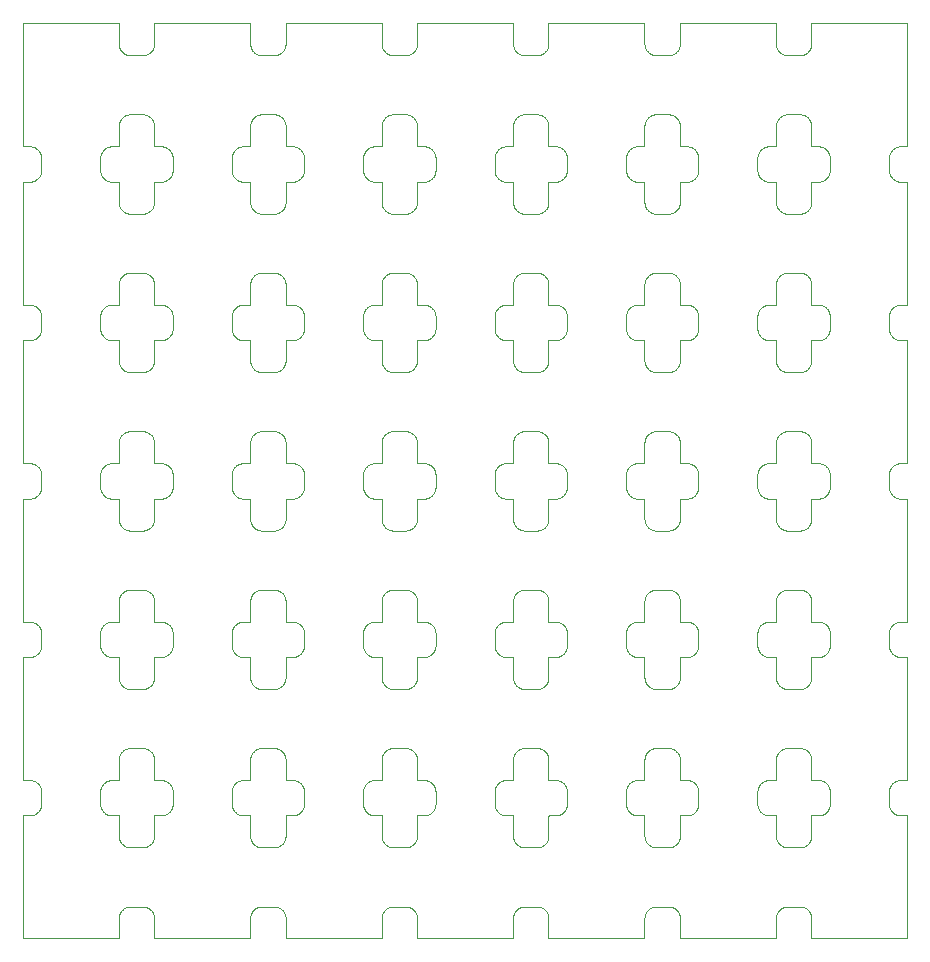
<source format=gbr>
%TF.GenerationSoftware,KiCad,Pcbnew,(6.0.5-0)*%
%TF.CreationDate,2022-12-26T11:12:43+01:00*%
%TF.ProjectId,panel,70616e65-6c2e-46b6-9963-61645f706362,rev?*%
%TF.SameCoordinates,Original*%
%TF.FileFunction,Profile,NP*%
%FSLAX46Y46*%
G04 Gerber Fmt 4.6, Leading zero omitted, Abs format (unit mm)*
G04 Created by KiCad (PCBNEW (6.0.5-0)) date 2022-12-26 11:12:43*
%MOMM*%
%LPD*%
G01*
G04 APERTURE LIST*
%TA.AperFunction,Profile*%
%ADD10C,0.100000*%
%TD*%
G04 APERTURE END LIST*
D10*
X27525152Y-68216012D02*
X27497173Y-68255740D01*
X72202804Y-27472576D02*
X72199229Y-27521036D01*
X61074804Y-81128576D02*
X61071229Y-81177036D01*
X56503169Y-28414129D02*
X56502681Y-28414081D01*
X59517558Y-41829122D02*
X59517125Y-41829353D01*
X82675519Y-52299874D02*
X82720855Y-52317362D01*
X83302328Y-67906549D02*
X83289368Y-67953380D01*
X33258721Y-65751053D02*
X33303144Y-65731362D01*
X78843362Y-23318144D02*
X78863053Y-23273721D01*
X27575099Y-52765318D02*
X27596946Y-52808721D01*
X15000057Y-25404190D02*
X15000081Y-25404681D01*
X79379144Y-76438362D02*
X79424480Y-76420874D01*
X34656259Y-30926173D02*
X34617952Y-30896278D01*
X23417966Y-22996966D02*
X23453158Y-22963460D01*
X27634125Y-41171519D02*
X27616637Y-41216855D01*
X15012027Y-41828003D02*
X15009809Y-41828057D01*
X78766646Y-25408874D02*
X78766877Y-25408441D01*
X72146125Y-66312480D02*
X72161368Y-66358619D01*
X44476480Y-28356125D02*
X44431144Y-28338637D01*
X22360861Y-52261025D02*
X22408737Y-52252718D01*
X15001878Y-25409703D02*
X15002170Y-25410097D01*
X66401158Y-81813539D02*
X66365966Y-81780033D01*
X37256201Y-68664344D02*
X37256129Y-68664830D01*
X27662328Y-79819450D02*
X27672974Y-79866861D01*
X56516770Y-90669963D02*
X56522718Y-90621737D01*
X49753173Y-25814259D02*
X49781152Y-25853987D01*
X56516770Y-57056036D02*
X56513195Y-57007576D01*
X48326125Y-17050519D02*
X48308637Y-17095855D01*
X70640297Y-79062136D02*
X70640416Y-79062612D01*
X56513195Y-50476423D02*
X56516770Y-50427963D01*
X43877874Y-52898480D02*
X43895362Y-52853144D01*
X34737039Y-71222148D02*
X34695987Y-71196152D01*
X82765278Y-28318946D02*
X82720855Y-28338637D01*
X70640912Y-65649997D02*
X70641122Y-65650441D01*
X21925952Y-25638721D02*
X21964259Y-25608826D01*
X37213368Y-70660380D02*
X37198125Y-70706519D01*
X71311036Y-55237229D02*
X71262576Y-55240804D01*
X81771902Y-79067829D02*
X81772296Y-79068121D01*
X44014826Y-79470259D02*
X44044721Y-79431952D01*
X66872861Y-55222974D02*
X66825450Y-55212328D01*
X26128297Y-68663863D02*
X26128201Y-68664344D01*
X36732681Y-84660099D02*
X36689278Y-84681946D01*
X16488637Y-79681144D02*
X16506125Y-79726480D01*
X48387159Y-28416811D02*
X48386811Y-28417159D01*
X78992721Y-71001047D02*
X78962826Y-70962740D01*
X16369173Y-81669740D02*
X16339278Y-81708047D01*
X81201278Y-49630053D02*
X81244681Y-49651900D01*
X89034619Y-82027368D02*
X88988480Y-82012125D01*
X23126646Y-41833125D02*
X23126394Y-41832704D01*
X78934847Y-44095012D02*
X78908851Y-44053960D01*
X45382877Y-65650441D02*
X45383087Y-65649997D01*
X48390455Y-79069275D02*
X48390917Y-79069440D01*
X59512003Y-92471972D02*
X59512057Y-92474190D01*
X21583025Y-67859138D02*
X21574718Y-67811262D01*
X81768129Y-82078830D02*
X81768081Y-82079318D01*
X72087099Y-41304681D02*
X72063148Y-41346960D01*
X26128912Y-82076002D02*
X26128724Y-82076455D01*
X78758190Y-79069942D02*
X78758190Y-79069942D01*
X78765188Y-15003159D02*
X78764840Y-15002811D01*
X88693952Y-39052721D02*
X88732259Y-39022826D01*
X26130482Y-65652477D02*
X26130811Y-65652840D01*
X67639275Y-65649544D02*
X67639440Y-65649082D01*
X45383918Y-28423318D02*
X45383870Y-28422830D01*
X81774002Y-41828912D02*
X81773558Y-41829122D01*
X77643987Y-38994847D02*
X77685039Y-38968851D01*
X78764840Y-28416811D02*
X78764477Y-28416482D01*
X33682122Y-55242000D02*
X33682122Y-55242000D01*
X60636012Y-55075152D02*
X60594960Y-55101148D01*
X56510646Y-28419125D02*
X56510394Y-28418704D01*
X56510877Y-28419558D02*
X56510646Y-28419125D01*
X67806847Y-90216987D02*
X67834826Y-90177259D01*
X66171053Y-25980721D02*
X66192900Y-25937318D01*
X69649877Y-76363000D02*
X69698576Y-76364195D01*
X89887169Y-15000129D02*
X89886681Y-15000081D01*
X56531025Y-63745861D02*
X56541671Y-63698450D01*
X89886190Y-68656057D02*
X89883972Y-68656003D01*
X55889423Y-65657195D02*
X55938122Y-65656000D01*
X43849671Y-52991450D02*
X43862631Y-52944619D01*
X59514170Y-52238097D02*
X59514482Y-52238477D01*
X34252840Y-25411188D02*
X34253188Y-25410840D01*
X48373281Y-90621737D02*
X48379229Y-90669963D01*
X89893188Y-65652840D02*
X89893517Y-65652477D01*
X45403025Y-23503861D02*
X45413671Y-23456450D01*
X23157671Y-50284450D02*
X23170631Y-50237619D01*
X56507295Y-52240394D02*
X56507703Y-52240121D01*
X70629281Y-50379737D02*
X70635229Y-50427963D01*
X81780272Y-15000000D02*
X81780027Y-15000003D01*
X49872637Y-27802855D02*
X49852946Y-27847278D01*
X37061173Y-90177259D02*
X37089152Y-90216987D01*
X81328012Y-30954152D02*
X81286960Y-30980148D01*
X66365966Y-52531966D02*
X66401158Y-52498460D01*
X16040681Y-81953099D02*
X15997278Y-81974946D01*
X48308637Y-84165855D02*
X48288946Y-84210278D01*
X37256000Y-15012272D02*
X37256000Y-16716877D01*
X66171053Y-54675278D02*
X66151362Y-54630855D01*
X67632136Y-55242297D02*
X67631655Y-55242201D01*
X70640129Y-55250830D02*
X70640081Y-55251318D01*
X81769122Y-25408441D02*
X81769353Y-25408874D01*
X48288946Y-43968278D02*
X48267099Y-44011681D01*
X59510804Y-83835576D02*
X59507229Y-83884036D01*
X15622576Y-68654804D02*
X15573877Y-68656000D01*
X26128000Y-70372877D02*
X26126804Y-70421576D01*
X26132704Y-92482394D02*
X26133125Y-92482646D01*
X56652851Y-50016039D02*
X56678847Y-49974987D01*
X70597368Y-43832380D02*
X70582125Y-43878519D01*
X66216851Y-39309039D02*
X66242847Y-39267987D01*
X59150047Y-22931721D02*
X59186841Y-22963460D01*
X55309952Y-39052721D02*
X55348259Y-39022826D01*
X32711025Y-67859138D02*
X32702718Y-67811262D01*
X66242847Y-68216012D02*
X66216851Y-68174960D01*
X47491036Y-31116229D02*
X47442576Y-31119804D01*
X15012272Y-28414000D02*
X15012027Y-28414003D01*
X35052861Y-89796025D02*
X35100737Y-89787718D01*
X45865039Y-30980148D02*
X45823987Y-30954152D01*
X67627972Y-92483996D02*
X67630190Y-92483942D01*
X81768912Y-79063997D02*
X81769122Y-79064441D01*
X49622841Y-81813539D02*
X49586047Y-81845278D01*
X27497173Y-41427740D02*
X27467278Y-41466047D01*
X44076460Y-41502841D02*
X44044721Y-41466047D01*
X82931740Y-79264826D02*
X82970047Y-79294721D01*
X25283262Y-89787718D02*
X25331138Y-89796025D01*
X69890549Y-49564671D02*
X69937380Y-49577631D01*
X69843138Y-22726025D02*
X69890549Y-22736671D01*
X32749874Y-41171519D02*
X32734631Y-41125380D01*
X82970047Y-41603278D02*
X82931740Y-41633173D01*
X67636840Y-15002811D02*
X67636477Y-15002482D01*
X21659053Y-66222721D02*
X21680900Y-66179318D01*
X48384201Y-55250344D02*
X48384129Y-55250830D01*
X88351025Y-81273138D02*
X88342718Y-81225262D01*
X37261558Y-15001122D02*
X37261125Y-15001353D01*
X81768297Y-38820136D02*
X81768416Y-38820612D01*
X25561278Y-76458053D02*
X25604681Y-76479900D01*
X48391863Y-92483702D02*
X48392344Y-92483798D01*
X56522718Y-36965737D02*
X56531025Y-36917861D01*
X23120612Y-15000416D02*
X23120136Y-15000297D01*
X23453158Y-90033460D02*
X23489952Y-90001721D01*
X22360861Y-28394974D02*
X22313450Y-28384328D01*
X45384000Y-70372877D02*
X45384000Y-68668272D01*
X22045039Y-65796851D02*
X22087318Y-65772900D01*
X27080855Y-52317362D02*
X27125278Y-52337053D01*
X59524272Y-68656000D02*
X59524027Y-68656003D01*
X79168259Y-84582173D02*
X79129952Y-84552278D01*
X38809281Y-66500737D02*
X38815229Y-66548963D01*
X32696770Y-67763036D02*
X32693195Y-67714576D01*
X27402033Y-68366033D02*
X27366841Y-68399539D01*
X34867144Y-31045637D02*
X34822721Y-31025946D01*
X81771902Y-55244170D02*
X81771522Y-55244482D01*
X88732259Y-79264826D02*
X88771987Y-79236847D01*
X59512416Y-92476612D02*
X59512559Y-92477082D01*
X70445173Y-30720740D02*
X70415278Y-30759047D01*
X81692637Y-17095855D02*
X81672946Y-17140278D01*
X59512000Y-37111122D02*
X59512000Y-38815727D01*
X89891295Y-25412394D02*
X89891703Y-25412121D01*
X15007387Y-25413583D02*
X15007863Y-25413702D01*
X23124477Y-82072482D02*
X23124097Y-82072170D01*
X23739144Y-49610362D02*
X23784480Y-49592874D01*
X81367740Y-57754173D02*
X81328012Y-57782152D01*
X23122874Y-92482646D02*
X23123295Y-92482394D01*
X59520830Y-79069870D02*
X59521318Y-79069918D01*
X56511942Y-25404190D02*
X56511996Y-25401972D01*
X81774002Y-79069087D02*
X81774455Y-79069275D01*
X25961152Y-30681012D02*
X25933173Y-30720740D01*
X37061173Y-49935259D02*
X37089152Y-49974987D01*
X70641605Y-28418704D02*
X70641353Y-28419125D01*
X81775387Y-15000416D02*
X81774917Y-15000559D01*
X59512724Y-65649544D02*
X59512912Y-65649997D01*
X58667262Y-22717718D02*
X58715138Y-22726025D01*
X67965158Y-63205460D02*
X68001952Y-63173721D01*
X23126646Y-55247125D02*
X23126394Y-55246704D01*
X43839025Y-26210861D02*
X43849671Y-26163450D01*
X37265318Y-79069918D02*
X37265809Y-79069942D01*
X70620974Y-30324138D02*
X70610328Y-30371549D01*
X67639275Y-52235544D02*
X67639440Y-52235082D01*
X16506125Y-81413519D02*
X16488637Y-81458855D01*
X72146125Y-54585519D02*
X72128637Y-54630855D01*
X59514482Y-41831522D02*
X59514170Y-41831902D01*
X55792737Y-65666718D02*
X55840963Y-65660770D01*
X48364974Y-36917861D02*
X48373281Y-36965737D01*
X70646917Y-38827440D02*
X70647387Y-38827583D01*
X81725368Y-43832380D02*
X81710125Y-43878519D01*
X79249039Y-57808148D02*
X79207987Y-57782152D01*
X59150047Y-30896278D02*
X59111740Y-30926173D01*
X59492974Y-36917861D02*
X59501281Y-36965737D01*
X80875036Y-76367770D02*
X80923262Y-76373718D01*
X48385353Y-79064874D02*
X48385605Y-79065295D01*
X66077195Y-54300576D02*
X66076000Y-54251877D01*
X83137173Y-79470259D02*
X83165152Y-79509987D01*
X89894394Y-38823295D02*
X89894646Y-38822874D01*
X67636840Y-92481188D02*
X67637188Y-92480840D01*
X67634441Y-28415122D02*
X67633997Y-28414912D01*
X88427053Y-27847278D02*
X88407362Y-27802855D01*
X47634549Y-71333328D02*
X47587138Y-71343974D01*
X48385122Y-25408441D02*
X48385353Y-25408874D01*
X56628900Y-57425681D02*
X56607053Y-57382278D01*
X78768000Y-90767122D02*
X78769195Y-90718423D01*
X56502190Y-15000057D02*
X56499972Y-15000003D01*
X26128003Y-15012027D02*
X26128000Y-15012272D01*
X33258721Y-38923053D02*
X33303144Y-38903362D01*
X26128201Y-52233655D02*
X26128297Y-52234136D01*
X22220480Y-55184125D02*
X22175144Y-55166637D01*
X47681380Y-22749631D02*
X47727519Y-22764874D01*
X43960851Y-79551039D02*
X43986847Y-79509987D01*
X37263863Y-25413702D02*
X37264344Y-25413798D01*
X66599318Y-55125099D02*
X66557039Y-55101148D01*
X78758681Y-52241918D02*
X78759169Y-52241870D01*
X59512912Y-52235997D02*
X59513122Y-52236441D01*
X60819539Y-54916841D02*
X60786033Y-54952033D01*
X56505082Y-82070559D02*
X56504612Y-82070416D01*
X78765517Y-25410477D02*
X78765829Y-25410097D01*
X45383702Y-41835863D02*
X45383583Y-41835387D01*
X44343318Y-41711099D02*
X44301039Y-41687148D01*
X60183036Y-68651229D02*
X60134576Y-68654804D01*
X37258482Y-79066477D02*
X37258811Y-79066840D01*
X35197423Y-71361804D02*
X35148963Y-71358229D01*
X23185874Y-23363480D02*
X23203362Y-23318144D01*
X56678847Y-49974987D02*
X56706826Y-49935259D01*
X36894047Y-30896278D02*
X36855740Y-30926173D01*
X69983519Y-57891125D02*
X69937380Y-57906368D01*
X78759655Y-28414201D02*
X78759169Y-28414129D01*
X78765517Y-68659522D02*
X78765188Y-68659159D01*
X36774960Y-22847851D02*
X36816012Y-22873847D01*
X59512201Y-68664344D02*
X59512129Y-68664830D01*
X55471318Y-65772900D02*
X55514721Y-65751053D01*
X47681380Y-17664368D02*
X47634549Y-17677328D01*
X37259159Y-82072811D02*
X37258811Y-82073159D01*
X37264344Y-79069798D02*
X37264830Y-79069870D01*
X37256003Y-28426027D02*
X37256000Y-28426272D01*
X78764840Y-82072811D02*
X78764477Y-82072482D01*
X71722960Y-28273148D02*
X71680681Y-28297099D01*
X45950721Y-44439946D02*
X45907318Y-44418099D01*
X81286960Y-63089851D02*
X81328012Y-63115847D01*
X45383087Y-79063997D02*
X45383275Y-79063544D01*
X70643902Y-25411829D02*
X70644296Y-25412121D01*
X77246631Y-26116619D02*
X77261874Y-26070480D01*
X33682122Y-65656000D02*
X34243727Y-65656000D01*
X67636097Y-15002170D02*
X67635703Y-15001878D01*
X25378549Y-44505328D02*
X25331138Y-44515974D01*
X77204000Y-26404122D02*
X77205195Y-26355423D01*
X59521318Y-38827918D02*
X59521809Y-38827942D01*
X79470619Y-71320368D02*
X79424480Y-71305125D01*
X37256003Y-15012027D02*
X37256000Y-15012272D01*
X37139099Y-30597681D02*
X37115148Y-30639960D01*
X56522718Y-30276262D02*
X56516770Y-30228036D01*
X70642170Y-15003902D02*
X70641878Y-15004296D01*
X27125278Y-41732946D02*
X27080855Y-41752637D01*
X56508477Y-25411517D02*
X56508840Y-25411188D01*
X45380477Y-41830482D02*
X45380097Y-41830170D01*
X15000003Y-82082027D02*
X15000000Y-82082272D01*
X43895362Y-81458855D02*
X43877874Y-81413519D01*
X56505997Y-28414912D02*
X56505544Y-28414724D01*
X16369173Y-79470259D02*
X16397152Y-79509987D01*
X60714047Y-68431278D02*
X60675740Y-68461173D01*
X22313450Y-68626328D02*
X22266619Y-68613368D01*
X34255583Y-79062612D02*
X34255702Y-79062136D01*
X60594960Y-55101148D02*
X60552681Y-55125099D01*
X88732259Y-65850826D02*
X88771987Y-65822847D01*
X47393877Y-84777000D02*
X46374122Y-84777000D01*
X23127440Y-28420917D02*
X23127275Y-28420455D01*
X25933173Y-84376740D02*
X25903278Y-84415047D01*
X67638121Y-15004296D02*
X67637829Y-15003902D01*
X78884900Y-90300318D02*
X78908851Y-90258039D01*
X79379144Y-49610362D02*
X79424480Y-49592874D01*
X23147025Y-30324138D02*
X23138718Y-30276262D01*
X81768559Y-79063082D02*
X81768724Y-79063544D01*
X37262002Y-65655087D02*
X37262455Y-65655275D01*
X89893517Y-25410477D02*
X89893829Y-25410097D01*
X38724946Y-27847278D02*
X38703099Y-27890681D01*
X67631655Y-79069798D02*
X67632136Y-79069702D01*
X88693952Y-41603278D02*
X88657158Y-41571539D01*
X77246631Y-81367380D02*
X77233671Y-81320549D01*
X49831099Y-27890681D02*
X49807148Y-27932960D01*
X67635295Y-92482394D02*
X67635703Y-92482121D01*
X45524851Y-70881960D02*
X45500900Y-70839681D01*
X67756900Y-57425681D02*
X67735053Y-57382278D01*
X81774917Y-92483440D02*
X81775387Y-92483583D01*
X58900855Y-76438362D02*
X58945278Y-76458053D01*
X23123703Y-82071878D02*
X23123295Y-82071605D01*
X81771902Y-92481829D02*
X81772296Y-92482121D01*
X26136344Y-79069798D02*
X26136830Y-79069870D01*
X49547740Y-41633173D02*
X49508012Y-41661152D01*
X79660963Y-49539770D02*
X79709423Y-49536195D01*
X45381188Y-55245159D02*
X45380840Y-55244811D01*
X59287278Y-84415047D02*
X59255539Y-84451841D01*
X88813039Y-52382851D02*
X88855318Y-52358900D01*
X59507229Y-23599963D02*
X59510804Y-23648423D01*
X45371972Y-55242003D02*
X45371972Y-55242003D01*
X72193281Y-53086737D02*
X72199229Y-53134963D01*
X55889423Y-82068804D02*
X55840963Y-82065229D01*
X21704851Y-41346960D02*
X21680900Y-41304681D01*
X70116681Y-49651900D02*
X70158960Y-49675851D01*
X23127942Y-92474190D02*
X23127996Y-92471972D01*
X15006002Y-15000912D02*
X15005558Y-15001122D01*
X21568770Y-27521036D02*
X21565195Y-27472576D01*
X22554122Y-82070000D02*
X22505423Y-82068804D01*
X57453423Y-89778195D02*
X57502122Y-89777000D01*
X35005450Y-62978671D02*
X35052861Y-62968025D01*
X26136830Y-68656129D02*
X26136344Y-68656201D01*
X70239740Y-84582173D02*
X70200012Y-84610152D01*
X43986847Y-68216012D02*
X43960851Y-68174960D01*
X81156855Y-71287637D02*
X81111519Y-71305125D01*
X66192900Y-41304681D02*
X66171053Y-41261278D01*
X70415278Y-36482952D02*
X70445173Y-36521259D01*
X45550847Y-17267012D02*
X45524851Y-17225960D01*
X21680900Y-39351318D02*
X21704851Y-39309039D01*
X44109966Y-79359966D02*
X44145158Y-79326460D01*
X59518917Y-41828559D02*
X59518455Y-41828724D01*
X82629380Y-82027368D02*
X82582549Y-82040328D01*
X59512416Y-41835387D02*
X59512297Y-41835863D01*
X59513878Y-38823703D02*
X59514170Y-38824097D01*
X70640057Y-38818190D02*
X70640081Y-38818681D01*
X37257122Y-68661558D02*
X37256912Y-68662002D01*
X36599519Y-31063125D02*
X36553380Y-31078368D01*
X37256724Y-65649544D02*
X37256912Y-65649997D01*
X69843138Y-31101974D02*
X69795262Y-31110281D01*
X44343318Y-52358900D02*
X44386721Y-52337053D01*
X25137877Y-44535000D02*
X24118122Y-44535000D01*
X81065380Y-62991631D02*
X81111519Y-63006874D01*
X81768559Y-25407082D02*
X81768724Y-25407544D01*
X26989380Y-25456631D02*
X27035519Y-25471874D01*
X44014826Y-25814259D02*
X44044721Y-25775952D01*
X16423148Y-52723039D02*
X16447099Y-52765318D01*
X89176737Y-68645281D02*
X89128861Y-68636974D01*
X81328012Y-57782152D02*
X81286960Y-57808148D01*
X23125829Y-25410097D02*
X23126121Y-25409703D01*
X48386170Y-25410097D02*
X48386482Y-25410477D01*
X83236946Y-52808721D02*
X83256637Y-52853144D01*
X36689278Y-57853946D02*
X36644855Y-57873637D01*
X46133450Y-22736671D02*
X46180861Y-22726025D01*
X71680681Y-65772900D02*
X71722960Y-65796851D01*
X33441450Y-65685671D02*
X33488861Y-65675025D01*
X34512460Y-57623841D02*
X34480721Y-57587047D01*
X55559144Y-52317362D02*
X55604480Y-52299874D01*
X88526826Y-79470259D02*
X88556721Y-79431952D01*
X66105671Y-26163450D02*
X66118631Y-26116619D01*
X78767275Y-55248455D02*
X78767087Y-55248002D01*
X36999539Y-23032158D02*
X37031278Y-23068952D01*
X32702718Y-39672737D02*
X32711025Y-39624861D01*
X34252477Y-55244482D02*
X34252097Y-55244170D01*
X89893188Y-52238840D02*
X89893517Y-52238477D01*
X23127996Y-55254027D02*
X23127942Y-55251809D01*
X83289368Y-52944619D02*
X83302328Y-52991450D01*
X89889997Y-38827087D02*
X89890441Y-38826877D01*
X34253188Y-28417159D02*
X34252840Y-28416811D01*
X35100737Y-89787718D02*
X35148963Y-89781770D01*
X49807148Y-54760960D02*
X49781152Y-54802012D01*
X66365966Y-39117966D02*
X66401158Y-39084460D01*
X68163318Y-89893900D02*
X68206721Y-89872053D01*
X67634441Y-68657122D02*
X67633997Y-68656912D01*
X78767702Y-82077863D02*
X78767583Y-82077387D01*
X79024460Y-63274158D02*
X79057966Y-63238966D01*
X34251295Y-38826394D02*
X34251703Y-38826121D01*
X78766877Y-92478441D02*
X78767087Y-92477997D01*
X59512000Y-63939122D02*
X59512000Y-65643727D01*
X48127539Y-17381841D02*
X48094033Y-17417033D01*
X88855318Y-52358900D02*
X88898721Y-52337053D01*
X54990631Y-26116619D02*
X55005874Y-26070480D01*
X67639583Y-38820612D02*
X67639702Y-38820136D01*
X67635703Y-92482121D02*
X67636097Y-92481829D01*
X37259902Y-15002170D02*
X37259522Y-15002482D01*
X56511942Y-38818190D02*
X56511996Y-38815972D01*
X43960851Y-66137039D02*
X43986847Y-66095987D01*
X56508840Y-55244811D02*
X56508477Y-55244482D01*
X58667262Y-57938281D02*
X58619036Y-57944229D01*
X38296681Y-79186900D02*
X38338960Y-79210851D01*
X34779318Y-76479900D02*
X34822721Y-76458053D01*
X48384912Y-38821997D02*
X48385122Y-38822441D01*
X44181952Y-55017278D02*
X44145158Y-54985539D01*
X43936900Y-52765318D02*
X43960851Y-52723039D01*
X45381188Y-79066840D02*
X45381517Y-79066477D01*
X81768057Y-38818190D02*
X81768081Y-38818681D01*
X78762874Y-52240646D02*
X78763295Y-52240394D01*
X89895275Y-25407544D02*
X89895440Y-25407082D01*
X38338960Y-65796851D02*
X38380012Y-65822847D01*
X45383275Y-92477544D02*
X45383440Y-92477082D01*
X59514811Y-68659159D02*
X59514482Y-68659522D01*
X55023362Y-79681144D02*
X55043053Y-79636721D01*
X38380012Y-65822847D02*
X38419740Y-65850826D01*
X34251295Y-65654394D02*
X34251703Y-65654121D01*
X37256003Y-52229972D02*
X37256057Y-52232190D01*
X27551148Y-52723039D02*
X27575099Y-52765318D01*
X26128129Y-25405169D02*
X26128201Y-25405655D01*
X58619036Y-31116229D02*
X58570576Y-31119804D01*
X27649368Y-26116619D02*
X27662328Y-26163450D01*
X21680900Y-68132681D02*
X21659053Y-68089278D01*
X55172721Y-81708047D02*
X55142826Y-81669740D01*
X56504136Y-65655702D02*
X56504612Y-65655583D01*
X70638804Y-70421576D02*
X70635229Y-70470036D01*
X38494841Y-39084460D02*
X38530033Y-39117966D01*
X36894047Y-22931721D02*
X36930841Y-22963460D01*
X24118122Y-17707000D02*
X24069423Y-17705804D01*
X49948000Y-26404122D02*
X49948000Y-27423877D01*
X89893517Y-41831522D02*
X89893188Y-41831159D01*
X23127918Y-38818681D02*
X23127942Y-38818190D01*
X88943144Y-65731362D02*
X88988480Y-65713874D01*
X43915053Y-41261278D02*
X43895362Y-41216855D01*
X55172721Y-68294047D02*
X55142826Y-68255740D01*
X33488861Y-79089025D02*
X33536737Y-79080718D01*
X37268272Y-92484000D02*
X45371727Y-92484000D01*
X45381829Y-55245902D02*
X45381517Y-55245522D01*
X26140027Y-92483996D02*
X26140272Y-92484000D01*
X23129195Y-37062423D02*
X23132770Y-37013963D01*
X82892012Y-79236847D02*
X82931740Y-79264826D01*
X89894121Y-41832296D02*
X89893829Y-41831902D01*
X37263387Y-92483583D02*
X37263863Y-92483702D01*
X32808900Y-66179318D02*
X32832851Y-66137039D01*
X72199229Y-67763036D02*
X72193281Y-67811262D01*
X81768000Y-77353122D02*
X81768000Y-79057727D01*
X70646002Y-38827087D02*
X70646455Y-38827275D01*
X78787025Y-83980138D02*
X78778718Y-83932262D01*
X26130811Y-65652840D02*
X26131159Y-65653188D01*
X81244681Y-17590099D02*
X81201278Y-17611946D01*
X78763703Y-15001878D02*
X78763295Y-15001605D01*
X61056974Y-27617138D02*
X61046328Y-27664549D01*
X34545966Y-57659033D02*
X34512460Y-57623841D01*
X45371972Y-79069996D02*
X45374190Y-79069942D01*
X26126804Y-57007576D02*
X26123229Y-57056036D01*
X33536737Y-79080718D02*
X33584963Y-79074770D01*
X59517125Y-15001353D02*
X59516704Y-15001605D01*
X48379229Y-90669963D02*
X48382804Y-90718423D01*
X71592855Y-79145362D02*
X71637278Y-79165053D01*
X23417966Y-30831033D02*
X23384460Y-30795841D01*
X81768003Y-65643972D02*
X81768057Y-65646190D01*
X21583025Y-79866861D02*
X21593671Y-79819450D01*
X37256724Y-55248455D02*
X37256559Y-55248917D01*
X32696770Y-81177036D02*
X32693195Y-81128576D01*
X48189173Y-44134740D02*
X48159278Y-44173047D01*
X67635295Y-41829605D02*
X67634874Y-41829353D01*
X89895870Y-38819169D02*
X89895918Y-38818681D01*
X81367740Y-22901826D02*
X81406047Y-22931721D01*
X43849671Y-26163450D02*
X43862631Y-26116619D01*
X26128297Y-25406136D02*
X26128416Y-25406612D01*
X47491036Y-89781770D02*
X47539262Y-89787718D01*
X55043053Y-68089278D02*
X55023362Y-68044855D01*
X44476480Y-25471874D02*
X44522619Y-25456631D01*
X44616861Y-38847025D02*
X44664737Y-38838718D01*
X34255942Y-28423809D02*
X34255918Y-28423318D01*
X45640460Y-76688158D02*
X45673966Y-76652966D01*
X81111519Y-84719125D02*
X81065380Y-84734368D01*
X78194122Y-28414000D02*
X78145423Y-28412804D01*
X81774455Y-55242724D02*
X81774002Y-55242912D01*
X67864721Y-90138952D02*
X67896460Y-90102158D01*
X34867144Y-71287637D02*
X34822721Y-71267946D01*
X83274125Y-81413519D02*
X83256637Y-81458855D01*
X89886681Y-38827918D02*
X89887169Y-38827870D01*
X58988681Y-57832099D02*
X58945278Y-57853946D01*
X70640416Y-15007387D02*
X70640297Y-15007863D01*
X15009809Y-38827942D02*
X15012027Y-38827996D01*
X66076000Y-66646122D02*
X66077195Y-66597423D01*
X56503169Y-92483870D02*
X56503655Y-92483798D01*
X16544974Y-27617138D02*
X16534328Y-27664549D01*
X59512081Y-28423318D02*
X59512057Y-28423809D01*
X77770721Y-55146946D02*
X77727318Y-55125099D01*
X60419519Y-25471874D02*
X60464855Y-25489362D01*
X34254121Y-92479703D02*
X34254394Y-92479295D01*
X68484737Y-71352281D02*
X68436861Y-71343974D01*
X89890874Y-15001353D02*
X89890441Y-15001122D01*
X60509278Y-25509053D02*
X60552681Y-25530900D01*
X78797671Y-16957549D02*
X78787025Y-16910138D01*
X77214718Y-40983262D02*
X77208770Y-40935036D01*
X44522619Y-55199368D02*
X44476480Y-55184125D01*
X45640460Y-63274158D02*
X45673966Y-63238966D01*
X27692000Y-53232122D02*
X27692000Y-54251877D01*
X81768416Y-92476612D02*
X81768559Y-92477082D01*
X70200012Y-17540152D02*
X70158960Y-17566148D01*
X56512000Y-38815727D02*
X56512000Y-37111122D01*
X26133125Y-92482646D02*
X26133558Y-92482877D01*
X48386170Y-52238097D02*
X48386482Y-52238477D01*
X27210960Y-79210851D02*
X27252012Y-79236847D01*
X55604480Y-41770125D02*
X55559144Y-41752637D01*
X70116681Y-31004099D02*
X70073278Y-31025946D01*
X79249039Y-89917851D02*
X79291318Y-89893900D01*
X27616637Y-27802855D02*
X27596946Y-27847278D01*
X67639087Y-55248002D02*
X67638877Y-55247558D01*
X89895087Y-15006002D02*
X89894877Y-15005558D01*
X83107278Y-25775952D02*
X83137173Y-25814259D01*
X15007387Y-79069583D02*
X15007863Y-79069702D01*
X44343318Y-79186900D02*
X44386721Y-79165053D01*
X34313874Y-57292519D02*
X34298631Y-57246380D01*
X34249082Y-41828559D02*
X34248612Y-41828416D01*
X79024460Y-30795841D02*
X78992721Y-30759047D01*
X68121039Y-89917851D02*
X68163318Y-89893900D01*
X45784259Y-17512173D02*
X45745952Y-17482278D01*
X27616637Y-79681144D02*
X27634125Y-79726480D01*
X70523099Y-90300318D02*
X70544946Y-90343721D01*
X23830619Y-84734368D02*
X23784480Y-84719125D01*
X59519863Y-41828297D02*
X59519387Y-41828416D01*
X47681380Y-76405631D02*
X47727519Y-76420874D01*
X34251295Y-25412394D02*
X34251703Y-25412121D01*
X58855519Y-89834874D02*
X58900855Y-89852362D01*
X26085368Y-36823619D02*
X26098328Y-36870450D01*
X49547740Y-55047173D02*
X49508012Y-55075152D01*
X32832851Y-81588960D02*
X32808900Y-81546681D01*
X78764477Y-79067517D02*
X78764840Y-79067188D01*
X60819539Y-28088841D02*
X60786033Y-28124033D01*
X56512000Y-90767122D02*
X56513195Y-90718423D01*
X56508097Y-92481829D02*
X56508477Y-92481517D01*
X34266718Y-90621737D02*
X34275025Y-90573861D01*
X67639798Y-55250344D02*
X67639702Y-55249863D01*
X71262576Y-52243195D02*
X71311036Y-52246770D01*
X38117380Y-55199368D02*
X38070549Y-55212328D01*
X67780851Y-44053960D02*
X67756900Y-44011681D01*
X48389125Y-38826646D02*
X48389558Y-38826877D01*
X72037152Y-66095987D02*
X72063148Y-66137039D01*
X78768000Y-25401727D02*
X78768000Y-23697122D01*
X61065281Y-66500737D02*
X61071229Y-66548963D01*
X48127539Y-36446158D02*
X48159278Y-36482952D01*
X59222033Y-71073033D02*
X59186841Y-71106539D01*
X78761544Y-65655275D02*
X78761997Y-65655087D01*
X82808681Y-28297099D02*
X82765278Y-28318946D01*
X55471318Y-41711099D02*
X55429039Y-41687148D01*
X43830718Y-67811262D02*
X43824770Y-67763036D01*
X37257122Y-79064441D02*
X37257353Y-79064874D01*
X59512000Y-77353122D02*
X59512000Y-79057727D01*
X15000081Y-28423318D02*
X15000057Y-28423809D01*
X70415278Y-23068952D02*
X70445173Y-23107259D01*
X77860480Y-79127874D02*
X77906619Y-79112631D01*
X56502190Y-41828057D02*
X56499972Y-41828003D01*
X23972737Y-22717718D02*
X24020963Y-22711770D01*
X79168259Y-76557826D02*
X79207987Y-76529847D01*
X27497173Y-54841740D02*
X27467278Y-54880047D01*
X55387987Y-55075152D02*
X55348259Y-55047173D01*
X15009318Y-55242081D02*
X15008830Y-55242129D01*
X83236946Y-79636721D02*
X83256637Y-79681144D01*
X68001952Y-17482278D02*
X67965158Y-17450539D01*
X78767870Y-41836830D02*
X78767798Y-41836344D01*
X37262917Y-79069440D02*
X37263387Y-79069583D01*
X67630190Y-79069942D02*
X67630681Y-79069918D01*
X59512297Y-41835863D02*
X59512201Y-41836344D01*
X69983519Y-76420874D02*
X70028855Y-76438362D01*
X56505544Y-55242724D02*
X56505082Y-55242559D01*
X27551148Y-27932960D02*
X27525152Y-27974012D01*
X37256416Y-68663387D02*
X37256297Y-68663863D01*
X23352721Y-84415047D02*
X23322826Y-84376740D01*
X59512559Y-55248917D02*
X59512416Y-55249387D01*
X66599318Y-52358900D02*
X66642721Y-52337053D01*
X55005874Y-41171519D02*
X54990631Y-41125380D01*
X33536737Y-52252718D02*
X33584963Y-52246770D01*
X79470619Y-44492368D02*
X79424480Y-44477125D01*
X34253517Y-55245522D02*
X34253188Y-55245159D01*
X68001952Y-36345721D02*
X68040259Y-36315826D01*
X26128297Y-92476136D02*
X26128416Y-92476612D01*
X27662328Y-27664549D02*
X27649368Y-27711380D01*
X70646455Y-28414724D02*
X70646002Y-28414912D01*
X78761997Y-92483087D02*
X78762441Y-92482877D01*
X77565952Y-25638721D02*
X77604259Y-25608826D01*
X24020963Y-49539770D02*
X24069423Y-49536195D01*
X68296480Y-57891125D02*
X68251144Y-57873637D01*
X34248136Y-15000297D02*
X34247655Y-15000201D01*
X48384003Y-52229972D02*
X48384057Y-52232190D01*
X44109966Y-41538033D02*
X44076460Y-41502841D01*
X56511870Y-28422830D02*
X56511798Y-28422344D01*
X59030960Y-71222148D02*
X58988681Y-71246099D01*
X78765829Y-41831902D02*
X78765517Y-41831522D01*
X48396027Y-79069996D02*
X48396272Y-79070000D01*
X88336770Y-26306963D02*
X88342718Y-26258737D01*
X34822721Y-71267946D02*
X34779318Y-71246099D01*
X66365966Y-54952033D02*
X66332460Y-54916841D01*
X88427053Y-39394721D02*
X88448900Y-39351318D01*
X81769878Y-82074296D02*
X81769605Y-82074704D01*
X70473152Y-30681012D02*
X70445173Y-30720740D01*
X38163519Y-65713874D02*
X38208855Y-65731362D01*
X82341877Y-65656000D02*
X82390576Y-65657195D01*
X81201278Y-36216053D02*
X81244681Y-36237900D01*
X77529158Y-54985539D02*
X77493966Y-54952033D01*
X69795262Y-36131718D02*
X69843138Y-36140025D01*
X26128559Y-25407082D02*
X26128724Y-25407544D01*
X26989380Y-41785368D02*
X26942549Y-41798328D01*
X59513353Y-79064874D02*
X59513605Y-79065295D01*
X49918328Y-54492549D02*
X49905368Y-54539380D01*
X48387902Y-28416170D02*
X48387522Y-28416482D01*
X61065281Y-40983262D02*
X61056974Y-41031138D01*
X58521877Y-44535000D02*
X57502122Y-44535000D01*
X55114847Y-79509987D02*
X55142826Y-79470259D01*
X67632612Y-55242416D02*
X67632136Y-55242297D01*
X55237966Y-41538033D02*
X55204460Y-41502841D01*
X48391387Y-68656416D02*
X48390917Y-68656559D01*
X83137173Y-41427740D02*
X83107278Y-41466047D01*
X83302328Y-66405450D02*
X83312974Y-66452861D01*
X66968963Y-28409229D02*
X66920737Y-28403281D01*
X48267099Y-76886318D02*
X48288946Y-76929721D01*
X48308637Y-63560144D02*
X48326125Y-63605480D01*
X60594960Y-38968851D02*
X60636012Y-38994847D01*
X67639440Y-15006917D02*
X67639275Y-15006455D01*
X23127087Y-82076002D02*
X23126877Y-82075558D01*
X69843138Y-17687974D02*
X69795262Y-17696281D01*
X26128000Y-65643727D02*
X26128003Y-65643972D01*
X45383918Y-25404681D02*
X45383942Y-25404190D01*
X72037152Y-81630012D02*
X72009173Y-81669740D01*
X37257353Y-82075125D02*
X37257122Y-82075558D01*
X59507229Y-30228036D02*
X59501281Y-30276262D01*
X46133450Y-49564671D02*
X46180861Y-49554025D01*
X49622841Y-52498460D02*
X49658033Y-52531966D01*
X77279362Y-68044855D02*
X77261874Y-67999519D01*
X48384000Y-25401727D02*
X48384003Y-25401972D01*
X44761423Y-25415195D02*
X44810122Y-25414000D01*
X81771902Y-28416170D02*
X81771522Y-28416482D01*
X78787025Y-43738138D02*
X78778718Y-43690262D01*
X36553380Y-44492368D02*
X36506549Y-44505328D01*
X26052637Y-36732144D02*
X26070125Y-36777480D01*
X59492974Y-63745861D02*
X59501281Y-63793737D01*
X82765278Y-25509053D02*
X82808681Y-25530900D01*
X34252097Y-68658170D02*
X34251703Y-68657878D01*
X26942549Y-55212328D02*
X26895138Y-55222974D01*
X57168480Y-44477125D02*
X57123144Y-44459637D01*
X26128000Y-92471727D02*
X26128003Y-92471972D01*
X59482328Y-50284450D02*
X59492974Y-50331861D01*
X36459138Y-49554025D02*
X36506549Y-49564671D01*
X79517450Y-57919328D02*
X79470619Y-57906368D01*
X48388704Y-92482394D02*
X48389125Y-92482646D01*
X15000081Y-55251318D02*
X15000057Y-55251809D01*
X81768081Y-41837318D02*
X81768057Y-41837809D01*
X81328012Y-84610152D02*
X81286960Y-84636148D01*
X36774960Y-71222148D02*
X36732681Y-71246099D01*
X44664737Y-38838718D02*
X44712963Y-38832770D01*
X38380012Y-79236847D02*
X38419740Y-79264826D01*
X78863053Y-90343721D02*
X78884900Y-90300318D01*
X15006455Y-15000724D02*
X15006002Y-15000912D01*
X45383583Y-65648612D02*
X45383702Y-65648136D01*
X66732480Y-25471874D02*
X66778619Y-25456631D01*
X89890441Y-38826877D02*
X89890874Y-38826646D01*
X78758190Y-55242057D02*
X78755972Y-55242003D01*
X27616637Y-41216855D02*
X27596946Y-41261278D01*
X48385353Y-38822874D02*
X48385605Y-38823295D01*
X59482328Y-90526450D02*
X59492974Y-90573861D01*
X25903278Y-17345047D02*
X25871539Y-17381841D01*
X70635229Y-30228036D02*
X70629281Y-30276262D01*
X70582125Y-36777480D02*
X70597368Y-36823619D01*
X78767918Y-68665318D02*
X78767870Y-68664830D01*
X80777877Y-49535000D02*
X80826576Y-49536195D01*
X33441450Y-38857671D02*
X33488861Y-38847025D01*
X70597368Y-23409619D02*
X70610328Y-23456450D01*
X58809380Y-31078368D02*
X58762549Y-31091328D01*
X78772770Y-30228036D02*
X78769195Y-30179576D01*
X34822721Y-84681946D02*
X34779318Y-84660099D01*
X68206721Y-31025946D02*
X68163318Y-31004099D01*
X89887169Y-38827870D02*
X89887655Y-38827798D01*
X45784259Y-63143826D02*
X45823987Y-63115847D01*
X78772770Y-77255963D02*
X78778718Y-77207737D01*
X60464855Y-68580637D02*
X60419519Y-68598125D01*
X23972737Y-71352281D02*
X23924861Y-71343974D01*
X83006841Y-54985539D02*
X82970047Y-55017278D01*
X61065281Y-81225262D02*
X61056974Y-81273138D01*
X88407362Y-39439144D02*
X88427053Y-39394721D01*
X54967025Y-67859138D02*
X54958718Y-67811262D01*
X67735053Y-57382278D02*
X67715362Y-57337855D01*
X23268851Y-76844039D02*
X23294847Y-76802987D01*
X80875036Y-62953770D02*
X80923262Y-62959718D01*
X59072012Y-57782152D02*
X59030960Y-57808148D01*
X79291318Y-89893900D02*
X79334721Y-89872053D01*
X89889997Y-28414912D02*
X89889544Y-28414724D01*
X23138718Y-57104262D02*
X23132770Y-57056036D01*
X48384297Y-82077863D02*
X48384201Y-82078344D01*
X23124097Y-25411829D02*
X23124477Y-25411517D01*
X36999539Y-17381841D02*
X36966033Y-17417033D01*
X60509278Y-55146946D02*
X60464855Y-55166637D01*
X32767362Y-81458855D02*
X32749874Y-81413519D01*
X67639942Y-41837809D02*
X67639918Y-41837318D01*
X37268272Y-79070000D02*
X37829877Y-79070000D01*
X37226328Y-36870450D02*
X37236974Y-36917861D01*
X78767275Y-38821544D02*
X78767440Y-38821082D01*
X46374122Y-57949000D02*
X46325423Y-57947804D01*
X45907318Y-49651900D02*
X45950721Y-49630053D01*
X24118122Y-76363000D02*
X25137877Y-76363000D01*
X38809281Y-53086737D02*
X38815229Y-53134963D01*
X27525152Y-79509987D02*
X27551148Y-79551039D01*
X37256416Y-25406612D02*
X37256559Y-25407082D01*
X56837158Y-30864539D02*
X56801966Y-30831033D01*
X25766047Y-36345721D02*
X25802841Y-36377460D01*
X34581158Y-90033460D02*
X34617952Y-90001721D01*
X21788721Y-52603952D02*
X21820460Y-52567158D01*
X78763703Y-79068121D02*
X78764097Y-79067829D01*
X78048737Y-28403281D02*
X78000861Y-28394974D01*
X67639702Y-41835863D02*
X67639583Y-41835387D01*
X26128201Y-82078344D02*
X26128129Y-82078830D01*
X77299053Y-66222721D02*
X77320900Y-66179318D01*
X37115148Y-44053960D02*
X37089152Y-44095012D01*
X23127942Y-28423809D02*
X23127918Y-28423318D01*
X77246631Y-67953380D02*
X77233671Y-67906549D01*
X27435539Y-68330841D02*
X27402033Y-68366033D01*
X88351025Y-67859138D02*
X88342718Y-67811262D01*
X56505997Y-25413087D02*
X56506441Y-25412877D01*
X81770482Y-68659522D02*
X81770170Y-68659902D01*
X70642170Y-65652097D02*
X70642482Y-65652477D01*
X89889997Y-79069087D02*
X89890441Y-79068877D01*
X82535138Y-68636974D02*
X82487262Y-68645281D01*
X70640057Y-55251809D02*
X70640003Y-55254027D01*
X25137877Y-89777000D02*
X25186576Y-89778195D01*
X21680900Y-27890681D02*
X21659053Y-27847278D01*
X68630122Y-89777000D02*
X69649877Y-89777000D01*
X61056974Y-39624861D02*
X61065281Y-39672737D01*
X56499972Y-82070003D02*
X56499727Y-82070000D01*
X78759655Y-52241798D02*
X78760136Y-52241702D01*
X70646455Y-65655275D02*
X70646917Y-65655440D01*
X89224963Y-68651229D02*
X89176737Y-68645281D01*
X77685039Y-41687148D02*
X77643987Y-41661152D01*
X25516855Y-36196362D02*
X25561278Y-36216053D01*
X81244681Y-84660099D02*
X81201278Y-84681946D01*
X15000559Y-52235082D02*
X15000724Y-52235544D01*
X37975262Y-41817281D02*
X37927036Y-41823229D01*
X48385878Y-79065703D02*
X48386170Y-79066097D01*
X38595278Y-66017952D02*
X38625173Y-66056259D01*
X83215099Y-27890681D02*
X83191148Y-27932960D01*
X71501380Y-52284631D02*
X71547519Y-52299874D01*
X21574718Y-79914737D02*
X21583025Y-79866861D01*
X83191148Y-81588960D02*
X83165152Y-81630012D01*
X48384000Y-30130877D02*
X48382804Y-30179576D01*
X35148963Y-44530229D02*
X35100737Y-44524281D01*
X78767702Y-38820136D02*
X78767798Y-38819655D01*
X23384460Y-49860158D02*
X23417966Y-49824966D01*
X45383918Y-15009318D02*
X45383870Y-15008830D01*
X67641195Y-70421576D02*
X67640000Y-70372877D01*
X22505423Y-65657195D02*
X22554122Y-65656000D01*
X37262917Y-52241440D02*
X37263387Y-52241583D01*
X78761997Y-52241087D02*
X78762441Y-52240877D01*
X60980946Y-79636721D02*
X61000637Y-79681144D01*
X70643159Y-92481188D02*
X70643522Y-92481517D01*
X70473152Y-49974987D02*
X70499148Y-50016039D01*
X58570576Y-22708195D02*
X58619036Y-22711770D01*
X89883972Y-92483996D02*
X89886190Y-92483942D01*
X34545966Y-63238966D02*
X34581158Y-63205460D01*
X48391387Y-79069583D02*
X48391863Y-79069702D01*
X48387522Y-65653517D02*
X48387902Y-65653829D01*
X34248612Y-68656416D02*
X34248136Y-68656297D01*
X34247655Y-55242201D02*
X34247169Y-55242129D01*
X26129605Y-41832704D02*
X26129353Y-41833125D01*
X60959099Y-27890681D02*
X60935148Y-27932960D01*
X81770170Y-92480097D02*
X81770482Y-92480477D01*
X67633997Y-65655087D02*
X67634441Y-65654877D01*
X27366841Y-28157539D02*
X27330047Y-28189278D01*
X45403025Y-90573861D02*
X45413671Y-90526450D01*
X16307539Y-68330841D02*
X16274033Y-68366033D01*
X45382121Y-41832296D02*
X45381829Y-41831902D01*
X60675740Y-55047173D02*
X60636012Y-55075152D01*
X49890125Y-41171519D02*
X49872637Y-41216855D01*
X59255539Y-30795841D02*
X59222033Y-30831033D01*
X34255798Y-79061655D02*
X34255870Y-79061169D01*
X88813039Y-41687148D02*
X88771987Y-41661152D01*
X45413671Y-77112450D02*
X45426631Y-77065619D01*
X70652027Y-82070003D02*
X70649809Y-82070057D01*
X77261874Y-66312480D02*
X77279362Y-66267144D01*
X67632136Y-15000297D02*
X67631655Y-15000201D01*
X22360861Y-68636974D02*
X22313450Y-68626328D01*
X25987148Y-17225960D02*
X25961152Y-17267012D01*
X16339278Y-39189952D02*
X16369173Y-39228259D01*
X59515522Y-52239517D02*
X59515902Y-52239829D01*
X81774917Y-52241440D02*
X81775387Y-52241583D01*
X56706826Y-90177259D02*
X56736721Y-90138952D01*
X26130811Y-55245159D02*
X26130482Y-55245522D01*
X48384000Y-50525122D02*
X48384000Y-52229727D01*
X23453158Y-71106539D02*
X23417966Y-71073033D01*
X61074804Y-53183423D02*
X61076000Y-53232122D01*
X56510121Y-28418296D02*
X56509829Y-28417902D01*
X83236946Y-54675278D02*
X83215099Y-54718681D01*
X56505082Y-41828559D02*
X56504612Y-41828416D01*
X16369173Y-25814259D02*
X16397152Y-25853987D01*
X59512003Y-25401972D02*
X59512057Y-25404190D01*
X37256129Y-52233169D02*
X37256201Y-52233655D01*
X59501281Y-43690262D02*
X59492974Y-43738138D01*
X26130811Y-82073159D02*
X26130482Y-82073522D01*
X83215099Y-68132681D02*
X83191148Y-68174960D01*
X37139099Y-70839681D02*
X37115148Y-70881960D01*
X48386482Y-92480477D02*
X48386811Y-92480840D01*
X47539262Y-71352281D02*
X47491036Y-71358229D01*
X59520830Y-65655870D02*
X59521318Y-65655918D01*
X34313874Y-36777480D02*
X34331362Y-36732144D01*
X80826576Y-89778195D02*
X80875036Y-89781770D01*
X16082960Y-79210851D02*
X16124012Y-79236847D01*
X79291318Y-22823900D02*
X79334721Y-22802053D01*
X48393809Y-92483942D02*
X48396027Y-92483996D01*
X21758826Y-25814259D02*
X21788721Y-25775952D01*
X34512460Y-71037841D02*
X34480721Y-71001047D01*
X48384003Y-68668027D02*
X48384000Y-68668272D01*
X70473152Y-17267012D02*
X70445173Y-17306740D01*
X79758122Y-22707000D02*
X80777877Y-22707000D01*
X56587362Y-17095855D02*
X56569874Y-17050519D01*
X81763229Y-90669963D02*
X81766804Y-90718423D01*
X48384416Y-41835387D02*
X48384297Y-41835863D01*
X79249039Y-36261851D02*
X79291318Y-36237900D01*
X81777318Y-38827918D02*
X81777809Y-38827942D01*
X56511583Y-28421387D02*
X56511440Y-28420917D01*
X78769195Y-83835576D02*
X78768000Y-83786877D01*
X49622841Y-54985539D02*
X49586047Y-55017278D01*
X44014826Y-54841740D02*
X43986847Y-54802012D01*
X60675740Y-25608826D02*
X60714047Y-25638721D01*
X80923262Y-44524281D02*
X80875036Y-44530229D01*
X37256081Y-52232681D02*
X37256129Y-52233169D01*
X48127539Y-23032158D02*
X48159278Y-23068952D01*
X70640559Y-25407082D02*
X70640724Y-25407544D01*
X27125278Y-65751053D02*
X27168681Y-65772900D01*
X59512416Y-79062612D02*
X59512559Y-79063082D01*
X81769353Y-55247125D02*
X81769122Y-55247558D01*
X26129353Y-38822874D02*
X26129605Y-38823295D01*
X34958619Y-89819631D02*
X35005450Y-89806671D01*
X59517125Y-55243353D02*
X59516704Y-55243605D01*
X57214619Y-71320368D02*
X57168480Y-71305125D01*
X81768912Y-41834002D02*
X81768724Y-41834455D01*
X48384129Y-38819169D02*
X48384201Y-38819655D01*
X23127996Y-82082027D02*
X23127942Y-82079809D01*
X89224963Y-82065229D02*
X89176737Y-82059281D01*
X34249544Y-28414724D02*
X34249082Y-28414559D01*
X44145158Y-79326460D02*
X44181952Y-79294721D01*
X37254804Y-43593576D02*
X37251229Y-43642036D01*
X43986847Y-27974012D02*
X43960851Y-27932960D01*
X45865039Y-57808148D02*
X45823987Y-57782152D01*
X34255918Y-55251318D02*
X34255870Y-55250830D01*
X81738328Y-90526450D02*
X81748974Y-90573861D01*
X70640000Y-28426272D02*
X70640000Y-30130877D01*
X72174328Y-27664549D02*
X72161368Y-27711380D01*
X89890874Y-82071353D02*
X89890441Y-82071122D01*
X37251229Y-37013963D02*
X37254804Y-37062423D01*
X33584963Y-25418770D02*
X33633423Y-25415195D01*
X70642482Y-38824477D02*
X70642811Y-38824840D01*
X49291519Y-79127874D02*
X49336855Y-79145362D01*
X82439036Y-28409229D02*
X82390576Y-28412804D01*
X70643159Y-15002811D02*
X70642811Y-15003159D01*
X26085368Y-30418380D02*
X26070125Y-30464519D01*
X23185874Y-30464519D02*
X23170631Y-30418380D01*
X72199229Y-54349036D02*
X72193281Y-54397262D01*
X55309952Y-81845278D02*
X55273158Y-81813539D01*
X23489952Y-71138278D02*
X23453158Y-71106539D01*
X27402033Y-41538033D02*
X27366841Y-41571539D01*
X23268851Y-57467960D02*
X23244900Y-57425681D01*
X81478033Y-71073033D02*
X81442841Y-71106539D01*
X59516296Y-15001878D02*
X59515902Y-15002170D01*
X23127275Y-68662455D02*
X23127087Y-68662002D01*
X48379229Y-83884036D02*
X48373281Y-83932262D01*
X23489952Y-63173721D02*
X23528259Y-63143826D01*
X25235036Y-84772229D02*
X25186576Y-84775804D01*
X15861380Y-79112631D02*
X15907519Y-79127874D01*
X37262455Y-52241275D02*
X37262917Y-52241440D01*
X36774960Y-57808148D02*
X36732681Y-57832099D01*
X15003902Y-68658170D02*
X15003522Y-68658482D01*
X33258721Y-68560946D02*
X33215318Y-68539099D01*
X36689278Y-17611946D02*
X36644855Y-17631637D01*
X59512912Y-82076002D02*
X59512724Y-82076455D01*
X59514170Y-38824097D02*
X59514482Y-38824477D01*
X37254804Y-30179576D02*
X37251229Y-30228036D01*
X26130482Y-15003522D02*
X26130170Y-15003902D01*
X66077195Y-39769423D02*
X66080770Y-39720963D01*
X21565195Y-53183423D02*
X21568770Y-53134963D01*
X22003987Y-28247152D02*
X21964259Y-28219173D01*
X83302328Y-41078549D02*
X83289368Y-41125380D01*
X22266619Y-55199368D02*
X22220480Y-55184125D01*
X47393877Y-49535000D02*
X47442576Y-49536195D01*
X27035519Y-55184125D02*
X26989380Y-55199368D01*
X81773558Y-55243122D02*
X81773125Y-55243353D01*
X81442841Y-57692539D02*
X81406047Y-57724278D01*
X56531025Y-43738138D02*
X56522718Y-43690262D01*
X56504136Y-68656297D02*
X56503655Y-68656201D01*
X37256000Y-82082272D02*
X37256000Y-83786877D01*
X78761544Y-92483275D02*
X78761997Y-92483087D01*
X58619036Y-62953770D02*
X58667262Y-62959718D01*
X55604480Y-25471874D02*
X55650619Y-25456631D01*
X79129952Y-30896278D02*
X79093158Y-30864539D01*
X56510121Y-41832296D02*
X56509829Y-41831902D01*
X77344851Y-54760960D02*
X77320900Y-54718681D01*
X81328012Y-63115847D02*
X81367740Y-63143826D01*
X89322122Y-65656000D02*
X89883727Y-65656000D01*
X88332000Y-67665877D02*
X88332000Y-66646122D01*
X81777809Y-79069942D02*
X81780027Y-79069996D01*
X26011099Y-63472318D02*
X26032946Y-63515721D01*
X27681281Y-79914737D02*
X27687229Y-79962963D01*
X78863053Y-17140278D02*
X78843362Y-17095855D01*
X88448900Y-54718681D02*
X88427053Y-54675278D01*
X61071229Y-66548963D02*
X61074804Y-66597423D01*
X15001353Y-25408874D02*
X15001605Y-25409295D01*
X48390002Y-65655087D02*
X48390455Y-65655275D01*
X55114847Y-27974012D02*
X55088851Y-27932960D01*
X23694721Y-57853946D02*
X23651318Y-57832099D01*
X26136344Y-65655798D02*
X26136830Y-65655870D01*
X58988681Y-44418099D02*
X58945278Y-44439946D01*
X24118122Y-36121000D02*
X25137877Y-36121000D01*
X59317173Y-30720740D02*
X59287278Y-30759047D01*
X81769353Y-41833125D02*
X81769122Y-41833558D01*
X45995144Y-76438362D02*
X46040480Y-76420874D01*
X23528259Y-22901826D02*
X23567987Y-22873847D01*
X48390455Y-25413275D02*
X48390917Y-25413440D01*
X70158960Y-22847851D02*
X70200012Y-22873847D01*
X70644296Y-41829878D02*
X70643902Y-41830170D01*
X77233671Y-41078549D02*
X77223025Y-41031138D01*
X34254121Y-15004296D02*
X34253829Y-15003902D01*
X67640000Y-23697122D02*
X67641195Y-23648423D01*
X59515159Y-41830811D02*
X59514811Y-41831159D01*
X23138718Y-16862262D02*
X23132770Y-16814036D01*
X57404963Y-17702229D02*
X57356737Y-17696281D01*
X23128000Y-55254272D02*
X23127996Y-55254027D01*
X23739144Y-17631637D02*
X23694721Y-17611946D01*
X69937380Y-22749631D02*
X69983519Y-22764874D01*
X70643522Y-15002482D02*
X70643159Y-15002811D01*
X60509278Y-41732946D02*
X60464855Y-41752637D01*
X70648344Y-15000201D02*
X70647863Y-15000297D01*
X45381517Y-41831522D02*
X45381188Y-41831159D01*
X83075539Y-54916841D02*
X83042033Y-54952033D01*
X89889082Y-65655440D02*
X89889544Y-65655275D01*
X81770482Y-79066477D02*
X81770811Y-79066840D01*
X27467278Y-28052047D02*
X27435539Y-28088841D01*
X45383702Y-92476136D02*
X45383798Y-92475655D01*
X79470619Y-62991631D02*
X79517450Y-62978671D01*
X81768003Y-25401972D02*
X81768057Y-25404190D01*
X33092259Y-52436826D02*
X33131987Y-52408847D01*
X81111519Y-57891125D02*
X81065380Y-57906368D01*
X23121997Y-92483087D02*
X23122441Y-92482877D01*
X81769878Y-52237703D02*
X81770170Y-52238097D01*
X78768000Y-68668272D02*
X78767996Y-68668027D01*
X48189173Y-90177259D02*
X48217152Y-90216987D01*
X45381188Y-28417159D02*
X45380840Y-28416811D01*
X56951987Y-63115847D02*
X56993039Y-63089851D01*
X49918328Y-67906549D02*
X49905368Y-67953380D01*
X48389125Y-41829353D02*
X48388704Y-41829605D01*
X38419740Y-79264826D02*
X38458047Y-79294721D01*
X79758122Y-89777000D02*
X80777877Y-89777000D01*
X77214718Y-66500737D02*
X77223025Y-66452861D01*
X69843138Y-44515974D02*
X69795262Y-44524281D01*
X22456963Y-28409229D02*
X22408737Y-28403281D01*
X37089152Y-70923012D02*
X37061173Y-70962740D01*
X78766877Y-55247558D02*
X78766646Y-55247125D01*
X26132296Y-38826121D02*
X26132704Y-38826394D01*
X48384057Y-38818190D02*
X48384081Y-38818681D01*
X70073278Y-31025946D02*
X70028855Y-31045637D01*
X81201278Y-22802053D02*
X81244681Y-22823900D01*
X78758681Y-82070081D02*
X78758190Y-82070057D01*
X81627148Y-84295960D02*
X81601152Y-84337012D01*
X25604681Y-76479900D02*
X25646960Y-76503851D01*
X45426631Y-17004380D02*
X45413671Y-16957549D01*
X15000297Y-41835863D02*
X15000201Y-41836344D01*
X55088851Y-41346960D02*
X55064900Y-41304681D01*
X15002482Y-15003522D02*
X15002170Y-15003902D01*
X33633423Y-52243195D02*
X33682122Y-52242000D01*
X72199229Y-66548963D02*
X72202804Y-66597423D01*
X25561278Y-89872053D02*
X25604681Y-89893900D01*
X35246122Y-71363000D02*
X35197423Y-71361804D01*
X81328012Y-22873847D02*
X81367740Y-22901826D01*
X57453423Y-76364195D02*
X57502122Y-76363000D01*
X23294847Y-17267012D02*
X23268851Y-17225960D01*
X89893829Y-41831902D02*
X89893517Y-41831522D01*
X22003987Y-41661152D02*
X21964259Y-41633173D01*
X26128297Y-65648136D02*
X26128416Y-65648612D01*
X37236974Y-70566138D02*
X37226328Y-70613549D01*
X66476259Y-28219173D02*
X66437952Y-28189278D01*
X55023362Y-81458855D02*
X55005874Y-81413519D01*
X67929966Y-22996966D02*
X67965158Y-22963460D01*
X81406047Y-63173721D02*
X81442841Y-63205460D01*
X71764012Y-68489152D02*
X71722960Y-68515148D01*
X44810122Y-65656000D02*
X45371727Y-65656000D01*
X81768081Y-38818681D02*
X81768129Y-38819169D01*
X67639583Y-79062612D02*
X67639702Y-79062136D01*
X44569450Y-25443671D02*
X44616861Y-25433025D01*
X60959099Y-79593318D02*
X60980946Y-79636721D01*
X59395099Y-84253681D02*
X59371148Y-84295960D01*
X68630122Y-44535000D02*
X68581423Y-44533804D01*
X45371972Y-41828003D02*
X45371727Y-41828000D01*
X67632612Y-92483583D02*
X67633082Y-92483440D01*
X81442841Y-63205460D02*
X81478033Y-63238966D01*
X67715362Y-30509855D02*
X67697874Y-30464519D01*
X56678847Y-57509012D02*
X56652851Y-57467960D01*
X78767942Y-38818190D02*
X78767996Y-38815972D01*
X23384460Y-23032158D02*
X23417966Y-22996966D01*
X56541671Y-84027549D02*
X56531025Y-83980138D01*
X45383942Y-79060190D02*
X45383996Y-79057972D01*
X23170631Y-70660380D02*
X23157671Y-70613549D01*
X34285671Y-63698450D02*
X34298631Y-63651619D01*
X33682122Y-79070000D02*
X34243727Y-79070000D01*
X81627148Y-17225960D02*
X81601152Y-17267012D01*
X81776344Y-38827798D02*
X81776830Y-38827870D01*
X78145423Y-38829195D02*
X78194122Y-38828000D01*
X23125829Y-68659902D02*
X23125517Y-68659522D01*
X56507703Y-52240121D02*
X56508097Y-52239829D01*
X37263387Y-68656416D02*
X37262917Y-68656559D01*
X88855318Y-81953099D02*
X88813039Y-81929148D01*
X69795262Y-71352281D02*
X69747036Y-71358229D01*
X37257353Y-65650874D02*
X37257605Y-65651295D01*
X23223053Y-63515721D02*
X23244900Y-63472318D01*
X81768297Y-92476136D02*
X81768416Y-92476612D01*
X59524272Y-28414000D02*
X59524027Y-28414003D01*
X23132770Y-77255963D02*
X23138718Y-77207737D01*
X15002811Y-41831159D02*
X15002482Y-41831522D01*
X33215318Y-65772900D02*
X33258721Y-65751053D01*
X79249039Y-63089851D02*
X79291318Y-63065900D01*
X81768081Y-92474681D02*
X81768129Y-92475169D01*
X48385122Y-55247558D02*
X48384912Y-55248002D01*
X81511539Y-71037841D02*
X81478033Y-71073033D01*
X45380097Y-65653829D02*
X45380477Y-65653517D01*
X78778718Y-23551737D02*
X78787025Y-23503861D01*
X59469368Y-90479619D02*
X59482328Y-90526450D01*
X78766121Y-65651703D02*
X78766394Y-65651295D01*
X34313874Y-43878519D02*
X34298631Y-43832380D01*
X78766121Y-41832296D02*
X78765829Y-41831902D01*
X88336770Y-53134963D02*
X88342718Y-53086737D01*
X23127702Y-79062136D02*
X23127798Y-79061655D01*
X77906619Y-79112631D02*
X77953450Y-79099671D01*
X23127702Y-52234136D02*
X23127798Y-52233655D01*
X38253278Y-79165053D02*
X38296681Y-79186900D01*
X72063148Y-66137039D02*
X72087099Y-66179318D01*
X38494841Y-54985539D02*
X38458047Y-55017278D01*
X59521318Y-92483918D02*
X59521809Y-92483942D01*
X60714047Y-25638721D02*
X60750841Y-25670460D01*
X45375655Y-52241798D02*
X45376136Y-52241702D01*
X48308637Y-36732144D02*
X48326125Y-36777480D01*
X34396851Y-70881960D02*
X34372900Y-70839681D01*
X48384129Y-15008830D02*
X48384081Y-15009318D01*
X26131159Y-41830811D02*
X26130811Y-41831159D01*
X58945278Y-36216053D02*
X58988681Y-36237900D01*
X83302328Y-79819450D02*
X83312974Y-79866861D01*
X47944012Y-17540152D02*
X47902960Y-17566148D01*
X37258170Y-52238097D02*
X37258482Y-52238477D01*
X67780851Y-50016039D02*
X67806847Y-49974987D01*
X89896000Y-38815727D02*
X89896000Y-28426272D01*
X61074804Y-39769423D02*
X61076000Y-39818122D01*
X38419740Y-28219173D02*
X38380012Y-28247152D01*
X25425380Y-84734368D02*
X25378549Y-84747328D01*
X25425380Y-57906368D02*
X25378549Y-57919328D01*
X59492974Y-43738138D02*
X59482328Y-43785549D01*
X38380012Y-41661152D02*
X38338960Y-41687148D01*
X43915053Y-66222721D02*
X43936900Y-66179318D01*
X59482328Y-84027549D02*
X59469368Y-84074380D01*
X78767996Y-79057972D02*
X78768000Y-79057727D01*
X55744861Y-41808974D02*
X55697450Y-41798328D01*
X44220259Y-39022826D02*
X44259987Y-38994847D01*
X49508012Y-28247152D02*
X49466960Y-28273148D01*
X54948000Y-39818122D02*
X54949195Y-39769423D01*
X60552681Y-28297099D02*
X60509278Y-28318946D01*
X89894646Y-82075125D02*
X89894394Y-82074704D01*
X81769353Y-38822874D02*
X81769605Y-38823295D01*
X46276963Y-17702229D02*
X46228737Y-17696281D01*
X34912480Y-63006874D02*
X34958619Y-62991631D01*
X89891295Y-65654394D02*
X89891703Y-65654121D01*
X45823987Y-71196152D02*
X45784259Y-71168173D01*
X15003159Y-41830811D02*
X15002811Y-41831159D01*
X37256912Y-15006002D02*
X37256724Y-15006455D01*
X24069423Y-84775804D02*
X24020963Y-84772229D01*
X81406047Y-76587721D02*
X81442841Y-76619460D01*
X37245281Y-43690262D02*
X37236974Y-43738138D01*
X78755972Y-15000003D02*
X78755727Y-15000000D01*
X45709158Y-76619460D02*
X45745952Y-76587721D01*
X48189173Y-36521259D02*
X48217152Y-36560987D01*
X45380097Y-68658170D02*
X45379703Y-68657878D01*
X23125188Y-79066840D02*
X23125517Y-79066477D01*
X55043053Y-54675278D02*
X55023362Y-54630855D01*
X15671036Y-68651229D02*
X15622576Y-68654804D01*
X48384000Y-65643727D02*
X48384003Y-65643972D01*
X67631655Y-15000201D02*
X67631169Y-15000129D01*
X34253517Y-25410477D02*
X34253829Y-25410097D01*
X37260296Y-41829878D02*
X37259902Y-41830170D01*
X27497173Y-39228259D02*
X27525152Y-39267987D01*
X49691539Y-81744841D02*
X49658033Y-81780033D01*
X77214718Y-39672737D02*
X77223025Y-39624861D01*
X23127702Y-65648136D02*
X23127798Y-65647655D01*
X26129605Y-68660704D02*
X26129353Y-68661125D01*
X77398826Y-66056259D02*
X77428721Y-66017952D01*
X34450826Y-57548740D02*
X34422847Y-57509012D01*
X49151138Y-65675025D02*
X49198549Y-65685671D01*
X70640000Y-79057727D02*
X70640003Y-79057972D01*
X45374681Y-55242081D02*
X45374190Y-55242057D01*
X34822721Y-63044053D02*
X34867144Y-63024362D01*
X38563539Y-65981158D02*
X38595278Y-66017952D01*
X44181952Y-65880721D02*
X44220259Y-65850826D01*
X15008344Y-25413798D02*
X15008830Y-25413870D01*
X60675740Y-68461173D02*
X60636012Y-68489152D01*
X66732480Y-65713874D02*
X66778619Y-65698631D01*
X37256416Y-52234612D02*
X37256559Y-52235082D01*
X48384201Y-41836344D02*
X48384129Y-41836830D01*
X60909152Y-39267987D02*
X60935148Y-39309039D01*
X45379703Y-65654121D02*
X45380097Y-65653829D01*
X15952855Y-55166637D02*
X15907519Y-55184125D01*
X23567987Y-84610152D02*
X23528259Y-84582173D01*
X48159278Y-63310952D02*
X48189173Y-63349259D01*
X67682631Y-77065619D02*
X67697874Y-77019480D01*
X70646002Y-55242912D02*
X70645558Y-55243122D01*
X23125188Y-28417159D02*
X23124840Y-28416811D01*
X78767918Y-15009318D02*
X78767870Y-15008830D01*
X38070549Y-28384328D02*
X38023138Y-28394974D01*
X78787025Y-50331861D02*
X78797671Y-50284450D01*
X16274033Y-28124033D02*
X16238841Y-28157539D01*
X34958619Y-57906368D02*
X34912480Y-57891125D01*
X57168480Y-89834874D02*
X57214619Y-89819631D01*
X54952770Y-39720963D02*
X54958718Y-39672737D01*
X23126877Y-82075558D02*
X23126646Y-82075125D01*
X56706826Y-70962740D02*
X56678847Y-70923012D01*
X45383583Y-28421387D02*
X45383440Y-28420917D01*
X36732681Y-31004099D02*
X36689278Y-31025946D01*
X45383798Y-38819655D02*
X45383870Y-38819169D01*
X44476480Y-79127874D02*
X44522619Y-79112631D01*
X25987148Y-70881960D02*
X25961152Y-70923012D01*
X70646917Y-15000559D02*
X70646455Y-15000724D01*
X15573877Y-52242000D02*
X15622576Y-52243195D01*
X26750576Y-82068804D02*
X26701877Y-82070000D01*
X81511539Y-36446158D02*
X81543278Y-36482952D01*
X15006002Y-41828912D02*
X15005558Y-41829122D01*
X58945278Y-71267946D02*
X58900855Y-71287637D01*
X67639702Y-79062136D02*
X67639798Y-79061655D01*
X38530033Y-39117966D02*
X38563539Y-39153158D01*
X26136344Y-41828201D02*
X26135863Y-41828297D01*
X81543278Y-90138952D02*
X81573173Y-90177259D01*
X58521877Y-17707000D02*
X57502122Y-17707000D01*
X81748974Y-36917861D02*
X81757281Y-36965737D01*
X57078721Y-63044053D02*
X57123144Y-63024362D01*
X23567987Y-71196152D02*
X23528259Y-71168173D01*
X67641195Y-57007576D02*
X67640000Y-56958877D01*
X43849671Y-79819450D02*
X43862631Y-79772619D01*
X35148963Y-49539770D02*
X35197423Y-49536195D01*
X70644296Y-82071878D02*
X70643902Y-82072170D01*
X81543278Y-71001047D02*
X81511539Y-71037841D01*
X70523099Y-44011681D02*
X70499148Y-44053960D01*
X59514811Y-92480840D02*
X59515159Y-92481188D01*
X37256000Y-68668272D02*
X37256000Y-70372877D01*
X59518917Y-92483440D02*
X59519387Y-92483583D01*
X32787053Y-41261278D02*
X32767362Y-41216855D01*
X80777877Y-89777000D02*
X80826576Y-89778195D01*
X34480721Y-57587047D02*
X34450826Y-57548740D01*
X66332460Y-25739158D02*
X66365966Y-25703966D01*
X15005558Y-28415122D02*
X15005125Y-28415353D01*
X37256297Y-38820136D02*
X37256416Y-38820612D01*
X23147025Y-57152138D02*
X23138718Y-57104262D01*
X48386811Y-65652840D02*
X48387159Y-65653188D01*
X60231262Y-28403281D02*
X60183036Y-28409229D01*
X36816012Y-57782152D02*
X36774960Y-57808148D01*
X81768724Y-41834455D02*
X81768559Y-41834917D01*
X56873952Y-30896278D02*
X56837158Y-30864539D01*
X61000637Y-68044855D02*
X60980946Y-68089278D01*
X48390917Y-65655440D02*
X48391387Y-65655583D01*
X78767942Y-92474190D02*
X78767996Y-92471972D01*
X81768000Y-52229727D02*
X81768003Y-52229972D01*
X48396272Y-28414000D02*
X48396027Y-28414003D01*
X56509188Y-52238840D02*
X56509517Y-52238477D01*
X88351025Y-27617138D02*
X88342718Y-27569262D01*
X23124097Y-52239829D02*
X23124477Y-52239517D01*
X34252477Y-65653517D02*
X34252840Y-65653188D01*
X34275025Y-16910138D02*
X34266718Y-16862262D01*
X77233671Y-66405450D02*
X77246631Y-66358619D01*
X45383870Y-25405169D02*
X45383918Y-25404681D01*
X37160946Y-63515721D02*
X37180637Y-63560144D01*
X48386811Y-41831159D02*
X48386482Y-41831522D01*
X43936900Y-54718681D02*
X43915053Y-54675278D01*
X59454125Y-70706519D02*
X59436637Y-70751855D01*
X56510394Y-82074704D02*
X56510121Y-82074296D01*
X45709158Y-84520539D02*
X45673966Y-84487033D01*
X59454125Y-43878519D02*
X59436637Y-43923855D01*
X89888612Y-15000416D02*
X89888136Y-15000297D01*
X27125278Y-28318946D02*
X27080855Y-28338637D01*
X88771987Y-65822847D02*
X88813039Y-65796851D01*
X23417966Y-76652966D02*
X23453158Y-76619460D01*
X56508477Y-52239517D02*
X56508840Y-52239188D01*
X56511583Y-92476612D02*
X56511702Y-92476136D01*
X44810122Y-28414000D02*
X44761423Y-28412804D01*
X70278047Y-49759721D02*
X70314841Y-49791460D01*
X66872861Y-25433025D02*
X66920737Y-25424718D01*
X49946804Y-39769423D02*
X49948000Y-39818122D01*
X23119169Y-65655870D02*
X23119655Y-65655798D01*
X54977671Y-67906549D02*
X54967025Y-67859138D01*
X48094033Y-36410966D02*
X48127539Y-36446158D01*
X67896460Y-84451841D02*
X67864721Y-84415047D01*
X16488637Y-66267144D02*
X16506125Y-66312480D01*
X77208770Y-81177036D02*
X77205195Y-81128576D01*
X49831099Y-41304681D02*
X49807148Y-41346960D01*
X47539262Y-36131718D02*
X47587138Y-36140025D01*
X23170631Y-36823619D02*
X23185874Y-36777480D01*
X34248136Y-38827702D02*
X34248612Y-38827583D01*
X81244681Y-36237900D02*
X81286960Y-36261851D01*
X37261558Y-52240877D02*
X37262002Y-52241087D01*
X21621874Y-41171519D02*
X21606631Y-41125380D01*
X33131987Y-81903152D02*
X33092259Y-81875173D01*
X70642482Y-55245522D02*
X70642170Y-55245902D01*
X78962826Y-17306740D02*
X78934847Y-17267012D01*
X15001878Y-79065703D02*
X15002170Y-79066097D01*
X88813039Y-28273148D02*
X88771987Y-28247152D01*
X81777318Y-68656081D02*
X81776830Y-68656129D01*
X15005558Y-79068877D02*
X15006002Y-79069087D01*
X26128003Y-28426027D02*
X26128000Y-28426272D01*
X49245380Y-28371368D02*
X49198549Y-28384328D01*
X70641122Y-55247558D02*
X70640912Y-55248002D01*
X25766047Y-71138278D02*
X25727740Y-71168173D01*
X34255275Y-41834455D02*
X34255087Y-41834002D01*
X70640000Y-77353122D02*
X70640000Y-79057727D01*
X48354328Y-57199549D02*
X48341368Y-57246380D01*
X81768129Y-65647169D02*
X81768201Y-65647655D01*
X27210960Y-81929148D02*
X27168681Y-81953099D01*
X34249082Y-15000559D02*
X34248612Y-15000416D01*
X34247655Y-82070201D02*
X34247169Y-82070129D01*
X15622576Y-28412804D02*
X15573877Y-28414000D01*
X33215318Y-38944900D02*
X33258721Y-38923053D01*
X34779318Y-63065900D02*
X34822721Y-63044053D01*
X23126394Y-82074704D02*
X23126121Y-82074296D01*
X33536737Y-25424718D02*
X33584963Y-25418770D01*
X67634874Y-55243353D02*
X67634441Y-55243122D01*
X27402033Y-54952033D02*
X27366841Y-54985539D01*
X70646455Y-68656724D02*
X70646002Y-68656912D01*
X70646002Y-68656912D02*
X70645558Y-68657122D01*
X32749874Y-26070480D02*
X32767362Y-26025144D01*
X44259987Y-81903152D02*
X44220259Y-81875173D01*
X26129605Y-52237295D02*
X26129878Y-52237703D01*
X59395099Y-23230318D02*
X59416946Y-23273721D01*
X67633082Y-68656559D02*
X67632612Y-68656416D01*
X81771159Y-55244811D02*
X81770811Y-55245159D01*
X70642170Y-92480097D02*
X70642482Y-92480477D01*
X79093158Y-22963460D02*
X79129952Y-22931721D01*
X26131522Y-68658482D02*
X26131159Y-68658811D01*
X16559229Y-67763036D02*
X16553281Y-67811262D01*
X43824770Y-40935036D02*
X43821195Y-40886576D01*
X48384000Y-83786877D02*
X48382804Y-83835576D01*
X26128912Y-68662002D02*
X26128724Y-68662455D01*
X80923262Y-22717718D02*
X80971138Y-22726025D01*
X26133558Y-41829122D02*
X26133125Y-41829353D01*
X26128057Y-38818190D02*
X26128081Y-38818681D01*
X78761997Y-65655087D02*
X78762441Y-65654877D01*
X32702718Y-26258737D02*
X32711025Y-26210861D01*
X69698576Y-49536195D02*
X69747036Y-49539770D01*
X27575099Y-81546681D02*
X27551148Y-81588960D01*
X77529158Y-79326460D02*
X77565952Y-79294721D01*
X23268851Y-50016039D02*
X23294847Y-49974987D01*
X26701877Y-25414000D02*
X26750576Y-25415195D01*
X82892012Y-41661152D02*
X82850960Y-41687148D01*
X58900855Y-31045637D02*
X58855519Y-31063125D01*
X79129952Y-57724278D02*
X79093158Y-57692539D01*
X37089152Y-49974987D02*
X37115148Y-50016039D01*
X23127798Y-52233655D02*
X23127870Y-52233169D01*
X81672946Y-90343721D02*
X81692637Y-90388144D01*
X47634549Y-36150671D02*
X47681380Y-36163631D01*
X26052637Y-70751855D02*
X26032946Y-70796278D01*
X56502190Y-92483942D02*
X56502681Y-92483918D01*
X72087099Y-54718681D02*
X72063148Y-54760960D01*
X45413671Y-30371549D02*
X45403025Y-30324138D01*
X79024460Y-76688158D02*
X79057966Y-76652966D01*
X21639362Y-27802855D02*
X21621874Y-27757519D01*
X59516296Y-68657878D02*
X59515902Y-68658170D01*
X67633997Y-79069087D02*
X67634441Y-79068877D01*
X22045039Y-52382851D02*
X22087318Y-52358900D01*
X68251144Y-17631637D02*
X68206721Y-17611946D01*
X43839025Y-79866861D02*
X43849671Y-79819450D01*
X35197423Y-89778195D02*
X35246122Y-89777000D01*
X26134917Y-65655440D02*
X26135387Y-65655583D01*
X48384003Y-28426027D02*
X48384000Y-28426272D01*
X22408737Y-52252718D02*
X22456963Y-52246770D01*
X34255583Y-41835387D02*
X34255440Y-41834917D01*
X71637278Y-52337053D02*
X71680681Y-52358900D01*
X78787025Y-57152138D02*
X78778718Y-57104262D01*
X49928974Y-66452861D02*
X49937281Y-66500737D01*
X70200012Y-30954152D02*
X70158960Y-30980148D01*
X27616637Y-66267144D02*
X27634125Y-66312480D01*
X23126877Y-41833558D02*
X23126646Y-41833125D01*
X59512297Y-92476136D02*
X59512416Y-92476612D01*
X44431144Y-25489362D02*
X44476480Y-25471874D01*
X26128416Y-79062612D02*
X26128559Y-79063082D01*
X48385353Y-92478874D02*
X48385605Y-92479295D01*
X49928974Y-41031138D02*
X49918328Y-41078549D01*
X78763295Y-68657605D02*
X78762874Y-68657353D01*
X26750576Y-38829195D02*
X26799036Y-38832770D01*
X89893188Y-79066840D02*
X89893517Y-79066477D01*
X48326125Y-43878519D02*
X48308637Y-43923855D01*
X70647387Y-28414416D02*
X70646917Y-28414559D01*
X71803740Y-28219173D02*
X71764012Y-28247152D01*
X46040480Y-57891125D02*
X45995144Y-57873637D01*
X45376136Y-25413702D02*
X45376612Y-25413583D01*
X60881173Y-25814259D02*
X60909152Y-25853987D01*
X59513353Y-65650874D02*
X59513605Y-65651295D01*
X26129605Y-55246704D02*
X26129353Y-55247125D01*
X48391387Y-28414416D02*
X48390917Y-28414559D01*
X56505997Y-65655087D02*
X56506441Y-65654877D01*
X89273423Y-55240804D02*
X89224963Y-55237229D01*
X33258721Y-52337053D02*
X33303144Y-52317362D01*
X82487262Y-82059281D02*
X82439036Y-82065229D01*
X21583025Y-54445138D02*
X21574718Y-54397262D01*
X15000000Y-38815727D02*
X15000003Y-38815972D01*
X78767583Y-82077387D02*
X78767440Y-82076917D01*
X83332000Y-39818122D02*
X83332000Y-40837877D01*
X67630190Y-55242057D02*
X67627972Y-55242003D01*
X23126394Y-25409295D02*
X23126646Y-25408874D01*
X81771522Y-82072482D02*
X81771159Y-82072811D01*
X66242847Y-79509987D02*
X66270826Y-79470259D01*
X70350033Y-30831033D02*
X70314841Y-30864539D01*
X79660963Y-17702229D02*
X79612737Y-17696281D01*
X33394619Y-25456631D02*
X33441450Y-25443671D01*
X77223025Y-41031138D02*
X77214718Y-40983262D01*
X81286960Y-44394148D02*
X81244681Y-44418099D01*
X67638121Y-65651703D02*
X67638394Y-65651295D01*
X34275025Y-63745861D02*
X34285671Y-63698450D01*
X34255996Y-52229972D02*
X34256000Y-52229727D01*
X34255087Y-52235997D02*
X34255275Y-52235544D01*
X44044721Y-41466047D02*
X44014826Y-41427740D01*
X38790328Y-81320549D02*
X38777368Y-81367380D01*
X26098328Y-63698450D02*
X26108974Y-63745861D01*
X34617952Y-76587721D02*
X34656259Y-76557826D01*
X48354328Y-30371549D02*
X48341368Y-30418380D01*
X67735053Y-23273721D02*
X67756900Y-23230318D01*
X23322826Y-49935259D02*
X23352721Y-49896952D01*
X23132770Y-50427963D02*
X23138718Y-50379737D01*
X34450826Y-84376740D02*
X34422847Y-84337012D01*
X37829877Y-41828000D02*
X37268272Y-41828000D01*
X22266619Y-41785368D02*
X22220480Y-41770125D01*
X45376136Y-92483702D02*
X45376612Y-92483583D01*
X56505997Y-41828912D02*
X56505544Y-41828724D01*
X47393877Y-76363000D02*
X47442576Y-76364195D01*
X49807148Y-27932960D02*
X49781152Y-27974012D01*
X70642811Y-82073159D02*
X70642482Y-82073522D01*
X46180861Y-71343974D02*
X46133450Y-71333328D01*
X78758681Y-15000081D02*
X78758190Y-15000057D01*
X79129952Y-17482278D02*
X79093158Y-17450539D01*
X38777368Y-52944619D02*
X38790328Y-52991450D01*
X48341368Y-84074380D02*
X48326125Y-84120519D01*
X48384003Y-38815972D02*
X48384057Y-38818190D01*
X27596946Y-68089278D02*
X27575099Y-68132681D01*
X48384201Y-92475655D02*
X48384297Y-92476136D01*
X45459362Y-50146144D02*
X45479053Y-50101721D01*
X36314576Y-76364195D02*
X36363036Y-76367770D01*
X23125517Y-65652477D02*
X23125829Y-65652097D01*
X26134917Y-92483440D02*
X26135387Y-92483583D01*
X48396027Y-15000003D02*
X48393809Y-15000057D01*
X38790328Y-79819450D02*
X38800974Y-79866861D01*
X48387522Y-55244482D02*
X48387159Y-55244811D01*
X66968963Y-52246770D02*
X67017423Y-52243195D01*
X81738328Y-77112450D02*
X81748974Y-77159861D01*
X89894877Y-38822441D02*
X89895087Y-38821997D01*
X23609039Y-84636148D02*
X23567987Y-84610152D01*
X48127539Y-44209841D02*
X48094033Y-44245033D01*
X21606631Y-39530619D02*
X21621874Y-39484480D01*
X72128637Y-41216855D02*
X72108946Y-41261278D01*
X47944012Y-49701847D02*
X47983740Y-49729826D01*
X55064900Y-25937318D02*
X55088851Y-25895039D01*
X45383087Y-25407997D02*
X45383275Y-25407544D01*
X88556721Y-79431952D02*
X88588460Y-79395158D01*
X68251144Y-36196362D02*
X68296480Y-36178874D01*
X56511440Y-68662917D02*
X56511275Y-68662455D01*
X89895870Y-65647169D02*
X89895918Y-65646681D01*
X48386482Y-38824477D02*
X48386811Y-38824840D01*
X48094033Y-57659033D02*
X48058841Y-57692539D01*
X37264344Y-28414201D02*
X37263863Y-28414297D01*
X55309952Y-52466721D02*
X55348259Y-52436826D01*
X25425380Y-36163631D02*
X25471519Y-36178874D01*
X67638394Y-52237295D02*
X67638646Y-52236874D01*
X15000912Y-55248002D02*
X15000724Y-55248455D01*
X36644855Y-31045637D02*
X36599519Y-31063125D01*
X15002482Y-92480477D02*
X15002811Y-92480840D01*
X23124097Y-55244170D02*
X23123703Y-55243878D01*
X78934847Y-63388987D02*
X78962826Y-63349259D01*
X49905368Y-27711380D02*
X49890125Y-27757519D01*
X57035318Y-49651900D02*
X57078721Y-49630053D01*
X67639996Y-25401972D02*
X67640000Y-25401727D01*
X46133450Y-71333328D02*
X46086619Y-71320368D01*
X77233671Y-26163450D02*
X77246631Y-26116619D01*
X56511798Y-15008344D02*
X56511702Y-15007863D01*
X68079987Y-57782152D02*
X68040259Y-57754173D01*
X88427053Y-79636721D02*
X88448900Y-79593318D01*
X66401158Y-39084460D02*
X66437952Y-39052721D01*
X59492974Y-30324138D02*
X59482328Y-30371549D01*
X88988480Y-28356125D02*
X88943144Y-28338637D01*
X78843362Y-70751855D02*
X78825874Y-70706519D01*
X34247169Y-15000129D02*
X34246681Y-15000081D01*
X59512559Y-92477082D02*
X59512724Y-92477544D01*
X70582125Y-50191480D02*
X70597368Y-50237619D01*
X23125517Y-28417522D02*
X23125188Y-28417159D01*
X46180861Y-49554025D02*
X46228737Y-49545718D01*
X45995144Y-22782362D02*
X46040480Y-22764874D01*
X70073278Y-22802053D02*
X70116681Y-22823900D01*
X34737039Y-22847851D02*
X34779318Y-22823900D01*
X48189173Y-76763259D02*
X48217152Y-76802987D01*
X78767798Y-15008344D02*
X78767702Y-15007863D01*
X47681380Y-89819631D02*
X47727519Y-89834874D01*
X70644296Y-65654121D02*
X70644704Y-65654394D01*
X44431144Y-81994637D02*
X44386721Y-81974946D01*
X67636477Y-41830482D02*
X67636097Y-41830170D01*
X48390002Y-15000912D02*
X48389558Y-15001122D01*
X89894394Y-82074704D02*
X89894121Y-82074296D01*
X78765188Y-92480840D02*
X78765517Y-92480477D01*
X69843138Y-36140025D02*
X69890549Y-36150671D01*
X33584963Y-38832770D02*
X33633423Y-38829195D01*
X78843362Y-36732144D02*
X78863053Y-36687721D01*
X38815229Y-67763036D02*
X38809281Y-67811262D01*
X70642811Y-25410840D02*
X70643159Y-25411188D01*
X34422847Y-57509012D02*
X34396851Y-57467960D01*
X48384000Y-82082272D02*
X48384000Y-83786877D01*
X33258721Y-28318946D02*
X33215318Y-28297099D01*
X67639942Y-55251809D02*
X67639918Y-55251318D01*
X26134002Y-65655087D02*
X26134455Y-65655275D01*
X70640559Y-65649082D02*
X70640724Y-65649544D01*
X21730847Y-39267987D02*
X21758826Y-39228259D01*
X67633082Y-55242559D02*
X67632612Y-55242416D01*
X88333195Y-66597423D02*
X88336770Y-66548963D01*
X66557039Y-65796851D02*
X66599318Y-65772900D01*
X25646960Y-76503851D02*
X25688012Y-76529847D01*
X15006917Y-38827440D02*
X15007387Y-38827583D01*
X48288946Y-30554278D02*
X48267099Y-30597681D01*
X89895918Y-15009318D02*
X89895870Y-15008830D01*
X37268027Y-38827996D02*
X37268272Y-38828000D01*
X43824770Y-81177036D02*
X43821195Y-81128576D01*
X72063148Y-52723039D02*
X72087099Y-52765318D01*
X22220480Y-28356125D02*
X22175144Y-28338637D01*
X70314841Y-36377460D02*
X70350033Y-36410966D01*
X34254877Y-82075558D02*
X34254646Y-82075125D01*
X16447099Y-68132681D02*
X16423148Y-68174960D01*
X57261450Y-57919328D02*
X57214619Y-57906368D01*
X60464855Y-38903362D02*
X60509278Y-38923053D01*
X59515159Y-38825188D02*
X59515522Y-38825517D01*
X89896000Y-41840272D02*
X89895996Y-41840027D01*
X45426631Y-43832380D02*
X45413671Y-43785549D01*
X67636840Y-52239188D02*
X67637188Y-52238840D01*
X37259159Y-65653188D02*
X37259522Y-65653517D01*
X77428721Y-52603952D02*
X77460460Y-52567158D01*
X89895702Y-82077863D02*
X89895583Y-82077387D01*
X21853966Y-28124033D02*
X21820460Y-28088841D01*
X70499148Y-90258039D02*
X70523099Y-90300318D01*
X66080770Y-27521036D02*
X66077195Y-27472576D01*
X68079987Y-17540152D02*
X68040259Y-17512173D01*
X71979278Y-52603952D02*
X72009173Y-52642259D01*
X83137173Y-39228259D02*
X83165152Y-39267987D01*
X80875036Y-57944229D02*
X80826576Y-57947804D01*
X59186841Y-17450539D02*
X59150047Y-17482278D01*
X37160946Y-17140278D02*
X37139099Y-17183681D01*
X33584963Y-68651229D02*
X33536737Y-68645281D01*
X80923262Y-31110281D02*
X80875036Y-31116229D01*
X45383275Y-65649544D02*
X45383440Y-65649082D01*
X67735053Y-90343721D02*
X67756900Y-90300318D01*
X61046328Y-26163450D02*
X61056974Y-26210861D01*
X70473152Y-76802987D02*
X70499148Y-76844039D01*
X70620974Y-16910138D02*
X70610328Y-16957549D01*
X68532963Y-17702229D02*
X68484737Y-17696281D01*
X66086718Y-40983262D02*
X66080770Y-40935036D01*
X59512000Y-43544877D02*
X59510804Y-43593576D01*
X60231262Y-68645281D02*
X60183036Y-68651229D01*
X15000297Y-65648136D02*
X15000416Y-65648612D01*
X21853966Y-54952033D02*
X21820460Y-54916841D01*
X57356737Y-44524281D02*
X57308861Y-44515974D01*
X34243727Y-41828000D02*
X33682122Y-41828000D01*
X81776830Y-55242129D02*
X81776344Y-55242201D01*
X67640000Y-65643727D02*
X67640000Y-63939122D01*
X88588460Y-52567158D02*
X88621966Y-52531966D01*
X70278047Y-71138278D02*
X70239740Y-71168173D01*
X78766646Y-15005125D02*
X78766394Y-15004704D01*
X57453423Y-57947804D02*
X57404963Y-57944229D01*
X67640000Y-92471727D02*
X67640000Y-90767122D01*
X70640000Y-30130877D02*
X70638804Y-30179576D01*
X88407362Y-52853144D02*
X88427053Y-52808721D01*
X61033368Y-27711380D02*
X61018125Y-27757519D01*
X77320900Y-68132681D02*
X77299053Y-68089278D01*
X77727318Y-79186900D02*
X77770721Y-79165053D01*
X59512057Y-38818190D02*
X59512081Y-38818681D01*
X34255702Y-55249863D02*
X34255583Y-55249387D01*
X88621966Y-41538033D02*
X88588460Y-41502841D01*
X70641605Y-41832704D02*
X70641353Y-41833125D01*
X60959099Y-52765318D02*
X60980946Y-52808721D01*
X72193281Y-40983262D02*
X72184974Y-41031138D01*
X56736721Y-30759047D02*
X56706826Y-30720740D01*
X56499972Y-25413996D02*
X56502190Y-25413942D01*
X37259902Y-79067829D02*
X37260296Y-79068121D01*
X47634549Y-49564671D02*
X47681380Y-49577631D01*
X56678847Y-76802987D02*
X56706826Y-76763259D01*
X15000559Y-25407082D02*
X15000724Y-25407544D01*
X36689278Y-22802053D02*
X36732681Y-22823900D01*
X58667262Y-89787718D02*
X58715138Y-89796025D01*
X34249997Y-55242912D02*
X34249544Y-55242724D01*
X23125188Y-68659159D02*
X23124840Y-68658811D01*
X70646917Y-41828559D02*
X70646455Y-41828724D01*
X34253188Y-15003159D02*
X34252840Y-15002811D01*
X71592855Y-52317362D02*
X71637278Y-52337053D01*
X78763703Y-55243878D02*
X78763295Y-55243605D01*
X48382804Y-57007576D02*
X48379229Y-57056036D01*
X59512057Y-79060190D02*
X59512081Y-79060681D01*
X48387159Y-92481188D02*
X48387522Y-92481517D01*
X32832851Y-79551039D02*
X32858847Y-79509987D01*
X26140027Y-25413996D02*
X26140272Y-25414000D01*
X36506549Y-36150671D02*
X36553380Y-36163631D01*
X60786033Y-41538033D02*
X60750841Y-41571539D01*
X81768003Y-15012027D02*
X81768000Y-15012272D01*
X71722960Y-81929148D02*
X71680681Y-81953099D01*
X67633997Y-68656912D02*
X67633544Y-68656724D01*
X66365966Y-65945966D02*
X66401158Y-65912460D01*
X57214619Y-31078368D02*
X57168480Y-31063125D01*
X57308861Y-84757974D02*
X57261450Y-84747328D01*
X56507703Y-65654121D02*
X56508097Y-65653829D01*
X43830718Y-66500737D02*
X43839025Y-66452861D01*
X34251703Y-82071878D02*
X34251295Y-82071605D01*
X44343318Y-68539099D02*
X44301039Y-68515148D01*
X55387987Y-81903152D02*
X55348259Y-81875173D01*
X81710125Y-23363480D02*
X81725368Y-23409619D01*
X24020963Y-71358229D02*
X23972737Y-71352281D01*
X49245380Y-65698631D02*
X49291519Y-65713874D01*
X57123144Y-57873637D02*
X57078721Y-57853946D01*
X26132704Y-15001605D02*
X26132296Y-15001878D01*
X59514482Y-38824477D02*
X59514811Y-38824840D01*
X70645558Y-92482877D02*
X70646002Y-92483087D01*
X59512201Y-41836344D02*
X59512129Y-41836830D01*
X25802841Y-90033460D02*
X25838033Y-90066966D01*
X37257353Y-28419125D02*
X37257122Y-28419558D01*
X37213368Y-77065619D02*
X37226328Y-77112450D01*
X83327229Y-53134963D02*
X83330804Y-53183423D01*
X55471318Y-52358900D02*
X55514721Y-52337053D01*
X83274125Y-52898480D02*
X83289368Y-52944619D01*
X89128861Y-38847025D02*
X89176737Y-38838718D01*
X23132770Y-83884036D02*
X23129195Y-83835576D01*
X81775863Y-25413702D02*
X81776344Y-25413798D01*
X89890874Y-28415353D02*
X89890441Y-28415122D01*
X67632612Y-38827583D02*
X67633082Y-38827440D01*
X81710125Y-50191480D02*
X81725368Y-50237619D01*
X70646917Y-82070559D02*
X70646455Y-82070724D01*
X60373380Y-38870631D02*
X60419519Y-38885874D01*
X79660963Y-31116229D02*
X79612737Y-31110281D01*
X70544946Y-23273721D02*
X70564637Y-23318144D01*
X32721671Y-41078549D02*
X32711025Y-41031138D01*
X59395099Y-30597681D02*
X59371148Y-30639960D01*
X15005125Y-28415353D02*
X15004704Y-28415605D01*
X23244900Y-36644318D02*
X23268851Y-36602039D01*
X59513878Y-65651703D02*
X59514170Y-65652097D01*
X48094033Y-44245033D02*
X48058841Y-44278539D01*
X61074804Y-40886576D02*
X61071229Y-40935036D01*
X56801966Y-90066966D02*
X56837158Y-90033460D01*
X26847262Y-55231281D02*
X26799036Y-55237229D01*
X34255583Y-25406612D02*
X34255702Y-25406136D01*
X81201278Y-71267946D02*
X81156855Y-71287637D01*
X81772704Y-92482394D02*
X81773125Y-92482646D01*
X37268027Y-65655996D02*
X37268272Y-65656000D01*
X47860681Y-57832099D02*
X47817278Y-57853946D01*
X59524272Y-52242000D02*
X60085877Y-52242000D01*
X15008830Y-92483870D02*
X15009318Y-92483918D01*
X56554631Y-63651619D02*
X56569874Y-63605480D01*
X66242847Y-25853987D02*
X66270826Y-25814259D01*
X81768724Y-25407544D02*
X81768912Y-25407997D01*
X89893829Y-55245902D02*
X89893517Y-55245522D01*
X45608721Y-76724952D02*
X45640460Y-76688158D01*
X81772704Y-38826394D02*
X81773125Y-38826646D01*
X23268851Y-90258039D02*
X23294847Y-90216987D01*
X26128057Y-28423809D02*
X26128003Y-28426027D01*
X72146125Y-41171519D02*
X72128637Y-41216855D01*
X59030960Y-63089851D02*
X59072012Y-63115847D01*
X88336770Y-40935036D02*
X88333195Y-40886576D01*
X37245281Y-16862262D02*
X37236974Y-16910138D01*
X81780027Y-79069996D02*
X81780272Y-79070000D01*
X44259987Y-38994847D02*
X44301039Y-38968851D01*
X22087318Y-41711099D02*
X22045039Y-41687148D01*
X72161368Y-27711380D02*
X72146125Y-27757519D01*
X83042033Y-52531966D02*
X83075539Y-52567158D01*
X16082960Y-81929148D02*
X16040681Y-81953099D01*
X59510804Y-23648423D02*
X59512000Y-23697122D01*
X70544946Y-84210278D02*
X70523099Y-84253681D01*
X32886826Y-68255740D02*
X32858847Y-68216012D01*
X45380097Y-52239829D02*
X45380477Y-52239517D01*
X78755972Y-92483996D02*
X78758190Y-92483942D01*
X49691539Y-54916841D02*
X49658033Y-54952033D01*
X67644770Y-63841963D02*
X67650718Y-63793737D01*
X89889544Y-38827275D02*
X89889997Y-38827087D01*
X44220259Y-52436826D02*
X44259987Y-52408847D01*
X48384724Y-28420455D02*
X48384559Y-28420917D01*
X56510646Y-41833125D02*
X56510394Y-41832704D01*
X26137318Y-28414081D02*
X26136830Y-28414129D01*
X67635295Y-28415605D02*
X67634874Y-28415353D01*
X67636477Y-52239517D02*
X67636840Y-52239188D01*
X56768460Y-76688158D02*
X56801966Y-76652966D01*
X70523099Y-63472318D02*
X70544946Y-63515721D01*
X44810122Y-68656000D02*
X44761423Y-68654804D01*
X37256000Y-63939122D02*
X37256000Y-65643727D01*
X56678847Y-63388987D02*
X56706826Y-63349259D01*
X77299053Y-52808721D02*
X77320900Y-52765318D01*
X15009318Y-41828081D02*
X15008830Y-41828129D01*
X23125517Y-92480477D02*
X23125829Y-92480097D01*
X15814549Y-52271671D02*
X15861380Y-52284631D01*
X67633544Y-41828724D02*
X67633082Y-41828559D01*
X37160946Y-76929721D02*
X37180637Y-76974144D01*
X66732480Y-38885874D02*
X66778619Y-38870631D01*
X45383275Y-25407544D02*
X45383440Y-25407082D01*
X26140027Y-79069996D02*
X26140272Y-79070000D01*
X49658033Y-25703966D02*
X49691539Y-25739158D01*
X26135387Y-41828416D02*
X26134917Y-41828559D01*
X37265318Y-38827918D02*
X37265809Y-38827942D01*
X37257353Y-15005125D02*
X37257122Y-15005558D01*
X32948460Y-81744841D02*
X32916721Y-81708047D01*
X45374681Y-65655918D02*
X45375169Y-65655870D01*
X26131522Y-82072482D02*
X26131159Y-82072811D01*
X67659025Y-30324138D02*
X67650718Y-30276262D01*
X89273423Y-52243195D02*
X89322122Y-52242000D01*
X89894877Y-65650441D02*
X89895087Y-65649997D01*
X23125517Y-68659522D02*
X23125188Y-68659159D01*
X23185874Y-77019480D02*
X23203362Y-76974144D01*
X44431144Y-65731362D02*
X44476480Y-65713874D01*
X70652272Y-52242000D02*
X71213877Y-52242000D01*
X48393318Y-41828081D02*
X48392830Y-41828129D01*
X21564000Y-39818122D02*
X21565195Y-39769423D01*
X82535138Y-65675025D02*
X82582549Y-65685671D01*
X88389874Y-67999519D02*
X88374631Y-67953380D01*
X82808681Y-81953099D02*
X82765278Y-81974946D01*
X66872861Y-79089025D02*
X66920737Y-79080718D01*
X78755972Y-28414003D02*
X78755727Y-28414000D01*
X22130721Y-81974946D02*
X22087318Y-81953099D01*
X59515522Y-38825517D02*
X59515902Y-38825829D01*
X25727740Y-76557826D02*
X25766047Y-76587721D01*
X26134455Y-25413275D02*
X26134917Y-25413440D01*
X34255275Y-52235544D02*
X34255440Y-52235082D01*
X48386170Y-41831902D02*
X48385878Y-41832296D01*
X66437952Y-65880721D02*
X66476259Y-65850826D01*
X37258170Y-65652097D02*
X37258482Y-65652477D01*
X88427053Y-52808721D02*
X88448900Y-52765318D01*
X22505423Y-68654804D02*
X22456963Y-68651229D01*
X48384559Y-28420917D02*
X48384416Y-28421387D01*
X78096963Y-28409229D02*
X78048737Y-28403281D01*
X77398826Y-28013740D02*
X77370847Y-27974012D01*
X26799036Y-41823229D02*
X26750576Y-41826804D01*
X23119655Y-65655798D02*
X23120136Y-65655702D01*
X88898721Y-55146946D02*
X88855318Y-55125099D01*
X34249997Y-28414912D02*
X34249544Y-28414724D01*
X89895996Y-82082027D02*
X89895942Y-82079809D01*
X54948000Y-67665877D02*
X54948000Y-66646122D01*
X79660963Y-62953770D02*
X79709423Y-62950195D01*
X79129952Y-22931721D02*
X79168259Y-22901826D01*
X48127539Y-71037841D02*
X48094033Y-71073033D01*
X43830718Y-26258737D02*
X43839025Y-26210861D01*
X34251295Y-15001605D02*
X34250874Y-15001353D01*
X78000861Y-82050974D02*
X77953450Y-82040328D01*
X56511798Y-68664344D02*
X56511702Y-68663863D01*
X36644855Y-44459637D02*
X36599519Y-44477125D01*
X26134917Y-55242559D02*
X26134455Y-55242724D01*
X89894121Y-82074296D02*
X89893829Y-82073902D01*
X27681281Y-67811262D02*
X27672974Y-67859138D01*
X34256000Y-68668272D02*
X34255996Y-68668027D01*
X45378441Y-68657122D02*
X45377997Y-68656912D01*
X67697874Y-23363480D02*
X67715362Y-23318144D01*
X38338960Y-25554851D02*
X38380012Y-25580847D01*
X34255087Y-68662002D02*
X34254877Y-68661558D01*
X82675519Y-28356125D02*
X82629380Y-28371368D01*
X67965158Y-22963460D02*
X68001952Y-22931721D01*
X45383583Y-68663387D02*
X45383440Y-68662917D01*
X37265318Y-82070081D02*
X37264830Y-82070129D01*
X23126646Y-92478874D02*
X23126877Y-92478441D01*
X27402033Y-39117966D02*
X27435539Y-39153158D01*
X33633423Y-55240804D02*
X33584963Y-55237229D01*
X32711025Y-26210861D02*
X32721671Y-26163450D01*
X55387987Y-52408847D02*
X55429039Y-52382851D01*
X38790328Y-27664549D02*
X38777368Y-27711380D01*
X82439036Y-68651229D02*
X82390576Y-68654804D01*
X82931740Y-41633173D02*
X82892012Y-41661152D01*
X15861380Y-52284631D02*
X15907519Y-52299874D01*
X47442576Y-89778195D02*
X47491036Y-89781770D01*
X89895702Y-15007863D02*
X89895583Y-15007387D01*
X89894394Y-65651295D02*
X89894646Y-65650874D01*
X45377544Y-79069275D02*
X45377997Y-79069087D01*
X58667262Y-62959718D02*
X58715138Y-62968025D01*
X89895870Y-41836830D02*
X89895798Y-41836344D01*
X89081450Y-38857671D02*
X89128861Y-38847025D01*
X80826576Y-36122195D02*
X80875036Y-36125770D01*
X67637829Y-79066097D02*
X67638121Y-79065703D01*
X81601152Y-90216987D02*
X81627148Y-90258039D01*
X34254394Y-28418704D02*
X34254121Y-28418296D01*
X32948460Y-52567158D02*
X32981966Y-52531966D01*
X70445173Y-17306740D02*
X70415278Y-17345047D01*
X67697874Y-57292519D02*
X67682631Y-57246380D01*
X37265318Y-41828081D02*
X37264830Y-41828129D01*
X34256000Y-37111122D02*
X34257195Y-37062423D01*
X23126646Y-65650874D02*
X23126877Y-65650441D01*
X15006002Y-79069087D02*
X15006455Y-79069275D01*
X43830718Y-81225262D02*
X43824770Y-81177036D01*
X48387902Y-38825829D02*
X48388296Y-38826121D01*
X27035519Y-41770125D02*
X26989380Y-41785368D01*
X70597368Y-90479619D02*
X70610328Y-90526450D01*
X48387522Y-82072482D02*
X48387159Y-82072811D01*
X71878841Y-65912460D02*
X71914033Y-65945966D01*
X78767798Y-65647655D02*
X78767870Y-65647169D01*
X34372900Y-70839681D02*
X34351053Y-70796278D01*
X89893517Y-82073522D02*
X89893188Y-82073159D01*
X15009318Y-65655918D02*
X15009809Y-65655942D01*
X81156855Y-57873637D02*
X81111519Y-57891125D01*
X66216851Y-25895039D02*
X66242847Y-25853987D01*
X79129952Y-71138278D02*
X79093158Y-71106539D01*
X56801966Y-17417033D02*
X56768460Y-17381841D01*
X27692000Y-54251877D02*
X27690804Y-54300576D01*
X16488637Y-54630855D02*
X16468946Y-54675278D01*
X60750841Y-28157539D02*
X60714047Y-28189278D01*
X59469368Y-23409619D02*
X59482328Y-23456450D01*
X21820460Y-28088841D02*
X21788721Y-28052047D01*
X27575099Y-66179318D02*
X27596946Y-66222721D01*
X44810122Y-41828000D02*
X44810122Y-41828000D01*
X79129952Y-44310278D02*
X79093158Y-44278539D01*
X37115148Y-90258039D02*
X37139099Y-90300318D01*
X45950721Y-89872053D02*
X45995144Y-89852362D01*
X38818804Y-66597423D02*
X38820000Y-66646122D01*
X56531025Y-57152138D02*
X56522718Y-57104262D01*
X34255440Y-41834917D02*
X34255275Y-41834455D01*
X67631169Y-28414129D02*
X67630681Y-28414081D01*
X70629281Y-30276262D02*
X70620974Y-30324138D01*
X34255870Y-15008830D02*
X34255798Y-15008344D01*
X23489952Y-76587721D02*
X23528259Y-76557826D01*
X49948000Y-54251877D02*
X49946804Y-54300576D01*
X72204000Y-53232122D02*
X72204000Y-54251877D01*
X66242847Y-27974012D02*
X66216851Y-27932960D01*
X60183036Y-38832770D02*
X60231262Y-38838718D01*
X81692637Y-84165855D02*
X81672946Y-84210278D01*
X44076460Y-28088841D02*
X44044721Y-28052047D01*
X36363036Y-76367770D02*
X36411262Y-76373718D01*
X34247169Y-92483870D02*
X34247655Y-92483798D01*
X81774917Y-82070559D02*
X81774455Y-82070724D01*
X38815229Y-66548963D02*
X38818804Y-66597423D01*
X59514170Y-15003902D02*
X59513878Y-15004296D01*
X47539262Y-62959718D02*
X47587138Y-62968025D01*
X26052637Y-57337855D02*
X26032946Y-57382278D01*
X79517450Y-36150671D02*
X79564861Y-36140025D01*
X82629380Y-38870631D02*
X82675519Y-38885874D01*
X45479053Y-43968278D02*
X45459362Y-43923855D01*
X43830718Y-39672737D02*
X43839025Y-39624861D01*
X36816012Y-49701847D02*
X36855740Y-49729826D01*
X45374681Y-41828081D02*
X45374190Y-41828057D01*
X72184974Y-67859138D02*
X72174328Y-67906549D01*
X23972737Y-36131718D02*
X24020963Y-36125770D01*
X22554122Y-79070000D02*
X23115727Y-79070000D01*
X70643902Y-15002170D02*
X70643522Y-15002482D01*
X15007863Y-41828297D02*
X15007387Y-41828416D01*
X59416946Y-90343721D02*
X59436637Y-90388144D01*
X23924861Y-57929974D02*
X23877450Y-57919328D01*
X26133558Y-55243122D02*
X26133125Y-55243353D01*
X23322826Y-23107259D02*
X23352721Y-23068952D01*
X16339278Y-66017952D02*
X16369173Y-66056259D01*
X26130170Y-65652097D02*
X26130482Y-65652477D01*
X26133558Y-25412877D02*
X26134002Y-25413087D01*
X34396851Y-36602039D02*
X34422847Y-36560987D01*
X16553281Y-66500737D02*
X16559229Y-66548963D01*
X33441450Y-68626328D02*
X33394619Y-68613368D01*
X57308861Y-62968025D02*
X57356737Y-62959718D01*
X44386721Y-28318946D02*
X44343318Y-28297099D01*
X77344851Y-79551039D02*
X77370847Y-79509987D01*
X67627972Y-65655996D02*
X67630190Y-65655942D01*
X23125517Y-82073522D02*
X23125188Y-82073159D01*
X61000637Y-79681144D02*
X61018125Y-79726480D01*
X49723278Y-79431952D02*
X49753173Y-79470259D01*
X70383539Y-76688158D02*
X70415278Y-76724952D01*
X44044721Y-54880047D02*
X44014826Y-54841740D01*
X78766394Y-25409295D02*
X78766646Y-25408874D01*
X21853966Y-68366033D02*
X21820460Y-68330841D01*
X26701877Y-55242000D02*
X26140272Y-55242000D01*
X82439036Y-55237229D02*
X82390576Y-55240804D01*
X48384057Y-82079809D02*
X48384003Y-82082027D01*
X60851278Y-68294047D02*
X60819539Y-68330841D01*
X66080770Y-54349036D02*
X66077195Y-54300576D01*
X56912259Y-76557826D02*
X56951987Y-76529847D01*
X45673966Y-63238966D02*
X45709158Y-63205460D01*
X72174328Y-52991450D02*
X72184974Y-53038861D01*
X59513122Y-79064441D02*
X59513353Y-79064874D01*
X68436861Y-36140025D02*
X68484737Y-36131718D01*
X88943144Y-28338637D02*
X88898721Y-28318946D01*
X78767583Y-28421387D02*
X78767440Y-28420917D01*
X16562804Y-67714576D02*
X16559229Y-67763036D01*
X70649318Y-38827918D02*
X70649809Y-38827942D01*
X78797671Y-43785549D02*
X78787025Y-43738138D01*
X45380840Y-55244811D02*
X45380477Y-55244482D01*
X70635229Y-16814036D02*
X70629281Y-16862262D01*
X48384081Y-38818681D02*
X48384129Y-38819169D01*
X27662328Y-66405450D02*
X27672974Y-66452861D01*
X70564637Y-57337855D02*
X70544946Y-57382278D01*
X89889082Y-68656559D02*
X89888612Y-68656416D01*
X60279138Y-41808974D02*
X60231262Y-41817281D01*
X81776830Y-41828129D02*
X81776344Y-41828201D01*
X70597368Y-77065619D02*
X70610328Y-77112450D01*
X38703099Y-25937318D02*
X38724946Y-25980721D01*
X34253188Y-68659159D02*
X34252840Y-68658811D01*
X88472851Y-25895039D02*
X88498847Y-25853987D01*
X70640201Y-82078344D02*
X70640129Y-82078830D01*
X48288946Y-76929721D02*
X48308637Y-76974144D01*
X70239740Y-57754173D02*
X70200012Y-57782152D01*
X27690804Y-39769423D02*
X27692000Y-39818122D01*
X23127996Y-68668027D02*
X23127942Y-68665809D01*
X15573877Y-55242000D02*
X15012272Y-55242000D01*
X60935148Y-79551039D02*
X60959099Y-79593318D01*
X38253278Y-52337053D02*
X38296681Y-52358900D01*
X89886681Y-65655918D02*
X89887169Y-65655870D01*
X57502122Y-89777000D02*
X58521877Y-89777000D01*
X38563539Y-81744841D02*
X38530033Y-81780033D01*
X67630681Y-92483918D02*
X67631169Y-92483870D01*
X35052861Y-31101974D02*
X35005450Y-31091328D01*
X56511583Y-65648612D02*
X56511702Y-65648136D01*
X88351025Y-79866861D02*
X88361671Y-79819450D01*
X78766646Y-65650874D02*
X78766877Y-65650441D01*
X15006455Y-68656724D02*
X15006002Y-68656912D01*
X25766047Y-90001721D02*
X25802841Y-90033460D01*
X58988681Y-71246099D02*
X58945278Y-71267946D01*
X89894877Y-79064441D02*
X89895087Y-79063997D01*
X27649368Y-39530619D02*
X27662328Y-39577450D01*
X37180637Y-84165855D02*
X37160946Y-84210278D01*
X34246681Y-52241918D02*
X34247169Y-52241870D01*
X45379295Y-38826394D02*
X45379703Y-38826121D01*
X48390002Y-28414912D02*
X48389558Y-28415122D01*
X48326125Y-63605480D02*
X48341368Y-63651619D01*
X26130170Y-82073902D02*
X26129878Y-82074296D01*
X32787053Y-39394721D02*
X32808900Y-39351318D01*
X34331362Y-36732144D02*
X34351053Y-36687721D01*
X56509517Y-15003522D02*
X56509188Y-15003159D01*
X70028855Y-17631637D02*
X69983519Y-17649125D01*
X33584963Y-79074770D02*
X33633423Y-79071195D01*
X56587362Y-50146144D02*
X56607053Y-50101721D01*
X68251144Y-84701637D02*
X68206721Y-84681946D01*
X36732681Y-63065900D02*
X36774960Y-63089851D01*
X56509829Y-92480097D02*
X56510121Y-92479703D01*
X48382804Y-77304423D02*
X48384000Y-77353122D01*
X56511996Y-28426027D02*
X56511942Y-28423809D01*
X15000000Y-65643727D02*
X15000003Y-65643972D01*
X48391863Y-68656297D02*
X48391387Y-68656416D01*
X45907318Y-36237900D02*
X45950721Y-36216053D01*
X38208855Y-79145362D02*
X38253278Y-79165053D01*
X45381188Y-68659159D02*
X45380840Y-68658811D01*
X83256637Y-66267144D02*
X83274125Y-66312480D01*
X22087318Y-81953099D02*
X22045039Y-81929148D01*
X49781152Y-81630012D02*
X49753173Y-81669740D01*
X15012027Y-82070003D02*
X15009809Y-82070057D01*
X72108946Y-41261278D02*
X72087099Y-41304681D01*
X77815144Y-38903362D02*
X77860480Y-38885874D01*
X89081450Y-65685671D02*
X89128861Y-65675025D01*
X78962826Y-57548740D02*
X78934847Y-57509012D01*
X70648344Y-38827798D02*
X70648830Y-38827870D01*
X23124477Y-65653517D02*
X23124840Y-65653188D01*
X45784259Y-36315826D02*
X45823987Y-36287847D01*
X25727740Y-44340173D02*
X25688012Y-44368152D01*
X27525152Y-66095987D02*
X27551148Y-66137039D01*
X26130811Y-15003159D02*
X26130482Y-15003522D01*
X81774002Y-82070912D02*
X81773558Y-82071122D01*
X56511996Y-68668027D02*
X56511942Y-68665809D01*
X37256000Y-37111122D02*
X37256000Y-38815727D01*
X70640129Y-38819169D02*
X70640201Y-38819655D01*
X88898721Y-81974946D02*
X88855318Y-81953099D01*
X56511087Y-28420002D02*
X56510877Y-28419558D01*
X22408737Y-38838718D02*
X22456963Y-38832770D01*
X59072012Y-71196152D02*
X59030960Y-71222148D01*
X71842047Y-39052721D02*
X71878841Y-39084460D01*
X45995144Y-17631637D02*
X45950721Y-17611946D01*
X47491036Y-49539770D02*
X47539262Y-49545718D01*
X23877450Y-89806671D02*
X23924861Y-89796025D01*
X80875036Y-84772229D02*
X80826576Y-84775804D01*
X15719262Y-25424718D02*
X15767138Y-25433025D01*
X88361671Y-79819450D02*
X88374631Y-79772619D01*
X32711025Y-53038861D02*
X32721671Y-52991450D01*
X70640057Y-28423809D02*
X70640003Y-28426027D01*
X23489952Y-30896278D02*
X23453158Y-30864539D01*
X67635295Y-68657605D02*
X67634874Y-68657353D01*
X88621966Y-68366033D02*
X88588460Y-68330841D01*
X44109966Y-54952033D02*
X44076460Y-54916841D01*
X77205195Y-27472576D02*
X77204000Y-27423877D01*
X56768460Y-30795841D02*
X56736721Y-30759047D01*
X47393877Y-22707000D02*
X47442576Y-22708195D01*
X45380097Y-15002170D02*
X45379703Y-15001878D01*
X81768057Y-41837809D02*
X81768003Y-41840027D01*
X26132296Y-25412121D02*
X26132704Y-25412394D01*
X37264344Y-25413798D02*
X37264830Y-25413870D01*
X45376136Y-82070297D02*
X45375655Y-82070201D01*
X56506441Y-28415122D02*
X56505997Y-28414912D01*
X68079987Y-63115847D02*
X68121039Y-63089851D01*
X83006841Y-65912460D02*
X83042033Y-65945966D01*
X21853966Y-41538033D02*
X21820460Y-41502841D01*
X49151138Y-52261025D02*
X49198549Y-52271671D01*
X23453158Y-76619460D02*
X23489952Y-76587721D01*
X56587362Y-70751855D02*
X56569874Y-70706519D01*
X59030960Y-49675851D02*
X59072012Y-49701847D01*
X67756900Y-17183681D02*
X67735053Y-17140278D01*
X82487262Y-41817281D02*
X82439036Y-41823229D01*
X34285671Y-30371549D02*
X34275025Y-30324138D01*
X37251229Y-16814036D02*
X37245281Y-16862262D01*
X67639942Y-79060190D02*
X67639996Y-79057972D01*
X58945278Y-84681946D02*
X58900855Y-84701637D01*
X78048737Y-41817281D02*
X78000861Y-41808974D01*
X79470619Y-57906368D02*
X79424480Y-57891125D01*
X37259522Y-41830482D02*
X37259159Y-41830811D01*
X25646960Y-71222148D02*
X25604681Y-71246099D01*
X70642170Y-41831902D02*
X70641878Y-41832296D01*
X55604480Y-65713874D02*
X55650619Y-65698631D01*
X45383275Y-28420455D02*
X45383087Y-28420002D01*
X48396027Y-82070003D02*
X48393809Y-82070057D01*
X60980946Y-54675278D02*
X60959099Y-54718681D01*
X56511996Y-65643972D02*
X56512000Y-65643727D01*
X15012272Y-41828000D02*
X15012027Y-41828003D01*
X15006917Y-82070559D02*
X15006455Y-82070724D01*
X59514170Y-68659902D02*
X59513878Y-68660296D01*
X56516770Y-37013963D02*
X56522718Y-36965737D01*
X77953450Y-28384328D02*
X77906619Y-28371368D01*
X22130721Y-79165053D02*
X22175144Y-79145362D01*
X68251144Y-63024362D02*
X68296480Y-63006874D01*
X15003522Y-38825517D02*
X15003902Y-38825829D01*
X88621966Y-39117966D02*
X88657158Y-39084460D01*
X60909152Y-52681987D02*
X60935148Y-52723039D01*
X70620974Y-83980138D02*
X70610328Y-84027549D01*
X70640000Y-50525122D02*
X70640000Y-52229727D01*
X81406047Y-44310278D02*
X81367740Y-44340173D01*
X26131902Y-52239829D02*
X26132296Y-52240121D01*
X89886190Y-79069942D02*
X89886681Y-79069918D01*
X45379295Y-15001605D02*
X45378874Y-15001353D01*
X27687229Y-40935036D02*
X27681281Y-40983262D01*
X23127087Y-28420002D02*
X23126877Y-28419558D01*
X59371148Y-57467960D02*
X59345152Y-57509012D01*
X23126646Y-38822874D02*
X23126877Y-38822441D01*
X26052637Y-50146144D02*
X26070125Y-50191480D01*
X45995144Y-36196362D02*
X46040480Y-36178874D01*
X49937281Y-81225262D02*
X49928974Y-81273138D01*
X26133558Y-79068877D02*
X26134002Y-79069087D01*
X34617952Y-57724278D02*
X34581158Y-57692539D01*
X16082960Y-65796851D02*
X16124012Y-65822847D01*
X70640724Y-92477544D02*
X70640912Y-92477997D01*
X54958718Y-53086737D02*
X54967025Y-53038861D01*
X23124840Y-65653188D02*
X23125188Y-65652840D01*
X78766646Y-52236874D02*
X78766877Y-52236441D01*
X26098328Y-16957549D02*
X26085368Y-17004380D01*
X66642721Y-65751053D02*
X66687144Y-65731362D01*
X70350033Y-71073033D02*
X70314841Y-71106539D01*
X45383870Y-38819169D02*
X45383918Y-38818681D01*
X82970047Y-68431278D02*
X82931740Y-68461173D01*
X45709158Y-22963460D02*
X45745952Y-22931721D01*
X71359262Y-79080718D02*
X71407138Y-79089025D01*
X44522619Y-68613368D02*
X44476480Y-68598125D01*
X16564000Y-39818122D02*
X16564000Y-40837877D01*
X45383087Y-92477997D02*
X45383275Y-92477544D01*
X45381188Y-52238840D02*
X45381517Y-52238477D01*
X88588460Y-39153158D02*
X88621966Y-39117966D01*
X15000129Y-65647169D02*
X15000201Y-65647655D01*
X26140027Y-52241996D02*
X26140272Y-52242000D01*
X45380477Y-38825517D02*
X45380840Y-38825188D01*
X56652851Y-23188039D02*
X56678847Y-23146987D01*
X23127996Y-28426027D02*
X23127942Y-28423809D01*
X68040259Y-63143826D02*
X68079987Y-63115847D01*
X56511275Y-65649544D02*
X56511440Y-65649082D01*
X48326125Y-30464519D02*
X48308637Y-30509855D01*
X79660963Y-57944229D02*
X79612737Y-57938281D01*
X48392344Y-82070201D02*
X48391863Y-82070297D01*
X71213877Y-38828000D02*
X71262576Y-38829195D01*
X81768057Y-25404190D02*
X81768081Y-25404681D01*
X23120136Y-15000297D02*
X23119655Y-15000201D01*
X81777318Y-82070081D02*
X81776830Y-82070129D01*
X35052861Y-84757974D02*
X35005450Y-84747328D01*
X55172721Y-25775952D02*
X55204460Y-25739158D01*
X67682631Y-70660380D02*
X67669671Y-70613549D01*
X26128057Y-68665809D02*
X26128003Y-68668027D01*
X32981966Y-54952033D02*
X32948460Y-54916841D01*
X89273423Y-65657195D02*
X89322122Y-65656000D01*
X34247655Y-28414201D02*
X34247169Y-28414129D01*
X26128297Y-28421863D02*
X26128201Y-28422344D01*
X89128861Y-28394974D02*
X89081450Y-28384328D01*
X15001353Y-38822874D02*
X15001605Y-38823295D01*
X25727740Y-17512173D02*
X25688012Y-17540152D01*
X26129353Y-68661125D02*
X26129122Y-68661558D01*
X48243148Y-30639960D02*
X48217152Y-30681012D01*
X45374190Y-25413942D02*
X45374681Y-25413918D01*
X45950721Y-31025946D02*
X45907318Y-31004099D01*
X56507295Y-79068394D02*
X56507703Y-79068121D01*
X15719262Y-41817281D02*
X15671036Y-41823229D01*
X66825450Y-79099671D02*
X66872861Y-79089025D01*
X80826576Y-76364195D02*
X80875036Y-76367770D01*
X46325423Y-17705804D02*
X46276963Y-17702229D01*
X56951987Y-44368152D02*
X56912259Y-44340173D01*
X48384129Y-68664830D02*
X48384081Y-68665318D01*
X67735053Y-17140278D02*
X67715362Y-17095855D01*
X59512081Y-82079318D02*
X59512057Y-82079809D01*
X71407138Y-41808974D02*
X71359262Y-41817281D01*
X88898721Y-68560946D02*
X88855318Y-68539099D01*
X23127440Y-68662917D02*
X23127275Y-68662455D01*
X36816012Y-84610152D02*
X36774960Y-84636148D01*
X79057966Y-63238966D02*
X79093158Y-63205460D01*
X59512416Y-15007387D02*
X59512297Y-15007863D01*
X26098328Y-43785549D02*
X26085368Y-43832380D01*
X70640003Y-65643972D02*
X70640057Y-65646190D01*
X79093158Y-17450539D02*
X79057966Y-17417033D01*
X70158960Y-89917851D02*
X70200012Y-89943847D01*
X48384297Y-52234136D02*
X48384416Y-52234612D01*
X26129605Y-79065295D02*
X26129878Y-79065703D01*
X26126804Y-30179576D02*
X26123229Y-30228036D01*
X66086718Y-66500737D02*
X66095025Y-66452861D01*
X89888136Y-79069702D02*
X89888612Y-79069583D01*
X59512000Y-15012272D02*
X59512000Y-16716877D01*
X88657158Y-68399539D02*
X88621966Y-68366033D01*
X78825874Y-63605480D02*
X78843362Y-63560144D01*
X82850960Y-25554851D02*
X82892012Y-25580847D01*
X81780272Y-79070000D02*
X82341877Y-79070000D01*
X81768297Y-41835863D02*
X81768201Y-41836344D01*
X24069423Y-44533804D02*
X24020963Y-44530229D01*
X23129195Y-90718423D02*
X23132770Y-90669963D01*
X55650619Y-25456631D02*
X55697450Y-25443671D01*
X60750841Y-79326460D02*
X60786033Y-79359966D01*
X48957877Y-65656000D02*
X49006576Y-65657195D01*
X23123703Y-92482121D02*
X23124097Y-92481829D01*
X70640129Y-68664830D02*
X70640081Y-68665318D01*
X36855740Y-17512173D02*
X36816012Y-17540152D01*
X59186841Y-57692539D02*
X59150047Y-57724278D01*
X77344851Y-66137039D02*
X77370847Y-66095987D01*
X23121544Y-25413275D02*
X23121997Y-25413087D01*
X67632136Y-92483702D02*
X67632612Y-92483583D01*
X77604259Y-79264826D02*
X77643987Y-79236847D01*
X56801966Y-76652966D02*
X56837158Y-76619460D01*
X70643522Y-79067517D02*
X70643902Y-79067829D01*
X43820000Y-27423877D02*
X43820000Y-26404122D01*
X89895275Y-65649544D02*
X89895440Y-65649082D01*
X60636012Y-25580847D02*
X60675740Y-25608826D01*
X56508840Y-52239188D02*
X56509188Y-52238840D01*
X23127870Y-25405169D02*
X23127918Y-25404681D01*
X48386482Y-55245522D02*
X48386170Y-55245902D01*
X44569450Y-82040328D02*
X44522619Y-82027368D01*
X15000000Y-68668272D02*
X15000000Y-79057727D01*
X44664737Y-41817281D02*
X44616861Y-41808974D01*
X59512057Y-25404190D02*
X59512081Y-25404681D01*
X59371148Y-90258039D02*
X59395099Y-90300318D01*
X21639362Y-39439144D02*
X21659053Y-39394721D01*
X23119655Y-25413798D02*
X23120136Y-25413702D01*
X48387159Y-15002811D02*
X48386811Y-15003159D01*
X34256000Y-50525122D02*
X34257195Y-50476423D01*
X37258811Y-65652840D02*
X37259159Y-65653188D01*
X15907519Y-52299874D02*
X15952855Y-52317362D01*
X48094033Y-49824966D02*
X48127539Y-49860158D01*
X59395099Y-70839681D02*
X59371148Y-70881960D01*
X55792737Y-79080718D02*
X55840963Y-79074770D01*
X26942549Y-41798328D02*
X26895138Y-41808974D01*
X47772855Y-36196362D02*
X47817278Y-36216053D01*
X22175144Y-28338637D02*
X22130721Y-28318946D01*
X45441874Y-43878519D02*
X45426631Y-43832380D01*
X25516855Y-22782362D02*
X25561278Y-22802053D01*
X72161368Y-79772619D02*
X72174328Y-79819450D01*
X37256912Y-65649997D02*
X37257122Y-65650441D01*
X68079987Y-89943847D02*
X68121039Y-89917851D01*
X45479053Y-57382278D02*
X45459362Y-57337855D01*
X45371972Y-82070003D02*
X45371727Y-82070000D01*
X59371148Y-63430039D02*
X59395099Y-63472318D01*
X71311036Y-28409229D02*
X71262576Y-28412804D01*
X81768000Y-16716877D02*
X81766804Y-16765576D01*
X79424480Y-31063125D02*
X79379144Y-31045637D01*
X70647863Y-92483702D02*
X70648344Y-92483798D01*
X66192900Y-27890681D02*
X66171053Y-27847278D01*
X59436637Y-23318144D02*
X59454125Y-23363480D01*
X25471519Y-76420874D02*
X25516855Y-76438362D01*
X26129353Y-28419125D02*
X26129122Y-28419558D01*
X80875036Y-71358229D02*
X80826576Y-71361804D01*
X45823987Y-76529847D02*
X45865039Y-76503851D01*
X34249544Y-15000724D02*
X34249082Y-15000559D01*
X55172721Y-28052047D02*
X55142826Y-28013740D01*
X48390002Y-52241087D02*
X48390455Y-52241275D01*
X54948000Y-66646122D02*
X54949195Y-66597423D01*
X23125188Y-82073159D02*
X23124840Y-82072811D01*
X32767362Y-39439144D02*
X32787053Y-39394721D01*
X57356737Y-17696281D02*
X57308861Y-17687974D01*
X34249997Y-68656912D02*
X34249544Y-68656724D01*
X32702718Y-40983262D02*
X32696770Y-40935036D01*
X67864721Y-71001047D02*
X67834826Y-70962740D01*
X72128637Y-52853144D02*
X72146125Y-52898480D01*
X67631655Y-52241798D02*
X67632136Y-52241702D01*
X48396272Y-82070000D02*
X48396027Y-82070003D01*
X38163519Y-82012125D02*
X38117380Y-82027368D01*
X48392344Y-52241798D02*
X48392830Y-52241870D01*
X70645125Y-52240646D02*
X70645558Y-52240877D01*
X58715138Y-89796025D02*
X58762549Y-89806671D01*
X59519863Y-55242297D02*
X59519387Y-55242416D01*
X37257878Y-15004296D02*
X37257605Y-15004704D01*
X56516770Y-43642036D02*
X56513195Y-43593576D01*
X22456963Y-68651229D02*
X22408737Y-68645281D01*
X25604681Y-84660099D02*
X25561278Y-84681946D01*
X59317173Y-63349259D02*
X59345152Y-63388987D01*
X89890874Y-38826646D02*
X89891295Y-38826394D01*
X37254804Y-23648423D02*
X37256000Y-23697122D01*
X88448900Y-27890681D02*
X88427053Y-27847278D01*
X72108946Y-52808721D02*
X72128637Y-52853144D01*
X77370847Y-79509987D02*
X77398826Y-79470259D01*
X38790328Y-41078549D02*
X38777368Y-41125380D01*
X71213877Y-68656000D02*
X70652272Y-68656000D01*
X23123295Y-15001605D02*
X23122874Y-15001353D01*
X26701877Y-38828000D02*
X26750576Y-38829195D01*
X43936900Y-39351318D02*
X43960851Y-39309039D01*
X83006841Y-28157539D02*
X82970047Y-28189278D01*
X56505082Y-68656559D02*
X56504612Y-68656416D01*
X38625173Y-54841740D02*
X38595278Y-54880047D01*
X68296480Y-22764874D02*
X68342619Y-22749631D01*
X37115148Y-57467960D02*
X37089152Y-57509012D01*
X34248612Y-79069583D02*
X34249082Y-79069440D01*
X48393809Y-52241942D02*
X48396027Y-52241996D01*
X38653152Y-79509987D02*
X38679148Y-79551039D01*
X78764840Y-25411188D02*
X78765188Y-25410840D01*
X59512297Y-52234136D02*
X59512416Y-52234612D01*
X58715138Y-17687974D02*
X58667262Y-17696281D01*
X67637517Y-82073522D02*
X67637188Y-82073159D01*
X69843138Y-89796025D02*
X69890549Y-89806671D01*
X48159278Y-30759047D02*
X48127539Y-30795841D01*
X45383275Y-82076455D02*
X45383087Y-82076002D01*
X23203362Y-23318144D02*
X23223053Y-23273721D01*
X67639870Y-92475169D02*
X67639918Y-92474681D01*
X89895275Y-15006455D02*
X89895087Y-15006002D01*
X23127798Y-55250344D02*
X23127702Y-55249863D01*
X81768724Y-82076455D02*
X81768559Y-82076917D01*
X26140027Y-55242003D02*
X26137809Y-55242057D01*
X55309952Y-79294721D02*
X55348259Y-79264826D01*
X36930841Y-57692539D02*
X36894047Y-57724278D01*
X79660963Y-22711770D02*
X79709423Y-22708195D01*
X34695987Y-44368152D02*
X34656259Y-44340173D01*
X56509829Y-38824097D02*
X56510121Y-38823703D01*
X23739144Y-71287637D02*
X23694721Y-71267946D01*
X33215318Y-81953099D02*
X33173039Y-81929148D01*
X71592855Y-28338637D02*
X71547519Y-28356125D01*
X56508097Y-15002170D02*
X56507703Y-15001878D01*
X46325423Y-49536195D02*
X46374122Y-49535000D01*
X26989380Y-28371368D02*
X26942549Y-28384328D01*
X72146125Y-79726480D02*
X72161368Y-79772619D01*
X89895583Y-52234612D02*
X89895702Y-52234136D01*
X25838033Y-44245033D02*
X25802841Y-44278539D01*
X21574718Y-66500737D02*
X21583025Y-66452861D01*
X79093158Y-71106539D02*
X79057966Y-71073033D01*
X36774960Y-30980148D02*
X36732681Y-31004099D01*
X56706826Y-36521259D02*
X56736721Y-36482952D01*
X78787025Y-63745861D02*
X78797671Y-63698450D01*
X37265809Y-25413942D02*
X37268027Y-25413996D01*
X32858847Y-79509987D02*
X32886826Y-79470259D01*
X44014826Y-41427740D02*
X43986847Y-41388012D01*
X78825874Y-36777480D02*
X78843362Y-36732144D01*
X56503169Y-65655870D02*
X56503655Y-65655798D01*
X45383996Y-15012027D02*
X45383942Y-15009809D01*
X83236946Y-81503278D02*
X83215099Y-81546681D01*
X23567987Y-36287847D02*
X23609039Y-36261851D01*
X33394619Y-65698631D02*
X33441450Y-65685671D01*
X26129605Y-25409295D02*
X26129878Y-25409703D01*
X37256057Y-52232190D02*
X37256081Y-52232681D01*
X80923262Y-57938281D02*
X80875036Y-57944229D01*
X56502681Y-41828081D02*
X56502190Y-41828057D01*
X77493966Y-68366033D02*
X77460460Y-68330841D01*
X48159278Y-17345047D02*
X48127539Y-17381841D01*
X23126394Y-92479295D02*
X23126646Y-92478874D01*
X45413671Y-90526450D02*
X45426631Y-90479619D01*
X68532963Y-71358229D02*
X68484737Y-71352281D01*
X23244900Y-90300318D02*
X23268851Y-90258039D01*
X26070125Y-70706519D02*
X26052637Y-70751855D01*
X34247655Y-65655798D02*
X34248136Y-65655702D01*
X77604259Y-55047173D02*
X77565952Y-55017278D01*
X15004296Y-28415878D02*
X15003902Y-28416170D01*
X61000637Y-52853144D02*
X61018125Y-52898480D01*
X22505423Y-28412804D02*
X22456963Y-28409229D01*
X78760136Y-55242297D02*
X78759655Y-55242201D01*
X60909152Y-41388012D02*
X60881173Y-41427740D01*
X32692000Y-54251877D02*
X32692000Y-53232122D01*
X45382877Y-15005558D02*
X45382646Y-15005125D01*
X45376612Y-82070416D02*
X45376136Y-82070297D01*
X38815229Y-53134963D02*
X38818804Y-53183423D01*
X23128000Y-38815727D02*
X23128000Y-37111122D01*
X88498847Y-27974012D02*
X88472851Y-27932960D01*
X81710125Y-36777480D02*
X81725368Y-36823619D01*
X25235036Y-71358229D02*
X25186576Y-71361804D01*
X59222033Y-17417033D02*
X59186841Y-17450539D01*
X45459362Y-57337855D02*
X45441874Y-57292519D01*
X55114847Y-41388012D02*
X55088851Y-41346960D01*
X23528259Y-17512173D02*
X23489952Y-17482278D01*
X34255870Y-68664830D02*
X34255798Y-68664344D01*
X82535138Y-55222974D02*
X82487262Y-55231281D01*
X89895942Y-41837809D02*
X89895918Y-41837318D01*
X26032946Y-63515721D02*
X26052637Y-63560144D01*
X47983740Y-36315826D02*
X48022047Y-36345721D01*
X54948000Y-53232122D02*
X54949195Y-53183423D01*
X45500900Y-57425681D02*
X45479053Y-57382278D01*
X70116681Y-76479900D02*
X70158960Y-76503851D01*
X16423148Y-54760960D02*
X16397152Y-54802012D01*
X77223025Y-81273138D02*
X77214718Y-81225262D01*
X70642482Y-68659522D02*
X70642170Y-68659902D01*
X66920737Y-65666718D02*
X66968963Y-65660770D01*
X36855740Y-49729826D02*
X36894047Y-49759721D01*
X89891295Y-79068394D02*
X89891703Y-79068121D01*
X49753173Y-28013740D02*
X49723278Y-28052047D01*
X70544946Y-36687721D02*
X70564637Y-36732144D01*
X23124840Y-25411188D02*
X23125188Y-25410840D01*
X67669671Y-84027549D02*
X67659025Y-83980138D01*
X56511798Y-52233655D02*
X56511870Y-52233169D01*
X70649809Y-28414057D02*
X70649318Y-28414081D01*
X88351025Y-39624861D02*
X88361671Y-39577450D01*
X48389558Y-38826877D02*
X48390002Y-38827087D01*
X68436861Y-44515974D02*
X68389450Y-44505328D01*
X38790328Y-39577450D02*
X38800974Y-39624861D01*
X34256000Y-83786877D02*
X34256000Y-82082272D01*
X67627727Y-65656000D02*
X67627972Y-65655996D01*
X70200012Y-44368152D02*
X70158960Y-44394148D01*
X44810122Y-25414000D02*
X45371727Y-25414000D01*
X33441450Y-41798328D02*
X33394619Y-41785368D01*
X15008830Y-25413870D02*
X15009318Y-25413918D01*
X37258482Y-15003522D02*
X37258170Y-15003902D01*
X26128003Y-92471972D02*
X26128057Y-92474190D01*
X44712963Y-65660770D02*
X44761423Y-65657195D01*
X48392830Y-55242129D02*
X48392344Y-55242201D01*
X67639918Y-25404681D02*
X67639942Y-25404190D01*
X15005558Y-25412877D02*
X15006002Y-25413087D01*
X78767440Y-68662917D02*
X78767275Y-68662455D01*
X78765829Y-92480097D02*
X78766121Y-92479703D01*
X59510804Y-77304423D02*
X59512000Y-77353122D01*
X27551148Y-81588960D02*
X27525152Y-81630012D01*
X70640416Y-68663387D02*
X70640297Y-68663863D01*
X16274033Y-65945966D02*
X16307539Y-65981158D01*
X67637829Y-28417902D02*
X67637517Y-28417522D01*
X22505423Y-52243195D02*
X22554122Y-52242000D01*
X22266619Y-79112631D02*
X22313450Y-79099671D01*
X67638877Y-52236441D02*
X67639087Y-52235997D01*
X23147025Y-90573861D02*
X23157671Y-90526450D01*
X26117281Y-77207737D02*
X26123229Y-77255963D01*
X23126877Y-55247558D02*
X23126646Y-55247125D01*
X34285671Y-77112450D02*
X34298631Y-77065619D01*
X23244900Y-30597681D02*
X23223053Y-30554278D01*
X81775863Y-68656297D02*
X81775387Y-68656416D01*
X79057966Y-90066966D02*
X79093158Y-90033460D01*
X22408737Y-25424718D02*
X22456963Y-25418770D01*
X48373281Y-23551737D02*
X48379229Y-23599963D01*
X60373380Y-25456631D02*
X60419519Y-25471874D01*
X59512057Y-65646190D02*
X59512081Y-65646681D01*
X25378549Y-17677328D02*
X25331138Y-17687974D01*
X78767798Y-38819655D02*
X78767870Y-38819169D01*
X81065380Y-22749631D02*
X81111519Y-22764874D01*
X37245281Y-70518262D02*
X37236974Y-70566138D01*
X89893829Y-65652097D02*
X89894121Y-65651703D01*
X27692000Y-66646122D02*
X27692000Y-67665877D01*
X59512724Y-15006455D02*
X59512559Y-15006917D01*
X78765517Y-15003522D02*
X78765188Y-15003159D01*
X44301039Y-38968851D02*
X44343318Y-38944900D01*
X66270826Y-39228259D02*
X66300721Y-39189952D01*
X81627148Y-30639960D02*
X81601152Y-30681012D01*
X58855519Y-76420874D02*
X58900855Y-76438362D01*
X32767362Y-52853144D02*
X32787053Y-52808721D01*
X26128081Y-52232681D02*
X26128129Y-52233169D01*
X66076000Y-40837877D02*
X66076000Y-39818122D01*
X21730847Y-66095987D02*
X21758826Y-66056259D01*
X27168681Y-65772900D02*
X27210960Y-65796851D01*
X26750576Y-41826804D02*
X26701877Y-41828000D01*
X48957877Y-79070000D02*
X49006576Y-79071195D01*
X60085877Y-55242000D02*
X59524272Y-55242000D01*
X45383583Y-25406612D02*
X45383702Y-25406136D01*
X68040259Y-30926173D02*
X68001952Y-30896278D01*
X81768129Y-28422830D02*
X81768081Y-28423318D01*
X78767087Y-68662002D02*
X78766877Y-68661558D01*
X34249997Y-38827087D02*
X34250441Y-38826877D01*
X32711025Y-81273138D02*
X32702718Y-81225262D01*
X26799036Y-25418770D02*
X26847262Y-25424718D01*
X78766877Y-25408441D02*
X78767087Y-25407997D01*
X56505997Y-38827087D02*
X56506441Y-38826877D01*
X67636477Y-65653517D02*
X67636840Y-65653188D01*
X78767275Y-82076455D02*
X78767087Y-82076002D01*
X79612737Y-36131718D02*
X79660963Y-36125770D01*
X48392344Y-79069798D02*
X48392830Y-79069870D01*
X43839025Y-41031138D02*
X43830718Y-40983262D01*
X67639798Y-28422344D02*
X67639702Y-28421863D01*
X59222033Y-30831033D02*
X59186841Y-30864539D01*
X43820000Y-26404122D02*
X43820000Y-26404122D01*
X89893829Y-68659902D02*
X89893517Y-68659522D01*
X34254121Y-79065703D02*
X34254394Y-79065295D01*
X70200012Y-63115847D02*
X70239740Y-63143826D01*
X46276963Y-36125770D02*
X46325423Y-36122195D01*
X80777877Y-84777000D02*
X79758122Y-84777000D01*
X79379144Y-71287637D02*
X79334721Y-71267946D01*
X45383275Y-79063544D02*
X45383440Y-79063082D01*
X67633544Y-92483275D02*
X67633997Y-92483087D01*
X59416946Y-57382278D02*
X59395099Y-57425681D01*
X34243972Y-55242003D02*
X34243727Y-55242000D01*
X49508012Y-41661152D02*
X49466960Y-41687148D01*
X35052861Y-36140025D02*
X35100737Y-36131718D01*
X55387987Y-38994847D02*
X55429039Y-38968851D01*
X56503169Y-41828129D02*
X56502681Y-41828081D01*
X69795262Y-44524281D02*
X69747036Y-44530229D01*
X56993039Y-49675851D02*
X57035318Y-49651900D01*
X70641353Y-55247125D02*
X70641122Y-55247558D01*
X33215318Y-28297099D02*
X33173039Y-28273148D01*
X15003902Y-65653829D02*
X15004296Y-65654121D01*
X48388704Y-82071605D02*
X48388296Y-82071878D01*
X79424480Y-71305125D02*
X79379144Y-71287637D01*
X67638646Y-68661125D02*
X67638394Y-68660704D01*
X25561278Y-63044053D02*
X25604681Y-63065900D01*
X56512000Y-77353122D02*
X56513195Y-77304423D01*
X15573877Y-41828000D02*
X15012272Y-41828000D01*
X26131159Y-92481188D02*
X26131522Y-92481517D01*
X21568770Y-66548963D02*
X21574718Y-66500737D01*
X15002170Y-82073902D02*
X15001878Y-82074296D01*
X48385878Y-68660296D02*
X48385605Y-68660704D01*
X48288946Y-63515721D02*
X48308637Y-63560144D01*
X89176737Y-28403281D02*
X89128861Y-28394974D01*
X55273158Y-25670460D02*
X55309952Y-25638721D01*
X56508097Y-68658170D02*
X56507703Y-68657878D01*
X79709423Y-36122195D02*
X79758122Y-36121000D01*
X34254646Y-55247125D02*
X34254394Y-55246704D01*
X70652027Y-25413996D02*
X70652272Y-25414000D01*
X37927036Y-68651229D02*
X37878576Y-68654804D01*
X22130721Y-28318946D02*
X22087318Y-28297099D01*
X70640724Y-52235544D02*
X70640912Y-52235997D01*
X45383440Y-79063082D02*
X45383583Y-79062612D01*
X16559229Y-26306963D02*
X16562804Y-26355423D01*
X34260770Y-37013963D02*
X34266718Y-36965737D01*
X26131159Y-65653188D02*
X26131522Y-65653517D01*
X56507703Y-82071878D02*
X56507295Y-82071605D01*
X60750841Y-54985539D02*
X60714047Y-55017278D01*
X32916721Y-66017952D02*
X32948460Y-65981158D01*
X38777368Y-79772619D02*
X38790328Y-79819450D01*
X38208855Y-38903362D02*
X38253278Y-38923053D01*
X68484737Y-84766281D02*
X68436861Y-84757974D01*
X55309952Y-55017278D02*
X55273158Y-54985539D01*
X48957877Y-28414000D02*
X48396272Y-28414000D01*
X67632136Y-79069702D02*
X67632612Y-79069583D01*
X59524027Y-79069996D02*
X59524272Y-79070000D01*
X70544946Y-17140278D02*
X70523099Y-17183681D01*
X67780851Y-17225960D02*
X67756900Y-17183681D01*
X26128057Y-82079809D02*
X26128003Y-82082027D01*
X15000912Y-82076002D02*
X15000724Y-82076455D01*
X81478033Y-76652966D02*
X81511539Y-76688158D01*
X70640297Y-15007863D02*
X70640201Y-15008344D01*
X32808900Y-81546681D02*
X32787053Y-81503278D01*
X55204460Y-79395158D02*
X55237966Y-79359966D01*
X59514170Y-92480097D02*
X59514482Y-92480477D01*
X16488637Y-81458855D02*
X16468946Y-81503278D01*
X70640559Y-55248917D02*
X70640416Y-55249387D01*
X34254877Y-55247558D02*
X34254646Y-55247125D01*
X82582549Y-52271671D02*
X82629380Y-52284631D01*
X37256057Y-79060190D02*
X37256081Y-79060681D01*
X78763703Y-92482121D02*
X78764097Y-92481829D01*
X89886681Y-55242081D02*
X89886190Y-55242057D01*
X56502190Y-52241942D02*
X56502681Y-52241918D01*
X67633082Y-41828559D02*
X67632612Y-41828416D01*
X36966033Y-36410966D02*
X36999539Y-36446158D01*
X45371727Y-28414000D02*
X44810122Y-28414000D01*
X36363036Y-71358229D02*
X36314576Y-71361804D01*
X71979278Y-68294047D02*
X71947539Y-68330841D01*
X71680681Y-79186900D02*
X71722960Y-79210851D01*
X38530033Y-41538033D02*
X38494841Y-41571539D01*
X89894877Y-68661558D02*
X89894646Y-68661125D01*
X67864721Y-44173047D02*
X67834826Y-44134740D01*
X34372900Y-23230318D02*
X34396851Y-23188039D01*
X48392344Y-28414201D02*
X48391863Y-28414297D01*
X67965158Y-36377460D02*
X68001952Y-36345721D01*
X81478033Y-17417033D02*
X81442841Y-17450539D01*
X37256000Y-25401727D02*
X37256003Y-25401972D01*
X27690804Y-40886576D02*
X27687229Y-40935036D01*
X66872861Y-38847025D02*
X66920737Y-38838718D01*
X56587362Y-90388144D02*
X56607053Y-90343721D01*
X81769353Y-28419125D02*
X81769122Y-28419558D01*
X88693952Y-68431278D02*
X88657158Y-68399539D01*
X38208855Y-52317362D02*
X38253278Y-52337053D01*
X59317173Y-76763259D02*
X59345152Y-76802987D01*
X61000637Y-27802855D02*
X60980946Y-27847278D01*
X48384003Y-79057972D02*
X48384057Y-79060190D01*
X37261558Y-92482877D02*
X37262002Y-92483087D01*
X55938122Y-41828000D02*
X55889423Y-41826804D01*
X26132296Y-41829878D02*
X26131902Y-41830170D01*
X26128912Y-52235997D02*
X26129122Y-52236441D01*
X37256297Y-68663863D02*
X37256201Y-68664344D01*
X32916721Y-52603952D02*
X32948460Y-52567158D01*
X67644770Y-16814036D02*
X67641195Y-16765576D01*
X70640057Y-79060190D02*
X70640081Y-79060681D01*
X88855318Y-55125099D02*
X88813039Y-55101148D01*
X34695987Y-17540152D02*
X34656259Y-17512173D01*
X48354328Y-90526450D02*
X48364974Y-90573861D01*
X45380477Y-28416482D02*
X45380097Y-28416170D01*
X56499972Y-92483996D02*
X56502190Y-92483942D01*
X49547740Y-68461173D02*
X49508012Y-68489152D01*
X15002170Y-52238097D02*
X15002482Y-52238477D01*
X37264830Y-28414129D02*
X37264344Y-28414201D01*
X56505997Y-92483087D02*
X56506441Y-92482877D01*
X61071229Y-40935036D02*
X61065281Y-40983262D01*
X45377544Y-92483275D02*
X45377997Y-92483087D01*
X48354328Y-77112450D02*
X48364974Y-77159861D01*
X34257195Y-63890423D02*
X34260770Y-63841963D01*
X81768201Y-41836344D02*
X81768129Y-41836830D01*
X37264830Y-52241870D02*
X37265318Y-52241918D01*
X48385122Y-28419558D02*
X48384912Y-28420002D01*
X81651099Y-90300318D02*
X81672946Y-90343721D01*
X26128000Y-83786877D02*
X26126804Y-83835576D01*
X34254121Y-55246296D02*
X34253829Y-55245902D01*
X21889158Y-68399539D02*
X21853966Y-68366033D01*
X59512416Y-28421387D02*
X59512297Y-28421863D01*
X82892012Y-81903152D02*
X82850960Y-81929148D01*
X33394619Y-82027368D02*
X33348480Y-82012125D01*
X70523099Y-17183681D02*
X70499148Y-17225960D01*
X59516296Y-92482121D02*
X59516704Y-92482394D01*
X59513605Y-65651295D02*
X59513878Y-65651703D01*
X55114847Y-39267987D02*
X55142826Y-39228259D01*
X78048737Y-79080718D02*
X78096963Y-79074770D01*
X45479053Y-23273721D02*
X45500900Y-23230318D01*
X45524851Y-17225960D02*
X45500900Y-17183681D01*
X33215318Y-25530900D02*
X33258721Y-25509053D01*
X45383702Y-25406136D02*
X45383798Y-25405655D01*
X59513605Y-15004704D02*
X59513353Y-15005125D01*
X78908851Y-50016039D02*
X78934847Y-49974987D01*
X81286960Y-84636148D02*
X81244681Y-84660099D01*
X15008344Y-92483798D02*
X15008830Y-92483870D01*
X70641878Y-25409703D02*
X70642170Y-25410097D01*
X58900855Y-44459637D02*
X58855519Y-44477125D01*
X59030960Y-89917851D02*
X59072012Y-89943847D01*
X67834826Y-36521259D02*
X67864721Y-36482952D01*
X49658033Y-39117966D02*
X49691539Y-39153158D01*
X89081450Y-41798328D02*
X89034619Y-41785368D01*
X71947539Y-68330841D02*
X71914033Y-68366033D01*
X60714047Y-52466721D02*
X60750841Y-52498460D01*
X49245380Y-38870631D02*
X49291519Y-38885874D01*
X54967025Y-39624861D02*
X54977671Y-39577450D01*
X47634549Y-76392671D02*
X47681380Y-76405631D01*
X44386721Y-52337053D02*
X44431144Y-52317362D01*
X56503655Y-15000201D02*
X56503169Y-15000129D01*
X47393877Y-44535000D02*
X46374122Y-44535000D01*
X81601152Y-36560987D02*
X81627148Y-36602039D01*
X45383087Y-55248002D02*
X45382877Y-55247558D01*
X49622841Y-25670460D02*
X49658033Y-25703966D01*
X16562804Y-80011423D02*
X16564000Y-80060122D01*
X78767942Y-55251809D02*
X78767918Y-55251318D01*
X81018549Y-89806671D02*
X81065380Y-89819631D01*
X59515902Y-65653829D02*
X59516296Y-65654121D01*
X37265809Y-65655942D02*
X37268027Y-65655996D01*
X58988681Y-17590099D02*
X58945278Y-17611946D01*
X37258811Y-52238840D02*
X37259159Y-52239188D01*
X38815229Y-40935036D02*
X38809281Y-40983262D01*
X37975262Y-38838718D02*
X38023138Y-38847025D01*
X21583025Y-81273138D02*
X21574718Y-81225262D01*
X81573173Y-57548740D02*
X81543278Y-57587047D01*
X67650718Y-63793737D02*
X67659025Y-63745861D01*
X89894877Y-28419558D02*
X89894646Y-28419125D01*
X89889997Y-55242912D02*
X89889544Y-55242724D01*
X33017158Y-41571539D02*
X32981966Y-41538033D01*
X25378549Y-76392671D02*
X25425380Y-76405631D01*
X54990631Y-41125380D02*
X54977671Y-41078549D01*
X26129605Y-15004704D02*
X26129353Y-15005125D01*
X34254394Y-92479295D02*
X34254646Y-92478874D01*
X36265877Y-71363000D02*
X35246122Y-71363000D01*
X27687229Y-27521036D02*
X27681281Y-27569262D01*
X34512460Y-44209841D02*
X34480721Y-44173047D01*
X25646960Y-17566148D02*
X25604681Y-17590099D01*
X59469368Y-30418380D02*
X59454125Y-30464519D01*
X66599318Y-41711099D02*
X66557039Y-41687148D01*
X78000861Y-79089025D02*
X78048737Y-79080718D01*
X67632612Y-28414416D02*
X67632136Y-28414297D01*
X59072012Y-76529847D02*
X59111740Y-76557826D01*
X32702718Y-79914737D02*
X32711025Y-79866861D01*
X45380840Y-28416811D02*
X45380477Y-28416482D01*
X37031278Y-71001047D02*
X36999539Y-71037841D01*
X89273423Y-28412804D02*
X89224963Y-28409229D01*
X27672974Y-81273138D02*
X27662328Y-81320549D01*
X78765188Y-41831159D02*
X78764840Y-41830811D01*
X34450826Y-23107259D02*
X34480721Y-23068952D01*
X43877874Y-54585519D02*
X43862631Y-54539380D01*
X67636840Y-38825188D02*
X67637188Y-38824840D01*
X88771987Y-55075152D02*
X88732259Y-55047173D01*
X32696770Y-53134963D02*
X32702718Y-53086737D01*
X45388770Y-83884036D02*
X45385195Y-83835576D01*
X67639087Y-52235997D02*
X67639275Y-52235544D01*
X16238841Y-25670460D02*
X16274033Y-25703966D01*
X81774002Y-28414912D02*
X81773558Y-28415122D01*
X26130170Y-55245902D02*
X26129878Y-55246296D01*
X59287278Y-36482952D02*
X59317173Y-36521259D01*
X83042033Y-54952033D02*
X83006841Y-54985539D01*
X66080770Y-67763036D02*
X66077195Y-67714576D01*
X48326125Y-23363480D02*
X48341368Y-23409619D01*
X26136830Y-82070129D02*
X26136344Y-82070201D01*
X45459362Y-43923855D02*
X45441874Y-43878519D01*
X68389450Y-22736671D02*
X68436861Y-22726025D01*
X89886681Y-25413918D02*
X89887169Y-25413870D01*
X83330804Y-26355423D02*
X83332000Y-26404122D01*
X67639870Y-79061169D02*
X67639918Y-79060681D01*
X34912480Y-22764874D02*
X34958619Y-22749631D01*
X48243148Y-84295960D02*
X48217152Y-84337012D01*
X38296681Y-25530900D02*
X38338960Y-25554851D01*
X16163740Y-25608826D02*
X16202047Y-25638721D01*
X34250874Y-65654646D02*
X34251295Y-65654394D01*
X16082960Y-38968851D02*
X16124012Y-38994847D01*
X49948000Y-80060122D02*
X49948000Y-81079877D01*
X48391387Y-38827583D02*
X48391863Y-38827702D01*
X34253829Y-55245902D02*
X34253517Y-55245522D01*
X60819539Y-41502841D02*
X60786033Y-41538033D01*
X15005125Y-25412646D02*
X15005558Y-25412877D01*
X48384724Y-38821544D02*
X48384912Y-38821997D01*
X48384081Y-25404681D02*
X48384129Y-25405169D01*
X25802841Y-30864539D02*
X25766047Y-30896278D01*
X81775863Y-38827702D02*
X81776344Y-38827798D01*
X27681281Y-40983262D02*
X27672974Y-41031138D01*
X38724946Y-41261278D02*
X38703099Y-41304681D01*
X45374190Y-65655942D02*
X45374190Y-65655942D01*
X16040681Y-65772900D02*
X16082960Y-65796851D01*
X44301039Y-55101148D02*
X44259987Y-55075152D01*
X33633423Y-82068804D02*
X33584963Y-82065229D01*
X81627148Y-90258039D02*
X81651099Y-90300318D01*
X34255440Y-38821082D02*
X34255583Y-38820612D01*
X70158960Y-17566148D02*
X70116681Y-17590099D01*
X89895583Y-28421387D02*
X89895440Y-28420917D01*
X70643902Y-65653829D02*
X70644296Y-65654121D01*
X55514721Y-68560946D02*
X55471318Y-68539099D01*
X67635703Y-79068121D02*
X67636097Y-79067829D01*
X78145423Y-25415195D02*
X78194122Y-25414000D01*
X45640460Y-71037841D02*
X45608721Y-71001047D01*
X70640000Y-41840272D02*
X70640000Y-43544877D01*
X68206721Y-49630053D02*
X68251144Y-49610362D01*
X72037152Y-52681987D02*
X72063148Y-52723039D01*
X55237966Y-54952033D02*
X55204460Y-54916841D01*
X89895996Y-52229972D02*
X89896000Y-52229727D01*
X26128201Y-68664344D02*
X26128129Y-68664830D01*
X25235036Y-76367770D02*
X25283262Y-76373718D01*
X56507295Y-92482394D02*
X56507703Y-92482121D01*
X45380840Y-52239188D02*
X45381188Y-52238840D01*
X81768003Y-38815972D02*
X81768057Y-38818190D01*
X49928974Y-39624861D02*
X49937281Y-39672737D01*
X70644704Y-82071605D02*
X70644296Y-82071878D01*
X25871539Y-63274158D02*
X25903278Y-63310952D01*
X89892840Y-55244811D02*
X89892477Y-55244482D01*
X66968963Y-65660770D02*
X67017423Y-65657195D01*
X79612737Y-49545718D02*
X79660963Y-49539770D01*
X32693195Y-26355423D02*
X32696770Y-26306963D01*
X67644770Y-83884036D02*
X67641195Y-83835576D01*
X25331138Y-49554025D02*
X25378549Y-49564671D01*
X78763703Y-52240121D02*
X78764097Y-52239829D01*
X72204000Y-27423877D02*
X72202804Y-27472576D01*
X88448900Y-68132681D02*
X88427053Y-68089278D01*
X15006917Y-92483440D02*
X15007387Y-92483583D01*
X26128081Y-68665318D02*
X26128057Y-68665809D01*
X59287278Y-76724952D02*
X59317173Y-76763259D01*
X45381829Y-28417902D02*
X45381517Y-28417522D01*
X81156855Y-63024362D02*
X81201278Y-63044053D01*
X23609039Y-44394148D02*
X23567987Y-44368152D01*
X56511798Y-41836344D02*
X56511702Y-41835863D01*
X56510646Y-68661125D02*
X56510394Y-68660704D01*
X88556721Y-25775952D02*
X88588460Y-25739158D01*
X49943229Y-39720963D02*
X49946804Y-39769423D01*
X56502681Y-15000081D02*
X56502190Y-15000057D01*
X59512081Y-41837318D02*
X59512057Y-41837809D01*
X78767583Y-55249387D02*
X78767440Y-55248917D01*
X59255539Y-71037841D02*
X59222033Y-71073033D01*
X67630190Y-38827942D02*
X67630190Y-38827942D01*
X36265877Y-44535000D02*
X35246122Y-44535000D01*
X89894646Y-65650874D02*
X89894877Y-65650441D01*
X15000416Y-38820612D02*
X15000559Y-38821082D01*
X81771902Y-38825829D02*
X81772296Y-38826121D01*
X78863053Y-23273721D02*
X78884900Y-23230318D01*
X45378874Y-92482646D02*
X45379295Y-92482394D01*
X78825874Y-84120519D02*
X78810631Y-84074380D01*
X23127918Y-68665318D02*
X23127870Y-68664830D01*
X37226328Y-50284450D02*
X37236974Y-50331861D01*
X27402033Y-52531966D02*
X27435539Y-52567158D01*
X26128559Y-82076917D02*
X26128416Y-82077387D01*
X81768000Y-25401727D02*
X81768003Y-25401972D01*
X37264344Y-82070201D02*
X37263863Y-82070297D01*
X34246681Y-79069918D02*
X34247169Y-79069870D01*
X89895087Y-65649997D02*
X89895275Y-65649544D01*
X45382121Y-38823703D02*
X45382394Y-38823295D01*
X72174328Y-66405450D02*
X72184974Y-66452861D01*
X34252477Y-68658482D02*
X34252097Y-68658170D01*
X59519387Y-55242416D02*
X59518917Y-55242559D01*
X66086718Y-27569262D02*
X66080770Y-27521036D01*
X47902960Y-71222148D02*
X47860681Y-71246099D01*
X48396272Y-38828000D02*
X48957877Y-38828000D01*
X83321281Y-79914737D02*
X83327229Y-79962963D01*
X44810122Y-82070000D02*
X44761423Y-82068804D01*
X37258482Y-41831522D02*
X37258170Y-41831902D01*
X26126804Y-43593576D02*
X26123229Y-43642036D01*
X26128081Y-92474681D02*
X26128129Y-92475169D01*
X89034619Y-41785368D02*
X88988480Y-41770125D01*
X34617952Y-84552278D02*
X34581158Y-84520539D01*
X82629380Y-52284631D02*
X82675519Y-52299874D01*
X21889158Y-54985539D02*
X21853966Y-54952033D01*
X32692000Y-67665877D02*
X32692000Y-66646122D01*
X59519387Y-25413583D02*
X59519863Y-25413702D01*
X56508840Y-82072811D02*
X56508477Y-82072482D01*
X59222033Y-76652966D02*
X59255539Y-76688158D01*
X21606631Y-79772619D02*
X21621874Y-79726480D01*
X70640297Y-28421863D02*
X70640201Y-28422344D01*
X26131902Y-65653829D02*
X26132296Y-65654121D01*
X23115727Y-41828000D02*
X22554122Y-41828000D01*
X43986847Y-81630012D02*
X43960851Y-81588960D01*
X59222033Y-84487033D02*
X59186841Y-84520539D01*
X16307539Y-65981158D02*
X16339278Y-66017952D01*
X46180861Y-57929974D02*
X46133450Y-57919328D01*
X15000057Y-82079809D02*
X15000003Y-82082027D01*
X15009318Y-15000081D02*
X15008830Y-15000129D01*
X83165152Y-54802012D02*
X83137173Y-54841740D01*
X89889997Y-65655087D02*
X89890441Y-65654877D01*
X21574718Y-27569262D02*
X21568770Y-27521036D01*
X60675740Y-41633173D02*
X60636012Y-41661152D01*
X26011099Y-57425681D02*
X25987148Y-57467960D01*
X21621874Y-27757519D02*
X21606631Y-27711380D01*
X22220480Y-52299874D02*
X22266619Y-52284631D01*
X38458047Y-28189278D02*
X38419740Y-28219173D01*
X43877874Y-79726480D02*
X43895362Y-79681144D01*
X59524027Y-52241996D02*
X59524272Y-52242000D01*
X83289368Y-39530619D02*
X83302328Y-39577450D01*
X26070125Y-50191480D02*
X26085368Y-50237619D01*
X37262917Y-41828559D02*
X37262455Y-41828724D01*
X68001952Y-44310278D02*
X67965158Y-44278539D01*
X77299053Y-54675278D02*
X77279362Y-54630855D01*
X49508012Y-25580847D02*
X49547740Y-25608826D01*
X58570576Y-62950195D02*
X58619036Y-62953770D01*
X88336770Y-79962963D02*
X88342718Y-79914737D01*
X56502681Y-82070081D02*
X56502190Y-82070057D01*
X78825874Y-70706519D02*
X78810631Y-70660380D01*
X70635229Y-63841963D02*
X70638804Y-63890423D01*
X37262002Y-15000912D02*
X37261558Y-15001122D01*
X33258721Y-79165053D02*
X33303144Y-79145362D01*
X70643902Y-28416170D02*
X70643522Y-28416482D01*
X55604480Y-38885874D02*
X55650619Y-38870631D01*
X34912480Y-17649125D02*
X34867144Y-17631637D01*
X67639440Y-28420917D02*
X67639275Y-28420455D01*
X26085368Y-63651619D02*
X26098328Y-63698450D01*
X26942549Y-82040328D02*
X26895138Y-82050974D01*
X77770721Y-79165053D02*
X77815144Y-79145362D01*
X37061173Y-36521259D02*
X37089152Y-36560987D01*
X69890549Y-89806671D02*
X69937380Y-89819631D01*
X81780027Y-55242003D02*
X81777809Y-55242057D01*
X68389450Y-71333328D02*
X68342619Y-71320368D01*
X37160946Y-30554278D02*
X37139099Y-30597681D01*
X49006576Y-38829195D02*
X49055036Y-38832770D01*
X48389558Y-52240877D02*
X48390002Y-52241087D01*
X70597368Y-50237619D02*
X70610328Y-50284450D01*
X15009809Y-52241942D02*
X15012027Y-52241996D01*
X89176737Y-38838718D02*
X89224963Y-38832770D01*
X56736721Y-76724952D02*
X56768460Y-76688158D01*
X57168480Y-36178874D02*
X57214619Y-36163631D01*
X34351053Y-17140278D02*
X34331362Y-17095855D01*
X56541671Y-23456450D02*
X56554631Y-23409619D01*
X26070125Y-77019480D02*
X26085368Y-77065619D01*
X54977671Y-39577450D02*
X54990631Y-39530619D01*
X45524851Y-44053960D02*
X45500900Y-44011681D01*
X67634874Y-92482646D02*
X67635295Y-92482394D01*
X56499727Y-15000000D02*
X48396272Y-15000000D01*
X32916721Y-39189952D02*
X32948460Y-39153158D01*
X45383942Y-15009809D02*
X45383918Y-15009318D01*
X54967025Y-27617138D02*
X54958718Y-27569262D01*
X48308637Y-30509855D02*
X48288946Y-30554278D01*
X77493966Y-81780033D02*
X77460460Y-81744841D01*
X67644770Y-77255963D02*
X67650718Y-77207737D01*
X88588460Y-79395158D02*
X88621966Y-79359966D01*
X37261558Y-55243122D02*
X37261125Y-55243353D01*
X34958619Y-71320368D02*
X34912480Y-71305125D01*
X89895798Y-15008344D02*
X89895702Y-15007863D01*
X56510121Y-38823703D02*
X56510394Y-38823295D01*
X70644704Y-25412394D02*
X70645125Y-25412646D01*
X72009173Y-81669740D02*
X71979278Y-81708047D01*
X55043053Y-52808721D02*
X55064900Y-52765318D01*
X16553281Y-54397262D02*
X16544974Y-54445138D01*
X48392344Y-65655798D02*
X48392830Y-65655870D01*
X55792737Y-38838718D02*
X55840963Y-38832770D01*
X68532963Y-76367770D02*
X68581423Y-76364195D01*
X48384000Y-23697122D02*
X48384000Y-25401727D01*
X70638804Y-90718423D02*
X70640000Y-90767122D01*
X81768003Y-55254027D02*
X81768000Y-55254272D01*
X47902960Y-63089851D02*
X47944012Y-63115847D01*
X23322826Y-90177259D02*
X23352721Y-90138952D01*
X35197423Y-31119804D02*
X35148963Y-31116229D01*
X70640081Y-68665318D02*
X70640057Y-68665809D01*
X66437952Y-25638721D02*
X66476259Y-25608826D01*
X23115972Y-38827996D02*
X23118190Y-38827942D01*
X45383870Y-15008830D02*
X45383798Y-15008344D01*
X34255440Y-55248917D02*
X34255275Y-55248455D01*
X23127798Y-25405655D02*
X23127870Y-25405169D01*
X67639275Y-25407544D02*
X67639440Y-25407082D01*
X55938122Y-28414000D02*
X55889423Y-28412804D01*
X32749874Y-67999519D02*
X32734631Y-67953380D01*
X77860480Y-55184125D02*
X77815144Y-55166637D01*
X33682122Y-55242000D02*
X33633423Y-55240804D01*
X67639702Y-65648136D02*
X67639798Y-65647655D01*
X81692637Y-70751855D02*
X81672946Y-70796278D01*
X23170631Y-17004380D02*
X23157671Y-16957549D01*
X34252840Y-38825188D02*
X34253188Y-38824840D01*
X70643522Y-41830482D02*
X70643159Y-41830811D01*
X70620974Y-70566138D02*
X70610328Y-70613549D01*
X56554631Y-70660380D02*
X56541671Y-70613549D01*
X36644855Y-63024362D02*
X36689278Y-63044053D01*
X78766646Y-55247125D02*
X78766394Y-55246704D01*
X67637829Y-82073902D02*
X67637517Y-82073522D01*
X48386170Y-28417902D02*
X48385878Y-28418296D01*
X61074804Y-80011423D02*
X61076000Y-80060122D01*
X34255440Y-92477082D02*
X34255583Y-92476612D01*
X69937380Y-62991631D02*
X69983519Y-63006874D01*
X16339278Y-54880047D02*
X16307539Y-54916841D01*
X56510121Y-92479703D02*
X56510394Y-92479295D01*
X34656259Y-17512173D02*
X34617952Y-17482278D01*
X59514482Y-92480477D02*
X59514811Y-92480840D01*
X72087099Y-39351318D02*
X72108946Y-39394721D01*
X70641878Y-65651703D02*
X70642170Y-65652097D01*
X37262455Y-82070724D02*
X37262002Y-82070912D01*
X45383942Y-65646190D02*
X45383996Y-65643972D01*
X59512129Y-92475169D02*
X59512201Y-92475655D01*
X45376612Y-38827583D02*
X45377082Y-38827440D01*
X25186576Y-62950195D02*
X25235036Y-62953770D01*
X70383539Y-49860158D02*
X70415278Y-49896952D01*
X67636097Y-82072170D02*
X67635703Y-82071878D01*
X68389450Y-76392671D02*
X68436861Y-76382025D01*
X70648344Y-65655798D02*
X70648830Y-65655870D01*
X70648344Y-82070201D02*
X70647863Y-82070297D01*
X37245281Y-50379737D02*
X37251229Y-50427963D01*
X34256000Y-70372877D02*
X34256000Y-68668272D01*
X67634874Y-41829353D02*
X67634441Y-41829122D01*
X38595278Y-81708047D02*
X38563539Y-81744841D01*
X56607053Y-23273721D02*
X56628900Y-23230318D01*
X56801966Y-63238966D02*
X56837158Y-63205460D01*
X26136344Y-68656201D02*
X26135863Y-68656297D01*
X88472851Y-52723039D02*
X88498847Y-52681987D01*
X48396272Y-52242000D02*
X48957877Y-52242000D01*
X49918328Y-41078549D02*
X49905368Y-41125380D01*
X45377997Y-38827087D02*
X45378441Y-38826877D01*
X56508097Y-41830170D02*
X56507703Y-41829878D01*
X32693195Y-53183423D02*
X32696770Y-53134963D01*
X15814549Y-41798328D02*
X15767138Y-41808974D01*
X43824770Y-26306963D02*
X43830718Y-26258737D01*
X82439036Y-41823229D02*
X82390576Y-41826804D01*
X56513195Y-83835576D02*
X56512000Y-83786877D01*
X43986847Y-54802012D02*
X43960851Y-54760960D01*
X77565952Y-68431278D02*
X77529158Y-68399539D01*
X67638394Y-25409295D02*
X67638646Y-25408874D01*
X49781152Y-25853987D02*
X49807148Y-25895039D01*
X70239740Y-44340173D02*
X70200012Y-44368152D01*
X70116681Y-36237900D02*
X70158960Y-36261851D01*
X48382804Y-37062423D02*
X48384000Y-37111122D01*
X33131987Y-38994847D02*
X33173039Y-38968851D01*
X70642170Y-25410097D02*
X70642482Y-25410477D01*
X70652027Y-68656003D02*
X70649809Y-68656057D01*
X67697874Y-63605480D02*
X67715362Y-63560144D01*
X59255539Y-63274158D02*
X59287278Y-63310952D01*
X55744861Y-52261025D02*
X55792737Y-52252718D01*
X38253278Y-65751053D02*
X38296681Y-65772900D01*
X88526826Y-81669740D02*
X88498847Y-81630012D01*
X34248612Y-41828416D02*
X34248136Y-41828297D01*
X78763295Y-38826394D02*
X78763703Y-38826121D01*
X48391387Y-15000416D02*
X48390917Y-15000559D01*
X55172721Y-52603952D02*
X55204460Y-52567158D01*
X89890441Y-65654877D02*
X89890874Y-65654646D01*
X34254877Y-28419558D02*
X34254646Y-28419125D01*
X23352721Y-17345047D02*
X23322826Y-17306740D01*
X34275025Y-43738138D02*
X34266718Y-43690262D01*
X67640000Y-41840272D02*
X67639996Y-41840027D01*
X78760612Y-28414416D02*
X78760136Y-28414297D01*
X56993039Y-22847851D02*
X57035318Y-22823900D01*
X66151362Y-27802855D02*
X66133874Y-27757519D01*
X77205195Y-81128576D02*
X77204000Y-81079877D01*
X78766646Y-68661125D02*
X78766394Y-68660704D01*
X23118190Y-92483942D02*
X23118681Y-92483918D01*
X81328012Y-17540152D02*
X81286960Y-17566148D01*
X25283262Y-36131718D02*
X25331138Y-36140025D01*
X78762441Y-55243122D02*
X78761997Y-55242912D01*
X56504136Y-38827702D02*
X56504612Y-38827583D01*
X23126646Y-25408874D02*
X23126877Y-25408441D01*
X34313874Y-17050519D02*
X34298631Y-17004380D01*
X60373380Y-55199368D02*
X60326549Y-55212328D01*
X67639440Y-92477082D02*
X67639583Y-92476612D01*
X67638646Y-25408874D02*
X67638877Y-25408441D01*
X88526826Y-28013740D02*
X88498847Y-27974012D01*
X69698576Y-22708195D02*
X69747036Y-22711770D01*
X16339278Y-41466047D02*
X16307539Y-41502841D01*
X27672974Y-27617138D02*
X27662328Y-27664549D01*
X15007863Y-92483702D02*
X15008344Y-92483798D01*
X23127870Y-82078830D02*
X23127798Y-82078344D01*
X77604259Y-28219173D02*
X77565952Y-28189278D01*
X23122874Y-82071353D02*
X23122441Y-82071122D01*
X48392830Y-52241870D02*
X48393318Y-52241918D01*
X59524272Y-92484000D02*
X67627727Y-92484000D01*
X36599519Y-17649125D02*
X36553380Y-17664368D01*
X70649318Y-65655918D02*
X70649809Y-65655942D01*
X23127996Y-52229972D02*
X23128000Y-52229727D01*
X45382877Y-38822441D02*
X45383087Y-38821997D01*
X25838033Y-49824966D02*
X25871539Y-49860158D01*
X58855519Y-84719125D02*
X58809380Y-84734368D01*
X71213877Y-65656000D02*
X71262576Y-65657195D01*
X49928974Y-26210861D02*
X49937281Y-26258737D01*
X45745952Y-76587721D02*
X45784259Y-76557826D01*
X26128559Y-79063082D02*
X26128724Y-79063544D01*
X23567987Y-89943847D02*
X23609039Y-89917851D01*
X78934847Y-36560987D02*
X78962826Y-36521259D01*
X48243148Y-57467960D02*
X48217152Y-57509012D01*
X56706826Y-57548740D02*
X56678847Y-57509012D01*
X38679148Y-41346960D02*
X38653152Y-41388012D01*
X15000081Y-68665318D02*
X15000057Y-68665809D01*
X67965158Y-84520539D02*
X67929966Y-84487033D01*
X72193281Y-66500737D02*
X72199229Y-66548963D01*
X48385878Y-92479703D02*
X48386170Y-92480097D01*
X37254804Y-90718423D02*
X37256000Y-90767122D01*
X67864721Y-23068952D02*
X67896460Y-23032158D01*
X59371148Y-84295960D02*
X59345152Y-84337012D01*
X70610328Y-16957549D02*
X70597368Y-17004380D01*
X82535138Y-82050974D02*
X82487262Y-82059281D01*
X78767087Y-38821997D02*
X78767275Y-38821544D01*
X59186841Y-36377460D02*
X59222033Y-36410966D01*
X26128201Y-25405655D02*
X26128297Y-25406136D01*
X70648830Y-55242129D02*
X70648344Y-55242201D01*
X37213368Y-23409619D02*
X37226328Y-23456450D01*
X59512129Y-82078830D02*
X59512081Y-82079318D01*
X48384297Y-28421863D02*
X48384201Y-28422344D01*
X78769195Y-16765576D02*
X78768000Y-16716877D01*
X15000416Y-28421387D02*
X15000297Y-28421863D01*
X37262002Y-82070912D02*
X37261558Y-82071122D01*
X26137318Y-92483918D02*
X26137809Y-92483942D01*
X88342718Y-40983262D02*
X88336770Y-40935036D01*
X35148963Y-84772229D02*
X35100737Y-84766281D01*
X67636097Y-68658170D02*
X67635703Y-68657878D01*
X77370847Y-52681987D02*
X77398826Y-52642259D01*
X25646960Y-57808148D02*
X25604681Y-57832099D01*
X66270826Y-25814259D02*
X66300721Y-25775952D01*
X49103262Y-55231281D02*
X49055036Y-55237229D01*
X81770811Y-55245159D02*
X81770482Y-55245522D01*
X56569874Y-17050519D02*
X56554631Y-17004380D01*
X48390002Y-41828912D02*
X48389558Y-41829122D01*
X81286960Y-89917851D02*
X81328012Y-89943847D01*
X81770170Y-65652097D02*
X81770482Y-65652477D01*
X81769605Y-38823295D02*
X81769878Y-38823703D01*
X45383996Y-55254027D02*
X45383942Y-55251809D01*
X88988480Y-68598125D02*
X88943144Y-68580637D01*
X78766121Y-52237703D02*
X78766394Y-52237295D01*
X81777809Y-52241942D02*
X81780027Y-52241996D01*
X78767702Y-41835863D02*
X78767583Y-41835387D01*
X55514721Y-25509053D02*
X55559144Y-25489362D01*
X26135387Y-25413583D02*
X26135863Y-25413702D01*
X48384724Y-82076455D02*
X48384559Y-82076917D01*
X25471519Y-49592874D02*
X25516855Y-49610362D01*
X23121082Y-79069440D02*
X23121544Y-79069275D01*
X34867144Y-84701637D02*
X34822721Y-84681946D01*
X48385353Y-25408874D02*
X48385605Y-25409295D01*
X36930841Y-36377460D02*
X36966033Y-36410966D01*
X81627148Y-57467960D02*
X81601152Y-57509012D01*
X57261450Y-17677328D02*
X57214619Y-17664368D01*
X26130482Y-68659522D02*
X26130170Y-68659902D01*
X60419519Y-41770125D02*
X60373380Y-41785368D01*
X70629281Y-77207737D02*
X70635229Y-77255963D01*
X34243727Y-65656000D02*
X34243972Y-65655996D01*
X48243148Y-63430039D02*
X48267099Y-63472318D01*
X81776830Y-38827870D02*
X81777318Y-38827918D01*
X57168480Y-57891125D02*
X57123144Y-57873637D01*
X48392344Y-15000201D02*
X48391863Y-15000297D01*
X70582125Y-23363480D02*
X70597368Y-23409619D01*
X89893188Y-68659159D02*
X89892840Y-68658811D01*
X79517450Y-22736671D02*
X79564861Y-22726025D01*
X78765517Y-55245522D02*
X78765188Y-55245159D01*
X78769195Y-30179576D02*
X78768000Y-30130877D01*
X79168259Y-22901826D02*
X79207987Y-22873847D01*
X88657158Y-25670460D02*
X88693952Y-25638721D01*
X67929966Y-49824966D02*
X67965158Y-49791460D01*
X37139099Y-50058318D02*
X37160946Y-50101721D01*
X78761544Y-41828724D02*
X78761082Y-41828559D01*
X22220480Y-38885874D02*
X22266619Y-38870631D01*
X79709423Y-89778195D02*
X79758122Y-89777000D01*
X78767798Y-92475655D02*
X78767870Y-92475169D01*
X33348480Y-38885874D02*
X33394619Y-38870631D01*
X70643902Y-41830170D02*
X70643522Y-41830482D01*
X48384000Y-43544877D02*
X48382804Y-43593576D01*
X67639798Y-15008344D02*
X67639702Y-15007863D01*
X26137809Y-55242057D02*
X26137318Y-55242081D01*
X48957877Y-25414000D02*
X49006576Y-25415195D01*
X37262002Y-55242912D02*
X37261558Y-55243122D01*
X26136830Y-79069870D02*
X26137318Y-79069918D01*
X26129122Y-82075558D02*
X26128912Y-82076002D01*
X71454549Y-41798328D02*
X71407138Y-41808974D01*
X79709423Y-49536195D02*
X79758122Y-49535000D01*
X45381829Y-92480097D02*
X45382121Y-92479703D01*
X44522619Y-52284631D02*
X44569450Y-52271671D01*
X25871539Y-76688158D02*
X25903278Y-76724952D01*
X67669671Y-23456450D02*
X67682631Y-23409619D01*
X26098328Y-77112450D02*
X26108974Y-77159861D01*
X77204000Y-67665877D02*
X77204000Y-66646122D01*
X45380477Y-55244482D02*
X45380097Y-55244170D01*
X81651099Y-44011681D02*
X81627148Y-44053960D01*
X33303144Y-52317362D02*
X33348480Y-52299874D01*
X45524851Y-36602039D02*
X45550847Y-36560987D01*
X59514482Y-65652477D02*
X59514811Y-65652840D01*
X23127087Y-55248002D02*
X23126877Y-55247558D01*
X25646960Y-22847851D02*
X25688012Y-22873847D01*
X38818804Y-40886576D02*
X38815229Y-40935036D01*
X26132704Y-38826394D02*
X26133125Y-38826646D01*
X15005558Y-65654877D02*
X15006002Y-65655087D01*
X32734631Y-66358619D02*
X32749874Y-66312480D01*
X26133558Y-52240877D02*
X26134002Y-52241087D01*
X48341368Y-90479619D02*
X48354328Y-90526450D01*
X37259522Y-15002482D02*
X37259159Y-15002811D01*
X27672974Y-53038861D02*
X27681281Y-53086737D01*
X56541671Y-90526450D02*
X56554631Y-90479619D01*
X55088851Y-54760960D02*
X55064900Y-54718681D01*
X81738328Y-23456450D02*
X81748974Y-23503861D01*
X81065380Y-57906368D02*
X81018549Y-57919328D01*
X78096963Y-25418770D02*
X78145423Y-25415195D01*
X70641878Y-82074296D02*
X70641605Y-82074704D01*
X23127702Y-38820136D02*
X23127798Y-38819655D01*
X49943229Y-79962963D02*
X49946804Y-80011423D01*
X16564000Y-54251877D02*
X16562804Y-54300576D01*
X36816012Y-22873847D02*
X36855740Y-22901826D01*
X59513122Y-38822441D02*
X59513353Y-38822874D01*
X46086619Y-84734368D02*
X46040480Y-84719125D01*
X77953450Y-65685671D02*
X78000861Y-65675025D01*
X81768559Y-52235082D02*
X81768724Y-52235544D01*
X37256129Y-41836830D02*
X37256081Y-41837318D01*
X45383702Y-68663863D02*
X45383583Y-68663387D01*
X23294847Y-49974987D02*
X23322826Y-49935259D01*
X79470619Y-84734368D02*
X79424480Y-84719125D01*
X15952855Y-81994637D02*
X15907519Y-82012125D01*
X36411262Y-84766281D02*
X36363036Y-84772229D01*
X34251295Y-52240394D02*
X34251703Y-52240121D01*
X43895362Y-68044855D02*
X43877874Y-67999519D01*
X26134917Y-28414559D02*
X26134455Y-28414724D01*
X59512081Y-79060681D02*
X59512129Y-79061169D01*
X21788721Y-28052047D02*
X21758826Y-28013740D01*
X68342619Y-49577631D02*
X68389450Y-49564671D01*
X45384000Y-79057727D02*
X45384000Y-77353122D01*
X25235036Y-89781770D02*
X25283262Y-89787718D01*
X89895918Y-55251318D02*
X89895870Y-55250830D01*
X77208770Y-40935036D02*
X77205195Y-40886576D01*
X67638121Y-82074296D02*
X67637829Y-82073902D01*
X71454549Y-82040328D02*
X71407138Y-82050974D01*
X26136344Y-38827798D02*
X26136830Y-38827870D01*
X59517558Y-28415122D02*
X59517125Y-28415353D01*
X66642721Y-79165053D02*
X66687144Y-79145362D01*
X56512000Y-23697122D02*
X56513195Y-23648423D01*
X24020963Y-84772229D02*
X23972737Y-84766281D01*
X49291519Y-38885874D02*
X49336855Y-38903362D01*
X60134576Y-52243195D02*
X60183036Y-52246770D01*
X25766047Y-22931721D02*
X25802841Y-22963460D01*
X26847262Y-79080718D02*
X26895138Y-79089025D01*
X26070125Y-90433480D02*
X26085368Y-90479619D01*
X70643522Y-92481517D02*
X70643902Y-92481829D01*
X59222033Y-36410966D02*
X59255539Y-36446158D01*
X56628900Y-50058318D02*
X56652851Y-50016039D01*
X23609039Y-30980148D02*
X23567987Y-30954152D01*
X78768000Y-37111122D02*
X78769195Y-37062423D01*
X83327229Y-81177036D02*
X83321281Y-81225262D01*
X88374631Y-54539380D02*
X88361671Y-54492549D01*
X78000861Y-25433025D02*
X78048737Y-25424718D01*
X34248136Y-82070297D02*
X34247655Y-82070201D01*
X34285671Y-16957549D02*
X34275025Y-16910138D01*
X23352721Y-57587047D02*
X23322826Y-57548740D01*
X70610328Y-84027549D02*
X70597368Y-84074380D01*
X25727740Y-36315826D02*
X25766047Y-36345721D01*
X66171053Y-66222721D02*
X66192900Y-66179318D01*
X70499148Y-57467960D02*
X70473152Y-57509012D01*
X79057966Y-57659033D02*
X79024460Y-57623841D01*
X15009318Y-52241918D02*
X15009809Y-52241942D01*
X57261450Y-22736671D02*
X57308861Y-22726025D01*
X57123144Y-49610362D02*
X57168480Y-49592874D01*
X88472851Y-39309039D02*
X88498847Y-39267987D01*
X33173039Y-79210851D02*
X33215318Y-79186900D01*
X25604681Y-89893900D02*
X25646960Y-89917851D01*
X34249997Y-52241087D02*
X34250441Y-52240877D01*
X67633082Y-25413440D02*
X67633544Y-25413275D01*
X15907519Y-38885874D02*
X15952855Y-38903362D01*
X70640724Y-38821544D02*
X70640912Y-38821997D01*
X59518002Y-52241087D02*
X59518455Y-52241275D01*
X35148963Y-89781770D02*
X35197423Y-89778195D01*
X68206721Y-76458053D02*
X68251144Y-76438362D01*
X26128081Y-79060681D02*
X26128129Y-79061169D01*
X67715362Y-50146144D02*
X67735053Y-50101721D01*
X27497173Y-66056259D02*
X27525152Y-66095987D01*
X77727318Y-55125099D02*
X77685039Y-55101148D01*
X68296480Y-36178874D02*
X68342619Y-36163631D01*
X59512724Y-38821544D02*
X59512912Y-38821997D01*
X67640000Y-56958877D02*
X67640000Y-55254272D01*
X68206721Y-89872053D02*
X68251144Y-89852362D01*
X45823987Y-17540152D02*
X45784259Y-17512173D01*
X38724946Y-52808721D02*
X38744637Y-52853144D01*
X16506125Y-67999519D02*
X16488637Y-68044855D01*
X15002170Y-79066097D02*
X15002482Y-79066477D01*
X58570576Y-57947804D02*
X58521877Y-57949000D01*
X80971138Y-44515974D02*
X80923262Y-44524281D01*
X25378549Y-89806671D02*
X25425380Y-89819631D01*
X82487262Y-52252718D02*
X82535138Y-52261025D01*
X46276963Y-62953770D02*
X46325423Y-62950195D01*
X78934847Y-70923012D02*
X78908851Y-70881960D01*
X59516704Y-55243605D02*
X59516296Y-55243878D01*
X21639362Y-66267144D02*
X21659053Y-66222721D01*
X37262455Y-28414724D02*
X37262002Y-28414912D01*
X15000416Y-25406612D02*
X15000559Y-25407082D01*
X89128861Y-65675025D02*
X89176737Y-65666718D01*
X71262576Y-68654804D02*
X71213877Y-68656000D01*
X25838033Y-57659033D02*
X25802841Y-57692539D01*
X56508097Y-38825829D02*
X56508477Y-38825517D01*
X60959099Y-39351318D02*
X60980946Y-39394721D01*
X67756900Y-36644318D02*
X67780851Y-36602039D01*
X81775863Y-79069702D02*
X81776344Y-79069798D01*
X89895870Y-82078830D02*
X89895798Y-82078344D01*
X27634125Y-39484480D02*
X27649368Y-39530619D01*
X47442576Y-22708195D02*
X47491036Y-22711770D01*
X58619036Y-36125770D02*
X58667262Y-36131718D01*
X46040480Y-17649125D02*
X45995144Y-17631637D01*
X66105671Y-41078549D02*
X66095025Y-41031138D01*
X78766877Y-41833558D02*
X78766646Y-41833125D01*
X59492974Y-70566138D02*
X59482328Y-70613549D01*
X59518917Y-25413440D02*
X59519387Y-25413583D01*
X89273423Y-41826804D02*
X89224963Y-41823229D01*
X34255918Y-38818681D02*
X34255942Y-38818190D01*
X37268027Y-41828003D02*
X37265809Y-41828057D01*
X37927036Y-79074770D02*
X37975262Y-79080718D01*
X59512000Y-50525122D02*
X59512000Y-52229727D01*
X49723278Y-54880047D02*
X49691539Y-54916841D01*
X27168681Y-38944900D02*
X27210960Y-38968851D01*
X81770482Y-25410477D02*
X81770811Y-25410840D01*
X37264830Y-38827870D02*
X37265318Y-38827918D01*
X47491036Y-62953770D02*
X47539262Y-62959718D01*
X88374631Y-41125380D02*
X88361671Y-41078549D01*
X37268027Y-92483996D02*
X37268272Y-92484000D01*
X23170631Y-50237619D02*
X23185874Y-50191480D01*
X32808900Y-25937318D02*
X32832851Y-25895039D01*
X25688012Y-76529847D02*
X25727740Y-76557826D01*
X36265877Y-84777000D02*
X35246122Y-84777000D01*
X59186841Y-76619460D02*
X59222033Y-76652966D01*
X15002170Y-28417902D02*
X15001878Y-28418296D01*
X89887169Y-82070129D02*
X89886681Y-82070081D01*
X80923262Y-76373718D02*
X80971138Y-76382025D01*
X78810631Y-84074380D02*
X78797671Y-84027549D01*
X36689278Y-36216053D02*
X36732681Y-36237900D01*
X23223053Y-50101721D02*
X23244900Y-50058318D01*
X34255583Y-52234612D02*
X34255702Y-52234136D01*
X66077195Y-67714576D02*
X66076000Y-67665877D01*
X49937281Y-66500737D02*
X49943229Y-66548963D01*
X34255942Y-52232190D02*
X34255996Y-52229972D01*
X48384000Y-37111122D02*
X48384000Y-38815727D01*
X47772855Y-89852362D02*
X47817278Y-89872053D01*
X23489952Y-36345721D02*
X23528259Y-36315826D01*
X58570576Y-89778195D02*
X58619036Y-89781770D01*
X71454549Y-79099671D02*
X71501380Y-79112631D01*
X88332000Y-66646122D02*
X88333195Y-66597423D01*
X60819539Y-81744841D02*
X60786033Y-81780033D01*
X37262917Y-68656559D02*
X37262455Y-68656724D01*
X25961152Y-23146987D02*
X25987148Y-23188039D01*
X37256559Y-92477082D02*
X37256724Y-92477544D01*
X23122441Y-82071122D02*
X23121997Y-82070912D01*
X23223053Y-36687721D02*
X23244900Y-36644318D01*
X56512000Y-52229727D02*
X56512000Y-50525122D01*
X25283262Y-49545718D02*
X25331138Y-49554025D01*
X59519863Y-38827702D02*
X59520344Y-38827798D01*
X88898721Y-25509053D02*
X88943144Y-25489362D01*
X23322826Y-36521259D02*
X23352721Y-36482952D01*
X56510877Y-15005558D02*
X56510646Y-15005125D01*
X26128000Y-79057727D02*
X26128003Y-79057972D01*
X78767583Y-15007387D02*
X78767440Y-15006917D01*
X23118681Y-28414081D02*
X23118190Y-28414057D01*
X56511583Y-15007387D02*
X56511440Y-15006917D01*
X81776830Y-82070129D02*
X81776344Y-82070201D01*
X37256559Y-41834917D02*
X37256416Y-41835387D01*
X44343318Y-38944900D02*
X44386721Y-38923053D01*
X66642721Y-28318946D02*
X66599318Y-28297099D01*
X68121039Y-76503851D02*
X68163318Y-76479900D01*
X26130170Y-52238097D02*
X26130482Y-52238477D01*
X26128724Y-28420455D02*
X26128559Y-28420917D01*
X34247169Y-52241870D02*
X34247655Y-52241798D01*
X16506125Y-52898480D02*
X16521368Y-52944619D01*
X34254121Y-25409703D02*
X34254394Y-25409295D01*
X32916721Y-54880047D02*
X32886826Y-54841740D01*
X48384081Y-41837318D02*
X48384057Y-41837809D01*
X88407362Y-27802855D02*
X88389874Y-27757519D01*
X59512297Y-25406136D02*
X59512416Y-25406612D01*
X33303144Y-25489362D02*
X33348480Y-25471874D01*
X78758681Y-68656081D02*
X78758190Y-68656057D01*
X59469368Y-84074380D02*
X59454125Y-84120519D01*
X81771159Y-28416811D02*
X81770811Y-28417159D01*
X15000297Y-15007863D02*
X15000201Y-15008344D01*
X81768081Y-65646681D02*
X81768129Y-65647169D01*
X37180637Y-36732144D02*
X37198125Y-36777480D01*
X57261450Y-62978671D02*
X57308861Y-62968025D01*
X88556721Y-52603952D02*
X88588460Y-52567158D01*
X22045039Y-41687148D02*
X22003987Y-41661152D01*
X81511539Y-63274158D02*
X81543278Y-63310952D01*
X15006002Y-25413087D02*
X15006455Y-25413275D01*
X44220259Y-79264826D02*
X44259987Y-79236847D01*
X89892477Y-92481517D02*
X89892840Y-92481188D01*
X81766804Y-70421576D02*
X81763229Y-70470036D01*
X49946804Y-53183423D02*
X49948000Y-53232122D01*
X47817278Y-44439946D02*
X47772855Y-44459637D01*
X23489952Y-17482278D02*
X23453158Y-17450539D01*
X59512912Y-65649997D02*
X59513122Y-65650441D01*
X79334721Y-76458053D02*
X79379144Y-76438362D01*
X59469368Y-17004380D02*
X59454125Y-17050519D01*
X59512081Y-25404681D02*
X59512129Y-25405169D01*
X89176737Y-65666718D02*
X89224963Y-65660770D01*
X67735053Y-30554278D02*
X67715362Y-30509855D01*
X47983740Y-22901826D02*
X48022047Y-22931721D01*
X37268027Y-15000003D02*
X37265809Y-15000057D01*
X34255440Y-28420917D02*
X34255275Y-28420455D01*
X44386721Y-68560946D02*
X44343318Y-68539099D01*
X44761423Y-68654804D02*
X44712963Y-68651229D01*
X33092259Y-68461173D02*
X33053952Y-68431278D01*
X32832851Y-54760960D02*
X32808900Y-54718681D01*
X56513195Y-90718423D02*
X56516770Y-90669963D01*
X23127702Y-28421863D02*
X23127583Y-28421387D01*
X45383275Y-38821544D02*
X45383440Y-38821082D01*
X34256000Y-23697122D02*
X34257195Y-23648423D01*
X26011099Y-23230318D02*
X26032946Y-23273721D01*
X59371148Y-70881960D02*
X59345152Y-70923012D01*
X45375169Y-68656129D02*
X45374681Y-68656081D01*
X82439036Y-38832770D02*
X82487262Y-38838718D01*
X71947539Y-79395158D02*
X71979278Y-79431952D01*
X43915053Y-39394721D02*
X43936900Y-39351318D01*
X67639942Y-28423809D02*
X67639918Y-28423318D01*
X79093158Y-57692539D02*
X79057966Y-57659033D01*
X45950721Y-49630053D02*
X45995144Y-49610362D01*
X26085368Y-84074380D02*
X26070125Y-84120519D01*
X68163318Y-36237900D02*
X68206721Y-36216053D01*
X38809281Y-39672737D02*
X38815229Y-39720963D01*
X15005558Y-55243122D02*
X15005125Y-55243353D01*
X78763295Y-28415605D02*
X78762874Y-28415353D01*
X66133874Y-39484480D02*
X66151362Y-39439144D01*
X59501281Y-36965737D02*
X59507229Y-37013963D01*
X37260296Y-82071878D02*
X37259902Y-82072170D01*
X45403025Y-57152138D02*
X45394718Y-57104262D01*
X21659053Y-52808721D02*
X21680900Y-52765318D01*
X15004296Y-38826121D02*
X15004704Y-38826394D01*
X36999539Y-84451841D02*
X36966033Y-84487033D01*
X26131902Y-25411829D02*
X26132296Y-25412121D01*
X27252012Y-79236847D02*
X27291740Y-79264826D01*
X34422847Y-44095012D02*
X34396851Y-44053960D01*
X34275025Y-83980138D02*
X34266718Y-83932262D01*
X55005874Y-54585519D02*
X54990631Y-54539380D01*
X49890125Y-39484480D02*
X49905368Y-39530619D01*
X60819539Y-79395158D02*
X60851278Y-79431952D01*
X15007387Y-38827583D02*
X15007863Y-38827702D01*
X34396851Y-23188039D02*
X34422847Y-23146987D01*
X34251703Y-92482121D02*
X34252097Y-92481829D01*
X67641195Y-16765576D02*
X67640000Y-16716877D01*
X59517125Y-92482646D02*
X59517558Y-92482877D01*
X34248612Y-92483583D02*
X34249082Y-92483440D01*
X60750841Y-52498460D02*
X60786033Y-52531966D01*
X44616861Y-25433025D02*
X44664737Y-25424718D01*
X55142826Y-68255740D02*
X55114847Y-68216012D01*
X58619036Y-49539770D02*
X58667262Y-49545718D01*
X88732259Y-39022826D02*
X88771987Y-38994847D01*
X45383870Y-41836830D02*
X45383798Y-41836344D01*
X15000416Y-41835387D02*
X15000297Y-41835863D01*
X78768000Y-83786877D02*
X78768000Y-82082272D01*
X15007863Y-15000297D02*
X15007387Y-15000416D01*
X23924861Y-49554025D02*
X23972737Y-49545718D01*
X66732480Y-55184125D02*
X66687144Y-55166637D01*
X44343318Y-55125099D02*
X44301039Y-55101148D01*
X23528259Y-76557826D02*
X23567987Y-76529847D01*
X88498847Y-79509987D02*
X88526826Y-79470259D01*
X60231262Y-25424718D02*
X60279138Y-25433025D01*
X16124012Y-68489152D02*
X16082960Y-68515148D01*
X71547519Y-55184125D02*
X71501380Y-55199368D01*
X77727318Y-81953099D02*
X77685039Y-81929148D01*
X32696770Y-54349036D02*
X32693195Y-54300576D01*
X37268272Y-15000000D02*
X37268027Y-15000003D01*
X26942549Y-25443671D02*
X26989380Y-25456631D01*
X34285671Y-50284450D02*
X34298631Y-50237619D01*
X56513195Y-77304423D02*
X56516770Y-77255963D01*
X89888612Y-52241583D02*
X89889082Y-52241440D01*
X26130170Y-92480097D02*
X26130482Y-92480477D01*
X35148963Y-22711770D02*
X35197423Y-22708195D01*
X71547519Y-82012125D02*
X71501380Y-82027368D01*
X47902960Y-44394148D02*
X47860681Y-44418099D01*
X78825874Y-43878519D02*
X78810631Y-43832380D01*
X83042033Y-65945966D02*
X83075539Y-65981158D01*
X38494841Y-65912460D02*
X38530033Y-65945966D01*
X88407362Y-68044855D02*
X88389874Y-67999519D01*
X70640081Y-38818681D02*
X70640129Y-38819169D01*
X26128724Y-38821544D02*
X26128912Y-38821997D01*
X26136344Y-92483798D02*
X26136830Y-92483870D01*
X72199229Y-79962963D02*
X72202804Y-80011423D01*
X34822721Y-49630053D02*
X34867144Y-49610362D01*
X81771522Y-79067517D02*
X81771902Y-79067829D01*
X70582125Y-63605480D02*
X70597368Y-63651619D01*
X78769195Y-37062423D02*
X78772770Y-37013963D01*
X60419519Y-52299874D02*
X60464855Y-52317362D01*
X56511870Y-52233169D02*
X56511918Y-52232681D01*
X34695987Y-57782152D02*
X34656259Y-57754173D01*
X49781152Y-66095987D02*
X49807148Y-66137039D01*
X82341877Y-82070000D02*
X81780272Y-82070000D01*
X60881173Y-81669740D02*
X60851278Y-81708047D01*
X55471318Y-55125099D02*
X55429039Y-55101148D01*
X59514482Y-68659522D02*
X59514170Y-68659902D01*
X23128000Y-43544877D02*
X23128000Y-41840272D01*
X34252097Y-82072170D02*
X34251703Y-82071878D01*
X77214718Y-26258737D02*
X77223025Y-26210861D01*
X23138718Y-70518262D02*
X23132770Y-70470036D01*
X81201278Y-89872053D02*
X81244681Y-89893900D01*
X57123144Y-31045637D02*
X57078721Y-31025946D01*
X81770482Y-15003522D02*
X81770170Y-15003902D01*
X23127942Y-82079809D02*
X23127918Y-82079318D01*
X23127702Y-25406136D02*
X23127798Y-25405655D01*
X82390576Y-55240804D02*
X82341877Y-55242000D01*
X89886681Y-52241918D02*
X89887169Y-52241870D01*
X67639870Y-15008830D02*
X67639798Y-15008344D01*
X37262002Y-92483087D02*
X37262455Y-92483275D01*
X34737039Y-89917851D02*
X34779318Y-89893900D01*
X49055036Y-41823229D02*
X49006576Y-41826804D01*
X70073278Y-76458053D02*
X70116681Y-76479900D01*
X67634441Y-52240877D02*
X67634874Y-52240646D01*
X23115972Y-15000003D02*
X23115727Y-15000000D01*
X81774455Y-25413275D02*
X81774917Y-25413440D01*
X49291519Y-28356125D02*
X49245380Y-28371368D01*
X81768003Y-41840027D02*
X81768000Y-41840272D01*
X57214619Y-44492368D02*
X57168480Y-44477125D01*
X54952770Y-79962963D02*
X54958718Y-79914737D01*
X15008344Y-55242201D02*
X15007863Y-55242297D01*
X78778718Y-83932262D02*
X78772770Y-83884036D01*
X15000057Y-41837809D02*
X15000003Y-41840027D01*
X78765188Y-25410840D02*
X78765517Y-25410477D01*
X34617952Y-36345721D02*
X34656259Y-36315826D01*
X46276963Y-49539770D02*
X46325423Y-49536195D01*
X37259522Y-25411517D02*
X37259902Y-25411829D01*
X78760612Y-38827583D02*
X78761082Y-38827440D01*
X78934847Y-76802987D02*
X78962826Y-76763259D01*
X69937380Y-76405631D02*
X69983519Y-76420874D01*
X48384201Y-65647655D02*
X48384297Y-65648136D01*
X66216851Y-27932960D02*
X66192900Y-27890681D01*
X48384000Y-16716877D02*
X48382804Y-16765576D01*
X21564000Y-40837877D02*
X21564000Y-39818122D01*
X36506549Y-49564671D02*
X36553380Y-49577631D01*
X80971138Y-57929974D02*
X80923262Y-57938281D01*
X37264344Y-65655798D02*
X37264830Y-65655870D01*
X56678847Y-36560987D02*
X56706826Y-36521259D01*
X47983740Y-49729826D02*
X48022047Y-49759721D01*
X32693195Y-81128576D02*
X32692000Y-81079877D01*
X59513353Y-25408874D02*
X59513605Y-25409295D01*
X37256724Y-28420455D02*
X37256559Y-28420917D01*
X81770811Y-65652840D02*
X81771159Y-65653188D01*
X23124840Y-52239188D02*
X23125188Y-52238840D01*
X58988681Y-76479900D02*
X59030960Y-76503851D01*
X67637188Y-82073159D02*
X67636840Y-82072811D01*
X36553380Y-62991631D02*
X36599519Y-63006874D01*
X15005125Y-79068646D02*
X15005558Y-79068877D01*
X66077195Y-26355423D02*
X66080770Y-26306963D01*
X78761544Y-82070724D02*
X78761082Y-82070559D01*
X89895275Y-28420455D02*
X89895087Y-28420002D01*
X34822721Y-89872053D02*
X34867144Y-89852362D01*
X48373281Y-57104262D02*
X48364974Y-57152138D01*
X59514170Y-25410097D02*
X59514482Y-25410477D01*
X25471519Y-84719125D02*
X25425380Y-84734368D01*
X89893829Y-28417902D02*
X89893517Y-28417522D01*
X48390002Y-38827087D02*
X48390455Y-38827275D01*
X15003902Y-52239829D02*
X15004296Y-52240121D01*
X47902960Y-36261851D02*
X47944012Y-36287847D01*
X89883972Y-82070003D02*
X89883727Y-82070000D01*
X71842047Y-55017278D02*
X71803740Y-55047173D01*
X46325423Y-44533804D02*
X46276963Y-44530229D01*
X89888612Y-38827583D02*
X89889082Y-38827440D01*
X81692637Y-90388144D02*
X81710125Y-90433480D01*
X77860480Y-82012125D02*
X77815144Y-81994637D01*
X88333195Y-81128576D02*
X88332000Y-81079877D01*
X44109966Y-68366033D02*
X44076460Y-68330841D01*
X23129195Y-70421576D02*
X23128000Y-70372877D01*
X48390002Y-79069087D02*
X48390455Y-79069275D01*
X59111740Y-30926173D02*
X59072012Y-30954152D01*
X82720855Y-25489362D02*
X82765278Y-25509053D01*
X48384416Y-28421387D02*
X48384297Y-28421863D01*
X23147025Y-16910138D02*
X23138718Y-16862262D01*
X72202804Y-40886576D02*
X72199229Y-40935036D01*
X37257878Y-82074296D02*
X37257605Y-82074704D01*
X38070549Y-65685671D02*
X38117380Y-65698631D01*
X38530033Y-68366033D02*
X38494841Y-68399539D01*
X45371972Y-55242003D02*
X45371727Y-55242000D01*
X45459362Y-63560144D02*
X45479053Y-63515721D01*
X48384416Y-55249387D02*
X48384297Y-55249863D01*
X22175144Y-38903362D02*
X22220480Y-38885874D01*
X57168480Y-71305125D02*
X57123144Y-71287637D01*
X56503655Y-41828201D02*
X56503169Y-41828129D01*
X79249039Y-17566148D02*
X79207987Y-17540152D01*
X34256000Y-30130877D02*
X34256000Y-28426272D01*
X32916721Y-79431952D02*
X32948460Y-79395158D01*
X81768129Y-79061169D02*
X81768201Y-79061655D01*
X72161368Y-67953380D02*
X72146125Y-67999519D01*
X66118631Y-52944619D02*
X66133874Y-52898480D01*
X59520344Y-28414201D02*
X59519863Y-28414297D01*
X80777877Y-31121000D02*
X79758122Y-31121000D01*
X37180637Y-23318144D02*
X37198125Y-23363480D01*
X77643987Y-52408847D02*
X77685039Y-52382851D01*
X23203362Y-30509855D02*
X23185874Y-30464519D01*
X70649809Y-52241942D02*
X70652027Y-52241996D01*
X34246190Y-82070057D02*
X34243972Y-82070003D01*
X48382804Y-23648423D02*
X48384000Y-23697122D01*
X67639798Y-92475655D02*
X67639870Y-92475169D01*
X89883727Y-38828000D02*
X89883972Y-38827996D01*
X81672946Y-23273721D02*
X81692637Y-23318144D01*
X49381278Y-68560946D02*
X49336855Y-68580637D01*
X89883727Y-79070000D02*
X89883972Y-79069996D01*
X67636840Y-28416811D02*
X67636477Y-28416482D01*
X58900855Y-84701637D02*
X58855519Y-84719125D01*
X37251229Y-43642036D02*
X37245281Y-43690262D01*
X15001605Y-68660704D02*
X15001353Y-68661125D01*
X26132704Y-65654394D02*
X26133125Y-65654646D01*
X26126804Y-63890423D02*
X26128000Y-63939122D01*
X59519863Y-65655702D02*
X59520344Y-65655798D01*
X70649318Y-15000081D02*
X70648830Y-15000129D01*
X21565195Y-26355423D02*
X21568770Y-26306963D01*
X70646002Y-52241087D02*
X70646455Y-52241275D01*
X45384000Y-56958877D02*
X45384000Y-55254272D01*
X67650718Y-23551737D02*
X67659025Y-23503861D01*
X32693195Y-39769423D02*
X32696770Y-39720963D01*
X72193281Y-81225262D02*
X72184974Y-81273138D01*
X55697450Y-28384328D02*
X55650619Y-28371368D01*
X23128000Y-23697122D02*
X23129195Y-23648423D01*
X77604259Y-81875173D02*
X77565952Y-81845278D01*
X70640559Y-41834917D02*
X70640416Y-41835387D01*
X89889544Y-79069275D02*
X89889997Y-79069087D01*
X59519387Y-41828416D02*
X59518917Y-41828559D01*
X23125188Y-41831159D02*
X23124840Y-41830811D01*
X34255275Y-28420455D02*
X34255087Y-28420002D01*
X72174328Y-54492549D02*
X72161368Y-54539380D01*
X22408737Y-28403281D02*
X22360861Y-28394974D01*
X23567987Y-57782152D02*
X23528259Y-57754173D01*
X89895702Y-25406136D02*
X89895798Y-25405655D01*
X38338960Y-41687148D02*
X38296681Y-41711099D01*
X38208855Y-65731362D02*
X38253278Y-65751053D01*
X16468946Y-41261278D02*
X16447099Y-41304681D01*
X56505544Y-92483275D02*
X56505997Y-92483087D01*
X82720855Y-52317362D02*
X82765278Y-52337053D01*
X55204460Y-81744841D02*
X55172721Y-81708047D01*
X89886681Y-92483918D02*
X89887169Y-92483870D01*
X55348259Y-79264826D02*
X55387987Y-79236847D01*
X68581423Y-22708195D02*
X68630122Y-22707000D01*
X45383798Y-68664344D02*
X45383702Y-68663863D01*
X45379703Y-25412121D02*
X45380097Y-25411829D01*
X82535138Y-41808974D02*
X82487262Y-41817281D01*
X26136830Y-52241870D02*
X26137318Y-52241918D01*
X89888136Y-68656297D02*
X89887655Y-68656201D01*
X81478033Y-22996966D02*
X81511539Y-23032158D01*
X71842047Y-28189278D02*
X71803740Y-28219173D01*
X72174328Y-41078549D02*
X72161368Y-41125380D01*
X26128003Y-79057972D02*
X26128057Y-79060190D01*
X82892012Y-65822847D02*
X82931740Y-65850826D01*
X56511702Y-79062136D02*
X56511798Y-79061655D01*
X32702718Y-54397262D02*
X32696770Y-54349036D01*
X89895918Y-92474681D02*
X89895942Y-92474190D01*
X88771987Y-38994847D02*
X88813039Y-38968851D01*
X15012027Y-92483996D02*
X15012272Y-92484000D01*
X15000129Y-28422830D02*
X15000081Y-28423318D01*
X89887169Y-79069870D02*
X89887655Y-79069798D01*
X27125278Y-52337053D02*
X27168681Y-52358900D01*
X37236974Y-23503861D02*
X37245281Y-23551737D01*
X83256637Y-41216855D02*
X83236946Y-41261278D01*
X15000297Y-79062136D02*
X15000416Y-79062612D01*
X23128000Y-82082272D02*
X23127996Y-82082027D01*
X68079987Y-49701847D02*
X68121039Y-49675851D01*
X45608721Y-36482952D02*
X45640460Y-36446158D01*
X37263863Y-68656297D02*
X37263387Y-68656416D01*
X70649318Y-82070081D02*
X70648830Y-82070129D01*
X45578826Y-36521259D02*
X45608721Y-36482952D01*
X59512912Y-25407997D02*
X59513122Y-25408441D01*
X26129122Y-15005558D02*
X26128912Y-15006002D01*
X70620974Y-57152138D02*
X70610328Y-57199549D01*
X45382394Y-92479295D02*
X45382646Y-92478874D01*
X38762125Y-41171519D02*
X38744637Y-41216855D01*
X48391863Y-65655702D02*
X48392344Y-65655798D01*
X23120136Y-38827702D02*
X23120612Y-38827583D01*
X60935148Y-41346960D02*
X60909152Y-41388012D01*
X34617952Y-17482278D02*
X34581158Y-17450539D01*
X81763229Y-57056036D02*
X81757281Y-57104262D01*
X44014826Y-52642259D02*
X44044721Y-52603952D01*
X48390917Y-68656559D02*
X48390455Y-68656724D01*
X77493966Y-41538033D02*
X77460460Y-41502841D01*
X70499148Y-17225960D02*
X70473152Y-17267012D01*
X88361671Y-66405450D02*
X88374631Y-66358619D01*
X77727318Y-65772900D02*
X77770721Y-65751053D01*
X48388704Y-15001605D02*
X48388296Y-15001878D01*
X37256912Y-52235997D02*
X37257122Y-52236441D01*
X57356737Y-71352281D02*
X57308861Y-71343974D01*
X88693952Y-55017278D02*
X88657158Y-54985539D01*
X23185874Y-84120519D02*
X23170631Y-84074380D01*
X89883727Y-65656000D02*
X89883972Y-65655996D01*
X66095025Y-26210861D02*
X66105671Y-26163450D01*
X78767870Y-55250830D02*
X78767798Y-55250344D01*
X15012272Y-65656000D02*
X15573877Y-65656000D01*
X25838033Y-84487033D02*
X25802841Y-84520539D01*
X16423148Y-79551039D02*
X16447099Y-79593318D01*
X70116681Y-63065900D02*
X70158960Y-63089851D01*
X45383798Y-92475655D02*
X45383870Y-92475169D01*
X49508012Y-81903152D02*
X49466960Y-81929148D01*
X38790328Y-52991450D02*
X38800974Y-53038861D01*
X26140272Y-92484000D02*
X34243727Y-92484000D01*
X67639996Y-28426027D02*
X67639942Y-28423809D01*
X45394718Y-50379737D02*
X45403025Y-50331861D01*
X34253829Y-79066097D02*
X34254121Y-79065703D01*
X67633544Y-68656724D02*
X67633082Y-68656559D01*
X23119169Y-68656129D02*
X23118681Y-68656081D01*
X38023138Y-65675025D02*
X38070549Y-65685671D01*
X66216851Y-79551039D02*
X66242847Y-79509987D01*
X26128201Y-65647655D02*
X26128297Y-65648136D01*
X46180861Y-62968025D02*
X46228737Y-62959718D01*
X26135863Y-65655702D02*
X26136344Y-65655798D01*
X81773125Y-15001353D02*
X81772704Y-15001605D01*
X89887169Y-28414129D02*
X89886681Y-28414081D01*
X67644770Y-30228036D02*
X67641195Y-30179576D01*
X71680681Y-41711099D02*
X71637278Y-41732946D01*
X70642811Y-52238840D02*
X70643159Y-52239188D01*
X70640003Y-41840027D02*
X70640000Y-41840272D01*
X81776344Y-65655798D02*
X81776830Y-65655870D01*
X25561278Y-57853946D02*
X25516855Y-57873637D01*
X68001952Y-76587721D02*
X68040259Y-76557826D01*
X67650718Y-16862262D02*
X67644770Y-16814036D01*
X79207987Y-44368152D02*
X79168259Y-44340173D01*
X23417966Y-84487033D02*
X23384460Y-84451841D01*
X48387522Y-52239517D02*
X48387902Y-52239829D01*
X59519387Y-38827583D02*
X59519863Y-38827702D01*
X56502190Y-65655942D02*
X56502190Y-65655942D01*
X15719262Y-79080718D02*
X15767138Y-79089025D01*
X45376136Y-79069702D02*
X45376612Y-79069583D01*
X55938122Y-38828000D02*
X56499727Y-38828000D01*
X77815144Y-81994637D02*
X77770721Y-81974946D01*
X44301039Y-41687148D02*
X44259987Y-41661152D01*
X77565952Y-81845278D02*
X77529158Y-81813539D01*
X48382804Y-30179576D02*
X48379229Y-30228036D01*
X34256000Y-15012272D02*
X34255996Y-15012027D01*
X56511918Y-28423318D02*
X56511870Y-28422830D01*
X69937380Y-49577631D02*
X69983519Y-49592874D01*
X27435539Y-52567158D02*
X27467278Y-52603952D01*
X56628900Y-76886318D02*
X56652851Y-76844039D01*
X59516296Y-79068121D02*
X59516704Y-79068394D01*
X70641122Y-41833558D02*
X70640912Y-41834002D01*
X66872861Y-82050974D02*
X66825450Y-82040328D01*
X34252840Y-79067188D02*
X34253188Y-79066840D01*
X26128129Y-82078830D02*
X26128081Y-82079318D01*
X48393809Y-28414057D02*
X48393318Y-28414081D01*
X58667262Y-71352281D02*
X58619036Y-71358229D01*
X22554122Y-55242000D02*
X22505423Y-55240804D01*
X83330804Y-27472576D02*
X83327229Y-27521036D01*
X45382646Y-52236874D02*
X45382877Y-52236441D01*
X57168480Y-63006874D02*
X57214619Y-62991631D01*
X15573877Y-25414000D02*
X15622576Y-25415195D01*
X15000559Y-38821082D02*
X15000724Y-38821544D01*
X55840963Y-55237229D02*
X55792737Y-55231281D01*
X21606631Y-52944619D02*
X21621874Y-52898480D01*
X78934847Y-30681012D02*
X78908851Y-30639960D01*
X56510394Y-92479295D02*
X56510646Y-92478874D01*
X70640201Y-28422344D02*
X70640129Y-28422830D01*
X45371972Y-38827996D02*
X45374190Y-38827942D01*
X38208855Y-68580637D02*
X38163519Y-68598125D01*
X56509517Y-28417522D02*
X56509188Y-28417159D01*
X56511870Y-65647169D02*
X56511918Y-65646681D01*
X81478033Y-44245033D02*
X81442841Y-44278539D01*
X78863053Y-43968278D02*
X78843362Y-43923855D01*
X16307539Y-25739158D02*
X16339278Y-25775952D01*
X70644704Y-92482394D02*
X70645125Y-92482646D01*
X70641878Y-38823703D02*
X70642170Y-38824097D01*
X15814549Y-25443671D02*
X15861380Y-25456631D01*
X37115148Y-17225960D02*
X37089152Y-17267012D01*
X33303144Y-41752637D02*
X33258721Y-41732946D01*
X23128000Y-28426272D02*
X23127996Y-28426027D01*
X49890125Y-66312480D02*
X49905368Y-66358619D01*
X82487262Y-28403281D02*
X82439036Y-28409229D01*
X15719262Y-65666718D02*
X15767138Y-65675025D01*
X79249039Y-22847851D02*
X79291318Y-22823900D01*
X81773125Y-25412646D02*
X81773558Y-25412877D01*
X55650619Y-55199368D02*
X55604480Y-55184125D01*
X83312974Y-67859138D02*
X83302328Y-67906549D01*
X34351053Y-50101721D02*
X34372900Y-50058318D01*
X59518455Y-15000724D02*
X59518002Y-15000912D01*
X38800974Y-27617138D02*
X38790328Y-27664549D01*
X80875036Y-49539770D02*
X80923262Y-49545718D01*
X56912259Y-30926173D02*
X56873952Y-30896278D01*
X47944012Y-76529847D02*
X47983740Y-76557826D01*
X78765188Y-79066840D02*
X78765517Y-79066477D01*
X23651318Y-57832099D02*
X23609039Y-57808148D01*
X89893829Y-15003902D02*
X89893517Y-15003522D01*
X38419740Y-68461173D02*
X38380012Y-68489152D01*
X56912259Y-63143826D02*
X56951987Y-63115847D01*
X15767138Y-65675025D02*
X15814549Y-65685671D01*
X32721671Y-26163450D02*
X32734631Y-26116619D01*
X49928974Y-27617138D02*
X49918328Y-27664549D01*
X21680900Y-25937318D02*
X21704851Y-25895039D01*
X70640201Y-15008344D02*
X70640129Y-15008830D01*
X56511087Y-82076002D02*
X56510877Y-82075558D01*
X21564000Y-26404122D02*
X21565195Y-26355423D01*
X37262002Y-52241087D02*
X37262455Y-52241275D01*
X27467278Y-25775952D02*
X27497173Y-25814259D01*
X23123295Y-38826394D02*
X23123703Y-38826121D01*
X56801966Y-22996966D02*
X56837158Y-22963460D01*
X56507703Y-38826121D02*
X56508097Y-38825829D01*
X71592855Y-65731362D02*
X71637278Y-65751053D01*
X34255942Y-38818190D02*
X34255996Y-38815972D01*
X70646455Y-55242724D02*
X70646002Y-55242912D01*
X37256000Y-90767122D02*
X37256000Y-92471727D01*
X60636012Y-28247152D02*
X60594960Y-28273148D01*
X44145158Y-41571539D02*
X44109966Y-41538033D01*
X23126646Y-82075125D02*
X23126394Y-82074704D01*
X70473152Y-57509012D02*
X70445173Y-57548740D01*
X70641122Y-25408441D02*
X70641353Y-25408874D01*
X27596946Y-27847278D02*
X27575099Y-27890681D01*
X27330047Y-79294721D02*
X27366841Y-79326460D01*
X35052861Y-62968025D02*
X35100737Y-62959718D01*
X67896460Y-63274158D02*
X67929966Y-63238966D01*
X67639275Y-68662455D02*
X67639087Y-68662002D01*
X48308637Y-50146144D02*
X48326125Y-50191480D01*
X89883972Y-68656003D02*
X89883727Y-68656000D01*
X45394718Y-63793737D02*
X45403025Y-63745861D01*
X37259902Y-41830170D02*
X37259522Y-41830482D01*
X15719262Y-52252718D02*
X15767138Y-52261025D01*
X70239740Y-76557826D02*
X70278047Y-76587721D01*
X81156855Y-44459637D02*
X81111519Y-44477125D01*
X60750841Y-39084460D02*
X60786033Y-39117966D01*
X48384559Y-92477082D02*
X48384724Y-92477544D01*
X58619036Y-76367770D02*
X58667262Y-76373718D01*
X88556721Y-28052047D02*
X88526826Y-28013740D01*
X89322122Y-52242000D02*
X89883727Y-52242000D01*
X47727519Y-44477125D02*
X47681380Y-44492368D01*
X60134576Y-65657195D02*
X60183036Y-65660770D01*
X82765278Y-55146946D02*
X82720855Y-55166637D01*
X23127942Y-79060190D02*
X23127996Y-79057972D01*
X26123229Y-70470036D02*
X26117281Y-70518262D01*
X44259987Y-55075152D02*
X44220259Y-55047173D01*
X26137318Y-41828081D02*
X26136830Y-41828129D01*
X79093158Y-44278539D02*
X79057966Y-44245033D01*
X55309952Y-28189278D02*
X55273158Y-28157539D01*
X66151362Y-41216855D02*
X66133874Y-41171519D01*
X58521877Y-62949000D02*
X58570576Y-62950195D01*
X15001605Y-82074704D02*
X15001353Y-82075125D01*
X56511918Y-68665318D02*
X56511870Y-68664830D01*
X55204460Y-25739158D02*
X55237966Y-25703966D01*
X78767942Y-15009809D02*
X78767918Y-15009318D01*
X78764097Y-65653829D02*
X78764477Y-65653517D01*
X37256003Y-92471972D02*
X37256057Y-92474190D01*
X45375655Y-68656201D02*
X45375169Y-68656129D01*
X47681380Y-44492368D02*
X47634549Y-44505328D01*
X78767440Y-28420917D02*
X78767275Y-28420455D01*
X16564000Y-67665877D02*
X16562804Y-67714576D01*
X70383539Y-44209841D02*
X70350033Y-44245033D01*
X27291740Y-25608826D02*
X27330047Y-25638721D01*
X56511702Y-38820136D02*
X56511798Y-38819655D01*
X23126121Y-92479703D02*
X23126394Y-92479295D01*
X23128000Y-65643727D02*
X23128000Y-63939122D01*
X38762125Y-67999519D02*
X38744637Y-68044855D01*
X57453423Y-84775804D02*
X57404963Y-84772229D01*
X81769122Y-55247558D02*
X81768912Y-55248002D01*
X37878576Y-52243195D02*
X37927036Y-52246770D01*
X45500900Y-50058318D02*
X45524851Y-50016039D01*
X58762549Y-22736671D02*
X58809380Y-22749631D01*
X37258170Y-79066097D02*
X37258482Y-79066477D01*
X59287278Y-30759047D02*
X59255539Y-30795841D01*
X23453158Y-63205460D02*
X23489952Y-63173721D01*
X67639918Y-79060681D02*
X67639942Y-79060190D01*
X45394718Y-90621737D02*
X45403025Y-90573861D01*
X34250874Y-52240646D02*
X34251295Y-52240394D01*
X34250874Y-82071353D02*
X34250441Y-82071122D01*
X37245281Y-63793737D02*
X37251229Y-63841963D01*
X70350033Y-49824966D02*
X70383539Y-49860158D01*
X83327229Y-27521036D02*
X83321281Y-27569262D01*
X66642721Y-68560946D02*
X66599318Y-68539099D01*
X23121082Y-92483440D02*
X23121544Y-92483275D01*
X45413671Y-84027549D02*
X45403025Y-83980138D01*
X81780272Y-52242000D02*
X82341877Y-52242000D01*
X82390576Y-38829195D02*
X82439036Y-38832770D01*
X81748974Y-83980138D02*
X81738328Y-84027549D01*
X27497173Y-79470259D02*
X27525152Y-79509987D01*
X56554631Y-30418380D02*
X56541671Y-30371549D01*
X23124840Y-28416811D02*
X23124477Y-28416482D01*
X34255440Y-25407082D02*
X34255583Y-25406612D01*
X66242847Y-39267987D02*
X66270826Y-39228259D01*
X23453158Y-44278539D02*
X23417966Y-44245033D01*
X48384559Y-25407082D02*
X48384724Y-25407544D01*
X34581158Y-71106539D02*
X34545966Y-71073033D01*
X27252012Y-25580847D02*
X27291740Y-25608826D01*
X60786033Y-68366033D02*
X60750841Y-68399539D01*
X60085877Y-68656000D02*
X59524272Y-68656000D01*
X26128129Y-68664830D02*
X26128081Y-68665318D01*
X38338960Y-79210851D02*
X38380012Y-79236847D01*
X78767087Y-41834002D02*
X78766877Y-41833558D01*
X46374122Y-84777000D02*
X46325423Y-84775804D01*
X44761423Y-41826804D02*
X44712963Y-41823229D01*
X59510804Y-57007576D02*
X59507229Y-57056036D01*
X59515159Y-82072811D02*
X59514811Y-82073159D01*
X15001353Y-52236874D02*
X15001605Y-52237295D01*
X81156855Y-49610362D02*
X81201278Y-49630053D01*
X72204000Y-39818122D02*
X72204000Y-40837877D01*
X70647863Y-15000297D02*
X70647387Y-15000416D01*
X15573877Y-28414000D02*
X15012272Y-28414000D01*
X78843362Y-63560144D02*
X78863053Y-63515721D01*
X45745952Y-71138278D02*
X45709158Y-71106539D01*
X59518002Y-28414912D02*
X59517558Y-28415122D01*
X60636012Y-41661152D02*
X60594960Y-41687148D01*
X89883972Y-79069996D02*
X89886190Y-79069942D01*
X38563539Y-52567158D02*
X38595278Y-52603952D01*
X26136344Y-25413798D02*
X26136830Y-25413870D01*
X26134002Y-15000912D02*
X26133558Y-15001122D01*
X43820000Y-67665877D02*
X43820000Y-66646122D01*
X49103262Y-41817281D02*
X49055036Y-41823229D01*
X59524027Y-25413996D02*
X59524272Y-25414000D01*
X72009173Y-54841740D02*
X71979278Y-54880047D01*
X48022047Y-22931721D02*
X48058841Y-22963460D01*
X49547740Y-81875173D02*
X49508012Y-81903152D01*
X78863053Y-50101721D02*
X78884900Y-50058318D01*
X38023138Y-79089025D02*
X38070549Y-79099671D01*
X81766804Y-43593576D02*
X81763229Y-43642036D01*
X56510877Y-79064441D02*
X56511087Y-79063997D01*
X60851278Y-39189952D02*
X60881173Y-39228259D01*
X56511440Y-25407082D02*
X56511583Y-25406612D01*
X70648830Y-28414129D02*
X70648344Y-28414201D01*
X89896000Y-28426272D02*
X89895996Y-28426027D01*
X23244900Y-63472318D02*
X23268851Y-63430039D01*
X78759169Y-92483870D02*
X78759655Y-92483798D01*
X71947539Y-41502841D02*
X71914033Y-41538033D01*
X59512297Y-65648136D02*
X59512416Y-65648612D01*
X34275025Y-70566138D02*
X34266718Y-70518262D01*
X49586047Y-41603278D02*
X49547740Y-41633173D01*
X37236974Y-83980138D02*
X37226328Y-84027549D01*
X59512000Y-56958877D02*
X59510804Y-57007576D01*
X34254394Y-82074704D02*
X34254121Y-82074296D01*
X83312974Y-26210861D02*
X83321281Y-26258737D01*
X23294847Y-76802987D02*
X23322826Y-76763259D01*
X78766877Y-65650441D02*
X78767087Y-65649997D01*
X72037152Y-25853987D02*
X72063148Y-25895039D01*
X34617952Y-90001721D02*
X34656259Y-89971826D01*
X56510877Y-82075558D02*
X56510646Y-82075125D01*
X16553281Y-39672737D02*
X16559229Y-39720963D01*
X49198549Y-52271671D02*
X49245380Y-52284631D01*
X56951987Y-84610152D02*
X56912259Y-84582173D01*
X45383583Y-52234612D02*
X45383702Y-52234136D01*
X56499727Y-79070000D02*
X56499972Y-79069996D01*
X37259159Y-92481188D02*
X37259522Y-92481517D01*
X82341877Y-41828000D02*
X81780272Y-41828000D01*
X46086619Y-49577631D02*
X46133450Y-49564671D01*
X48384003Y-82082027D02*
X48384000Y-82082272D01*
X81774002Y-92483087D02*
X81774455Y-92483275D01*
X43877874Y-81413519D02*
X43862631Y-81367380D01*
X71979278Y-39189952D02*
X72009173Y-39228259D01*
X15000297Y-68663863D02*
X15000201Y-68664344D01*
X36265877Y-22707000D02*
X36314576Y-22708195D01*
X37265809Y-79069942D02*
X37268027Y-79069996D01*
X89894877Y-25408441D02*
X89895087Y-25407997D01*
X36930841Y-44278539D02*
X36894047Y-44310278D01*
X70640912Y-82076002D02*
X70640724Y-82076455D01*
X61018125Y-54585519D02*
X61000637Y-54630855D01*
X38338960Y-28273148D02*
X38296681Y-28297099D01*
X78908851Y-70881960D02*
X78884900Y-70839681D01*
X71592855Y-68580637D02*
X71547519Y-68598125D01*
X26129878Y-82074296D02*
X26129605Y-82074704D01*
X57261450Y-84747328D02*
X57214619Y-84734368D01*
X49872637Y-26025144D02*
X49890125Y-26070480D01*
X36930841Y-49791460D02*
X36966033Y-49824966D01*
X23138718Y-63793737D02*
X23147025Y-63745861D01*
X89895702Y-79062136D02*
X89895798Y-79061655D01*
X32916721Y-28052047D02*
X32886826Y-28013740D01*
X69698576Y-17705804D02*
X69649877Y-17707000D01*
X78762874Y-82071353D02*
X78762441Y-82071122D01*
X23170631Y-63651619D02*
X23185874Y-63605480D01*
X81748974Y-77159861D02*
X81757281Y-77207737D01*
X77370847Y-39267987D02*
X77398826Y-39228259D01*
X79093158Y-76619460D02*
X79129952Y-76587721D01*
X37089152Y-63388987D02*
X37115148Y-63430039D01*
X33303144Y-28338637D02*
X33258721Y-28318946D01*
X78145423Y-65657195D02*
X78194122Y-65656000D01*
X67640000Y-28426272D02*
X67639996Y-28426027D01*
X36894047Y-84552278D02*
X36855740Y-84582173D01*
X81777318Y-79069918D02*
X81777809Y-79069942D01*
X16124012Y-28247152D02*
X16082960Y-28273148D01*
X55142826Y-25814259D02*
X55172721Y-25775952D01*
X83107278Y-41466047D02*
X83075539Y-41502841D01*
X89888612Y-25413583D02*
X89889082Y-25413440D01*
X37256057Y-82079809D02*
X37256003Y-82082027D01*
X37264344Y-15000201D02*
X37263863Y-15000297D01*
X23294847Y-84337012D02*
X23268851Y-84295960D01*
X26123229Y-30228036D02*
X26117281Y-30276262D01*
X89896000Y-65643727D02*
X89896000Y-55254272D01*
X61065281Y-26258737D02*
X61071229Y-26306963D01*
X37262455Y-68656724D02*
X37262002Y-68656912D01*
X56505544Y-82070724D02*
X56505082Y-82070559D01*
X37256129Y-28422830D02*
X37256081Y-28423318D01*
X37256000Y-83786877D02*
X37254804Y-83835576D01*
X56509517Y-52238477D02*
X56509829Y-52238097D01*
X83256637Y-39439144D02*
X83274125Y-39484480D01*
X59518917Y-28414559D02*
X59518455Y-28414724D01*
X34867144Y-22782362D02*
X34912480Y-22764874D01*
X89889544Y-55242724D02*
X89889082Y-55242559D01*
X81770170Y-25410097D02*
X81770482Y-25410477D01*
X67834826Y-90177259D02*
X67864721Y-90138952D01*
X81511539Y-23032158D02*
X81543278Y-23068952D01*
X49723278Y-81708047D02*
X49691539Y-81744841D01*
X83330804Y-53183423D02*
X83332000Y-53232122D01*
X81773558Y-92482877D02*
X81774002Y-92483087D01*
X49424681Y-68539099D02*
X49381278Y-68560946D01*
X37257122Y-38822441D02*
X37257353Y-38822874D01*
X36999539Y-63274158D02*
X37031278Y-63310952D01*
X54990631Y-67953380D02*
X54977671Y-67906549D01*
X15005558Y-68657122D02*
X15005125Y-68657353D01*
X89894394Y-92479295D02*
X89894646Y-92478874D01*
X70640000Y-70372877D02*
X70638804Y-70421576D01*
X23127440Y-15006917D02*
X23127275Y-15006455D01*
X15000129Y-92475169D02*
X15000201Y-92475655D01*
X26130170Y-79066097D02*
X26130482Y-79066477D01*
X69747036Y-57944229D02*
X69698576Y-57947804D01*
X38724946Y-39394721D02*
X38744637Y-39439144D01*
X38163519Y-41770125D02*
X38117380Y-41785368D01*
X70647387Y-55242416D02*
X70646917Y-55242559D01*
X67639918Y-68665318D02*
X67639870Y-68664830D01*
X89895440Y-15006917D02*
X89895275Y-15006455D01*
X43821195Y-54300576D02*
X43820000Y-54251877D01*
X46276963Y-44530229D02*
X46228737Y-44524281D01*
X48385122Y-82075558D02*
X48384912Y-82076002D01*
X67635295Y-79068394D02*
X67635703Y-79068121D01*
X45388770Y-23599963D02*
X45394718Y-23551737D01*
X15000201Y-25405655D02*
X15000297Y-25406136D01*
X88332000Y-54251877D02*
X88332000Y-53232122D01*
X78764097Y-25411829D02*
X78764477Y-25411517D01*
X67640000Y-79057727D02*
X67640000Y-77353122D01*
X81768000Y-68668272D02*
X81768000Y-70372877D01*
X48387159Y-52239188D02*
X48387522Y-52239517D01*
X26123229Y-16814036D02*
X26117281Y-16862262D01*
X89895583Y-68663387D02*
X89895440Y-68662917D01*
X23122874Y-65654646D02*
X23123295Y-65654394D01*
X66687144Y-25489362D02*
X66732480Y-25471874D01*
X49946804Y-27472576D02*
X49943229Y-27521036D01*
X70652027Y-65655996D02*
X70652272Y-65656000D01*
X21925952Y-79294721D02*
X21964259Y-79264826D01*
X78778718Y-63793737D02*
X78787025Y-63745861D01*
X79334721Y-57853946D02*
X79291318Y-57832099D01*
X25425380Y-71320368D02*
X25378549Y-71333328D01*
X67630190Y-38827942D02*
X67630681Y-38827918D01*
X38117380Y-68613368D02*
X38070549Y-68626328D01*
X16274033Y-68366033D02*
X16238841Y-68399539D01*
X89893829Y-92480097D02*
X89894121Y-92479703D01*
X57502122Y-22707000D02*
X58521877Y-22707000D01*
X88732259Y-25608826D02*
X88771987Y-25580847D01*
X45384000Y-16716877D02*
X45384000Y-15012272D01*
X34248612Y-38827583D02*
X34249082Y-38827440D01*
X66133874Y-67999519D02*
X66118631Y-67953380D01*
X88771987Y-52408847D02*
X88813039Y-52382851D01*
X78768000Y-41840272D02*
X78767996Y-41840027D01*
X25646960Y-30980148D02*
X25604681Y-31004099D01*
X67640000Y-63939122D02*
X67641195Y-63890423D01*
X89894646Y-38822874D02*
X89894877Y-38822441D01*
X70499148Y-50016039D02*
X70523099Y-50058318D01*
X45382646Y-55247125D02*
X45382394Y-55246704D01*
X38070549Y-79099671D02*
X38117380Y-79112631D01*
X49508012Y-52408847D02*
X49547740Y-52436826D01*
X45383942Y-92474190D02*
X45383996Y-92471972D01*
X89890874Y-52240646D02*
X89891295Y-52240394D01*
X89893188Y-38824840D02*
X89893517Y-38824477D01*
X34252097Y-65653829D02*
X34252477Y-65653517D01*
X34250441Y-38826877D02*
X34250874Y-38826646D01*
X79612737Y-84766281D02*
X79564861Y-84757974D01*
X70635229Y-23599963D02*
X70638804Y-23648423D01*
X47634549Y-84747328D02*
X47587138Y-84757974D01*
X37263863Y-92483702D02*
X37264344Y-92483798D01*
X21593671Y-79819450D02*
X21606631Y-79772619D01*
X25283262Y-44524281D02*
X25235036Y-44530229D01*
X46133450Y-36150671D02*
X46180861Y-36140025D01*
X37927036Y-41823229D02*
X37878576Y-41826804D01*
X81442841Y-84520539D02*
X81406047Y-84552278D01*
X78767918Y-52232681D02*
X78767942Y-52232190D01*
X34250874Y-92482646D02*
X34251295Y-92482394D01*
X70073278Y-36216053D02*
X70116681Y-36237900D01*
X59317173Y-36521259D02*
X59345152Y-36560987D01*
X78863053Y-30554278D02*
X78843362Y-30509855D01*
X16559229Y-40935036D02*
X16553281Y-40983262D01*
X61071229Y-54349036D02*
X61065281Y-54397262D01*
X56951987Y-89943847D02*
X56993039Y-89917851D01*
X16534328Y-26163450D02*
X16544974Y-26210861D01*
X67756900Y-70839681D02*
X67735053Y-70796278D01*
X66118631Y-81367380D02*
X66105671Y-81320549D01*
X70640201Y-92475655D02*
X70640297Y-92476136D01*
X37257353Y-41833125D02*
X37257122Y-41833558D01*
X56504136Y-82070297D02*
X56503655Y-82070201D01*
X23122441Y-79068877D02*
X23122874Y-79068646D01*
X48385353Y-68661125D02*
X48385122Y-68661558D01*
X66401158Y-25670460D02*
X66437952Y-25638721D01*
X23294847Y-90216987D02*
X23322826Y-90177259D01*
X67066122Y-82070000D02*
X67017423Y-82068804D01*
X89892097Y-65653829D02*
X89892477Y-65653517D01*
X37257605Y-41832704D02*
X37257353Y-41833125D01*
X37261125Y-55243353D02*
X37260704Y-55243605D01*
X37031278Y-57587047D02*
X36999539Y-57623841D01*
X34779318Y-36237900D02*
X34822721Y-36216053D01*
X49723278Y-41466047D02*
X49691539Y-41502841D01*
X26129122Y-92478441D02*
X26129353Y-92478874D01*
X37263387Y-25413583D02*
X37263863Y-25413702D01*
X79291318Y-71246099D02*
X79249039Y-71222148D01*
X25961152Y-49974987D02*
X25987148Y-50016039D01*
X70641353Y-79064874D02*
X70641605Y-79065295D01*
X34255087Y-41834002D02*
X34254877Y-41833558D01*
X70649809Y-15000057D02*
X70649318Y-15000081D01*
X26108974Y-77159861D02*
X26117281Y-77207737D01*
X56502190Y-25413942D02*
X56502681Y-25413918D01*
X78908851Y-57467960D02*
X78884900Y-57425681D01*
X77233671Y-39577450D02*
X77246631Y-39530619D01*
X23127275Y-28420455D02*
X23127087Y-28420002D01*
X81768201Y-92475655D02*
X81768297Y-92476136D01*
X70445173Y-70962740D02*
X70415278Y-71001047D01*
X70645558Y-28415122D02*
X70645125Y-28415353D01*
X34695987Y-71196152D02*
X34656259Y-71168173D01*
X15000724Y-65649544D02*
X15000912Y-65649997D01*
X78766646Y-41833125D02*
X78766394Y-41832704D01*
X58945278Y-57853946D02*
X58900855Y-57873637D01*
X23127440Y-52235082D02*
X23127583Y-52234612D01*
X81725368Y-50237619D02*
X81738328Y-50284450D01*
X67627727Y-15000000D02*
X59524272Y-15000000D01*
X59517558Y-65654877D02*
X59518002Y-65655087D01*
X88498847Y-68216012D02*
X88472851Y-68174960D01*
X89886190Y-52241942D02*
X89886681Y-52241918D01*
X70644296Y-52240121D02*
X70644704Y-52240394D01*
X27080855Y-68580637D02*
X27035519Y-68598125D01*
X59111740Y-57754173D02*
X59072012Y-57782152D01*
X78769195Y-77304423D02*
X78772770Y-77255963D01*
X81768003Y-52229972D02*
X81768057Y-52232190D01*
X36689278Y-44439946D02*
X36644855Y-44459637D01*
X32711025Y-54445138D02*
X32702718Y-54397262D01*
X25137877Y-62949000D02*
X25186576Y-62950195D01*
X15000416Y-68663387D02*
X15000297Y-68663863D01*
X66599318Y-81953099D02*
X66557039Y-81929148D01*
X56541671Y-63698450D02*
X56554631Y-63651619D01*
X34254646Y-79064874D02*
X34254877Y-79064441D01*
X68296480Y-84719125D02*
X68251144Y-84701637D01*
X37259902Y-68658170D02*
X37259522Y-68658482D01*
X60231262Y-41817281D02*
X60183036Y-41823229D01*
X79249039Y-30980148D02*
X79207987Y-30954152D01*
X81111519Y-76420874D02*
X81156855Y-76438362D01*
X59512057Y-68665809D02*
X59512003Y-68668027D01*
X26128201Y-55250344D02*
X26128129Y-55250830D01*
X15000559Y-15006917D02*
X15000416Y-15007387D01*
X82582549Y-25443671D02*
X82629380Y-25456631D01*
X37259522Y-79067517D02*
X37259902Y-79067829D01*
X23877450Y-44505328D02*
X23830619Y-44492368D01*
X89892840Y-41830811D02*
X89892477Y-41830482D01*
X70073278Y-44439946D02*
X70028855Y-44459637D01*
X15002811Y-38824840D02*
X15003159Y-38825188D01*
X45382394Y-28418704D02*
X45382121Y-28418296D01*
X60594960Y-25554851D02*
X60636012Y-25580847D01*
X67637517Y-65652477D02*
X67637829Y-65652097D01*
X70116681Y-89893900D02*
X70158960Y-89917851D01*
X88333195Y-39769423D02*
X88336770Y-39720963D01*
X68630122Y-49535000D02*
X69649877Y-49535000D01*
X32767362Y-54630855D02*
X32749874Y-54585519D01*
X70640000Y-15012272D02*
X70640000Y-16716877D01*
X44810122Y-38828000D02*
X45371727Y-38828000D01*
X78761082Y-68656559D02*
X78760612Y-68656416D01*
X88988480Y-82012125D02*
X88943144Y-81994637D01*
X15007387Y-55242416D02*
X15006917Y-55242559D01*
X66080770Y-66548963D02*
X66086718Y-66500737D01*
X23129195Y-63890423D02*
X23132770Y-63841963D01*
X15002170Y-25410097D02*
X15002482Y-25410477D01*
X89895918Y-68665318D02*
X89895870Y-68664830D01*
X66687144Y-52317362D02*
X66732480Y-52299874D01*
X82720855Y-41752637D02*
X82675519Y-41770125D01*
X45382121Y-52237703D02*
X45382394Y-52237295D01*
X59512416Y-65648612D02*
X59512559Y-65649082D01*
X81770170Y-15003902D02*
X81769878Y-15004296D01*
X36506549Y-76392671D02*
X36553380Y-76405631D01*
X15861380Y-25456631D02*
X15907519Y-25471874D01*
X34253188Y-25410840D02*
X34253517Y-25410477D01*
X45380097Y-82072170D02*
X45379703Y-82071878D01*
X34372900Y-44011681D02*
X34351053Y-43968278D01*
X48243148Y-23188039D02*
X48267099Y-23230318D01*
X77953450Y-38857671D02*
X78000861Y-38847025D01*
X23124477Y-28416482D02*
X23124097Y-28416170D01*
X26128416Y-28421387D02*
X26128297Y-28421863D01*
X71213877Y-52242000D02*
X71262576Y-52243195D01*
X45381517Y-92480477D02*
X45381829Y-92480097D01*
X72063148Y-81588960D02*
X72037152Y-81630012D01*
X81768559Y-28420917D02*
X81768416Y-28421387D01*
X67066122Y-65656000D02*
X67627727Y-65656000D01*
X66825450Y-41798328D02*
X66778619Y-41785368D01*
X69795262Y-22717718D02*
X69843138Y-22726025D01*
X79564861Y-22726025D02*
X79612737Y-22717718D01*
X89893517Y-52238477D02*
X89893829Y-52238097D01*
X70640129Y-15008830D02*
X70640081Y-15009318D01*
X68532963Y-89781770D02*
X68581423Y-89778195D01*
X15000003Y-92471972D02*
X15000057Y-92474190D01*
X67627972Y-52241996D02*
X67630190Y-52241942D01*
X48373281Y-83932262D02*
X48364974Y-83980138D01*
X44301039Y-68515148D02*
X44259987Y-68489152D01*
X78787025Y-77159861D02*
X78797671Y-77112450D01*
X48127539Y-49860158D02*
X48159278Y-49896952D01*
X59501281Y-23551737D02*
X59507229Y-23599963D01*
X23124477Y-92481517D02*
X23124840Y-92481188D01*
X34372900Y-57425681D02*
X34351053Y-57382278D01*
X89273423Y-38829195D02*
X89322122Y-38828000D01*
X81768416Y-79062612D02*
X81768559Y-79063082D01*
X34251295Y-68657605D02*
X34250874Y-68657353D01*
X34275025Y-30324138D02*
X34266718Y-30276262D01*
X82720855Y-65731362D02*
X82765278Y-65751053D01*
X56510394Y-15004704D02*
X56510121Y-15004296D01*
X21574718Y-26258737D02*
X21583025Y-26210861D01*
X81601152Y-17267012D02*
X81573173Y-17306740D01*
X69747036Y-84772229D02*
X69698576Y-84775804D01*
X59519387Y-68656416D02*
X59518917Y-68656559D01*
X81156855Y-89852362D02*
X81201278Y-89872053D01*
X37262002Y-79069087D02*
X37262455Y-79069275D01*
X89895996Y-92471972D02*
X89896000Y-92471727D01*
X83312974Y-41031138D02*
X83302328Y-41078549D01*
X35148963Y-17702229D02*
X35100737Y-17696281D01*
X22408737Y-41817281D02*
X22360861Y-41808974D01*
X59072012Y-22873847D02*
X59111740Y-22901826D01*
X88813039Y-68515148D02*
X88771987Y-68489152D01*
X79709423Y-76364195D02*
X79758122Y-76363000D01*
X67630190Y-41828057D02*
X67627972Y-41828003D01*
X46086619Y-62991631D02*
X46133450Y-62978671D01*
X49198549Y-25443671D02*
X49245380Y-25456631D01*
X89883727Y-52242000D02*
X89883972Y-52241996D01*
X59287278Y-49896952D02*
X59317173Y-49935259D01*
X23127942Y-38818190D02*
X23127996Y-38815972D01*
X48384129Y-41836830D02*
X48384081Y-41837318D01*
X44220259Y-55047173D02*
X44181952Y-55017278D01*
X34480721Y-30759047D02*
X34450826Y-30720740D01*
X59518917Y-79069440D02*
X59519387Y-79069583D01*
X45385195Y-16765576D02*
X45384000Y-16716877D01*
X78145423Y-55240804D02*
X78096963Y-55237229D01*
X23223053Y-23273721D02*
X23244900Y-23230318D01*
X89895583Y-38820612D02*
X89895702Y-38820136D01*
X21730847Y-54802012D02*
X21704851Y-54760960D01*
X59513122Y-82075558D02*
X59512912Y-82076002D01*
X56706826Y-63349259D02*
X56736721Y-63310952D01*
X43830718Y-53086737D02*
X43839025Y-53038861D01*
X89891295Y-92482394D02*
X89891703Y-92482121D01*
X49753173Y-52642259D02*
X49781152Y-52681987D01*
X59521318Y-28414081D02*
X59520830Y-28414129D01*
X81768912Y-25407997D02*
X81769122Y-25408441D01*
X55650619Y-41785368D02*
X55604480Y-41770125D01*
X45376612Y-79069583D02*
X45377082Y-79069440D01*
X23119169Y-52241870D02*
X23119655Y-52241798D01*
X25933173Y-49935259D02*
X25961152Y-49974987D01*
X34251703Y-52240121D02*
X34252097Y-52239829D01*
X34255583Y-38820612D02*
X34255702Y-38820136D01*
X70652272Y-55242000D02*
X70652027Y-55242003D01*
X27649368Y-27711380D02*
X27634125Y-27757519D01*
X81773558Y-79068877D02*
X81774002Y-79069087D01*
X16369173Y-54841740D02*
X16339278Y-54880047D01*
X70641122Y-38822441D02*
X70641353Y-38822874D01*
X83274125Y-26070480D02*
X83289368Y-26116619D01*
X54958718Y-79914737D02*
X54967025Y-79866861D01*
X48058841Y-90033460D02*
X48094033Y-90066966D01*
X70640129Y-82078830D02*
X70640081Y-82079318D01*
X82892012Y-52408847D02*
X82931740Y-52436826D01*
X78767440Y-38821082D02*
X78767583Y-38820612D01*
X34246681Y-82070081D02*
X34246190Y-82070057D01*
X79709423Y-62950195D02*
X79758122Y-62949000D01*
X57261450Y-44505328D02*
X57214619Y-44492368D01*
X38530033Y-79359966D02*
X38563539Y-79395158D01*
X45378441Y-28415122D02*
X45377997Y-28414912D01*
X70610328Y-23456450D02*
X70620974Y-23503861D01*
X78758681Y-65655918D02*
X78759169Y-65655870D01*
X79379144Y-22782362D02*
X79424480Y-22764874D01*
X46040480Y-31063125D02*
X45995144Y-31045637D01*
X21788721Y-54880047D02*
X21758826Y-54841740D01*
X45374190Y-41828057D02*
X45371972Y-41828003D01*
X32749874Y-27757519D02*
X32734631Y-27711380D01*
X71680681Y-68539099D02*
X71637278Y-68560946D01*
X70640081Y-79060681D02*
X70640129Y-79061169D01*
X15012027Y-55242003D02*
X15009809Y-55242057D01*
X66095025Y-81273138D02*
X66086718Y-81225262D01*
X59513878Y-55246296D02*
X59513605Y-55246704D01*
X27692000Y-40837877D02*
X27690804Y-40886576D01*
X61076000Y-26404122D02*
X61076000Y-27423877D01*
X59518455Y-82070724D02*
X59518002Y-82070912D01*
X68040259Y-49729826D02*
X68079987Y-49701847D01*
X77604259Y-52436826D02*
X77643987Y-52408847D01*
X15006002Y-65655087D02*
X15006455Y-65655275D01*
X45394718Y-23551737D02*
X45403025Y-23503861D01*
X56511918Y-82079318D02*
X56511870Y-82078830D01*
X70641878Y-92479703D02*
X70642170Y-92480097D01*
X71592855Y-25489362D02*
X71637278Y-25509053D01*
X23119169Y-38827870D02*
X23119655Y-38827798D01*
X56510121Y-52237703D02*
X56510394Y-52237295D01*
X67630681Y-79069918D02*
X67631169Y-79069870D01*
X45382394Y-82074704D02*
X45382121Y-82074296D01*
X59521809Y-82070057D02*
X59521318Y-82070081D01*
X78772770Y-83884036D02*
X78769195Y-83835576D01*
X21593671Y-54492549D02*
X21583025Y-54445138D01*
X27687229Y-81177036D02*
X27681281Y-81225262D01*
X23132770Y-57056036D02*
X23129195Y-57007576D01*
X81774917Y-65655440D02*
X81775387Y-65655583D01*
X67017423Y-28412804D02*
X66968963Y-28409229D01*
X70646917Y-28414559D02*
X70646455Y-28414724D01*
X44259987Y-68489152D02*
X44220259Y-68461173D01*
X49905368Y-67953380D02*
X49890125Y-67999519D01*
X15009809Y-41828057D02*
X15009318Y-41828081D01*
X70314841Y-84520539D02*
X70278047Y-84552278D01*
X78843362Y-17095855D02*
X78825874Y-17050519D01*
X81543278Y-76724952D02*
X81573173Y-76763259D01*
X55471318Y-25530900D02*
X55514721Y-25509053D01*
X78760136Y-65655702D02*
X78760612Y-65655583D01*
X59520344Y-25413798D02*
X59520830Y-25413870D01*
X78765517Y-52238477D02*
X78765829Y-52238097D01*
X66968963Y-41823229D02*
X66920737Y-41817281D01*
X88336770Y-66548963D02*
X88342718Y-66500737D01*
X34254394Y-15004704D02*
X34254121Y-15004296D01*
X89895918Y-28423318D02*
X89895870Y-28422830D01*
X26128057Y-79060190D02*
X26128081Y-79060681D01*
X38818804Y-81128576D02*
X38815229Y-81177036D01*
X83256637Y-79681144D02*
X83274125Y-79726480D01*
X55309952Y-41603278D02*
X55273158Y-41571539D01*
X49424681Y-81953099D02*
X49381278Y-81974946D01*
X45374190Y-79069942D02*
X45374190Y-79069942D01*
X48392830Y-92483870D02*
X48393318Y-92483918D01*
X37258170Y-55245902D02*
X37257878Y-55246296D01*
X70638804Y-43593576D02*
X70635229Y-43642036D01*
X59345152Y-57509012D02*
X59317173Y-57548740D01*
X77208770Y-54349036D02*
X77205195Y-54300576D01*
X23877450Y-57919328D02*
X23830619Y-57906368D01*
X15000129Y-82078830D02*
X15000081Y-82079318D01*
X38494841Y-68399539D02*
X38458047Y-68431278D01*
X26052637Y-90388144D02*
X26070125Y-90433480D01*
X69937380Y-84734368D02*
X69890549Y-84747328D01*
X26128297Y-38820136D02*
X26128416Y-38820612D01*
X32832851Y-66137039D02*
X32858847Y-66095987D01*
X89895275Y-82076455D02*
X89895087Y-82076002D01*
X38744637Y-66267144D02*
X38762125Y-66312480D01*
X56768460Y-63274158D02*
X56801966Y-63238966D01*
X47539262Y-17696281D02*
X47491036Y-17702229D01*
X15008344Y-79069798D02*
X15008830Y-79069870D01*
X37261558Y-65654877D02*
X37262002Y-65655087D01*
X44076460Y-52567158D02*
X44109966Y-52531966D01*
X49658033Y-54952033D02*
X49622841Y-54985539D01*
X56506874Y-15001353D02*
X56506441Y-15001122D01*
X78763295Y-15001605D02*
X78762874Y-15001353D01*
X26135863Y-38827702D02*
X26136344Y-38827798D01*
X83321281Y-66500737D02*
X83327229Y-66548963D01*
X43895362Y-27802855D02*
X43877874Y-27757519D01*
X37256081Y-92474681D02*
X37256129Y-92475169D01*
X70523099Y-76886318D02*
X70544946Y-76929721D01*
X67896460Y-71037841D02*
X67864721Y-71001047D01*
X60134576Y-25415195D02*
X60183036Y-25418770D01*
X33215318Y-68539099D02*
X33173039Y-68515148D01*
X33348480Y-28356125D02*
X33303144Y-28338637D01*
X15001353Y-68661125D02*
X15001122Y-68661558D01*
X48385605Y-65651295D02*
X48385878Y-65651703D01*
X71637278Y-25509053D02*
X71680681Y-25530900D01*
X71213877Y-79070000D02*
X71262576Y-79071195D01*
X70641878Y-79065703D02*
X70642170Y-79066097D01*
X48384559Y-15006917D02*
X48384416Y-15007387D01*
X58945278Y-76458053D02*
X58988681Y-76479900D01*
X23124477Y-68658482D02*
X23124097Y-68658170D01*
X47393877Y-36121000D02*
X47442576Y-36122195D01*
X25331138Y-31101974D02*
X25283262Y-31110281D01*
X81768724Y-55248455D02*
X81768559Y-55248917D01*
X37061173Y-44134740D02*
X37031278Y-44173047D01*
X26128057Y-25404190D02*
X26128081Y-25404681D01*
X34255087Y-55248002D02*
X34254877Y-55247558D01*
X60714047Y-41603278D02*
X60675740Y-41633173D01*
X59501281Y-30276262D02*
X59492974Y-30324138D01*
X34351053Y-63515721D02*
X34372900Y-63472318D01*
X15007387Y-28414416D02*
X15006917Y-28414559D01*
X70646455Y-92483275D02*
X70646917Y-92483440D01*
X21758826Y-54841740D02*
X21730847Y-54802012D01*
X38818804Y-53183423D02*
X38820000Y-53232122D01*
X23268851Y-84295960D02*
X23244900Y-84253681D01*
X37160946Y-84210278D02*
X37139099Y-84253681D01*
X43862631Y-67953380D02*
X43849671Y-67906549D01*
X48390917Y-15000559D02*
X48390455Y-15000724D01*
X67636840Y-82072811D02*
X67636477Y-82072482D01*
X66437952Y-79294721D02*
X66476259Y-79264826D01*
X48022047Y-30896278D02*
X47983740Y-30926173D01*
X45377082Y-79069440D02*
X45377544Y-79069275D01*
X25137877Y-17707000D02*
X24118122Y-17707000D01*
X34255702Y-41835863D02*
X34255583Y-41835387D01*
X68630122Y-62949000D02*
X69649877Y-62949000D01*
X48388704Y-68657605D02*
X48388296Y-68657878D01*
X77233671Y-27664549D02*
X77223025Y-27617138D01*
X59512000Y-16716877D02*
X59510804Y-16765576D01*
X23121544Y-28414724D02*
X23121082Y-28414559D01*
X89893517Y-65652477D02*
X89893829Y-65652097D01*
X56508840Y-38825188D02*
X56509188Y-38824840D01*
X59521809Y-25413942D02*
X59524027Y-25413996D01*
X54949195Y-80011423D02*
X54952770Y-79962963D01*
X45384000Y-37111122D02*
X45385195Y-37062423D01*
X57404963Y-76367770D02*
X57453423Y-76364195D01*
X34255798Y-25405655D02*
X34255870Y-25405169D01*
X37265809Y-41828057D02*
X37265318Y-41828081D01*
X34351053Y-90343721D02*
X34372900Y-90300318D01*
X72063148Y-68174960D02*
X72037152Y-68216012D01*
X82675519Y-65713874D02*
X82720855Y-65731362D01*
X16307539Y-39153158D02*
X16339278Y-39189952D01*
X26128724Y-55248455D02*
X26128559Y-55248917D01*
X83191148Y-41346960D02*
X83165152Y-41388012D01*
X49006576Y-65657195D02*
X49055036Y-65660770D01*
X34249544Y-38827275D02*
X34249997Y-38827087D01*
X78768000Y-16716877D02*
X78768000Y-15012272D01*
X23124477Y-55244482D02*
X23124097Y-55244170D01*
X34253517Y-41831522D02*
X34253188Y-41831159D01*
X15004704Y-68657605D02*
X15004296Y-68657878D01*
X36265877Y-89777000D02*
X36314576Y-89778195D01*
X32832851Y-25895039D02*
X32858847Y-25853987D01*
X81156855Y-36196362D02*
X81201278Y-36216053D01*
X48384297Y-55249863D02*
X48384201Y-55250344D01*
X22130721Y-41732946D02*
X22087318Y-41711099D01*
X47860681Y-71246099D02*
X47817278Y-71267946D01*
X26130811Y-38824840D02*
X26131159Y-38825188D01*
X77246631Y-52944619D02*
X77261874Y-52898480D01*
X71407138Y-25433025D02*
X71454549Y-25443671D01*
X34450826Y-63349259D02*
X34480721Y-63310952D01*
X45500900Y-70839681D02*
X45479053Y-70796278D01*
X67637188Y-92480840D02*
X67637517Y-92480477D01*
X36966033Y-30831033D02*
X36930841Y-30864539D01*
X83332000Y-54251877D02*
X83330804Y-54300576D01*
X83215099Y-81546681D02*
X83191148Y-81588960D01*
X56511702Y-41835863D02*
X56511583Y-41835387D01*
X47539262Y-76373718D02*
X47587138Y-76382025D01*
X81772704Y-41829605D02*
X81772296Y-41829878D01*
X34737039Y-44394148D02*
X34695987Y-44368152D01*
X55142826Y-39228259D02*
X55172721Y-39189952D01*
X49055036Y-52246770D02*
X49103262Y-52252718D01*
X27525152Y-81630012D02*
X27497173Y-81669740D01*
X61071229Y-26306963D02*
X61074804Y-26355423D01*
X32832851Y-27932960D02*
X32808900Y-27890681D01*
X45376612Y-68656416D02*
X45376136Y-68656297D01*
X34912480Y-76420874D02*
X34958619Y-76405631D01*
X67635703Y-68657878D02*
X67635295Y-68657605D01*
X37256000Y-50525122D02*
X37256000Y-52229727D01*
X67806847Y-70923012D02*
X67780851Y-70881960D01*
X34331362Y-57337855D02*
X34313874Y-57292519D01*
X34257195Y-90718423D02*
X34260770Y-90669963D01*
X34250441Y-68657122D02*
X34249997Y-68656912D01*
X16397152Y-81630012D02*
X16369173Y-81669740D01*
X26132704Y-79068394D02*
X26133125Y-79068646D01*
X23453158Y-30864539D02*
X23417966Y-30831033D01*
X60373380Y-52284631D02*
X60419519Y-52299874D01*
X88556721Y-41466047D02*
X88526826Y-41427740D01*
X56512000Y-41840272D02*
X56511996Y-41840027D01*
X58855519Y-22764874D02*
X58900855Y-22782362D01*
X70499148Y-44053960D02*
X70473152Y-44095012D01*
X23126121Y-82074296D02*
X23125829Y-82073902D01*
X23877450Y-22736671D02*
X23924861Y-22726025D01*
X23384460Y-63274158D02*
X23417966Y-63238966D01*
X89895870Y-55250830D02*
X89895798Y-55250344D01*
X45374681Y-82070081D02*
X45374190Y-82070057D01*
X82487262Y-79080718D02*
X82535138Y-79089025D01*
X34251703Y-41829878D02*
X34251295Y-41829605D01*
X59512129Y-65647169D02*
X59512201Y-65647655D01*
X47772855Y-22782362D02*
X47817278Y-22802053D01*
X59512201Y-82078344D02*
X59512129Y-82078830D01*
X89176737Y-25424718D02*
X89224963Y-25418770D01*
X82720855Y-55166637D02*
X82675519Y-55184125D01*
X37115148Y-84295960D02*
X37089152Y-84337012D01*
X82850960Y-68515148D02*
X82808681Y-68539099D01*
X58715138Y-31101974D02*
X58667262Y-31110281D01*
X37975262Y-25424718D02*
X38023138Y-25433025D01*
X59524027Y-82070003D02*
X59521809Y-82070057D01*
X78759169Y-82070129D02*
X78758681Y-82070081D01*
X25961152Y-90216987D02*
X25987148Y-90258039D01*
X26130811Y-52238840D02*
X26131159Y-52239188D01*
X89883972Y-25413996D02*
X89886190Y-25413942D01*
X33173039Y-38968851D02*
X33215318Y-38944900D01*
X34285671Y-84027549D02*
X34275025Y-83980138D01*
X89895918Y-41837318D02*
X89895870Y-41836830D01*
X21758826Y-28013740D02*
X21730847Y-27974012D01*
X45865039Y-22847851D02*
X45907318Y-22823900D01*
X55114847Y-81630012D02*
X55088851Y-81588960D01*
X78760612Y-82070416D02*
X78760136Y-82070297D01*
X89128861Y-52261025D02*
X89176737Y-52252718D01*
X67635703Y-82071878D02*
X67635295Y-82071605D01*
X57404963Y-84772229D02*
X57356737Y-84766281D01*
X23453158Y-17450539D02*
X23417966Y-17417033D01*
X70415278Y-71001047D02*
X70383539Y-71037841D01*
X27616637Y-39439144D02*
X27634125Y-39484480D01*
X43824770Y-54349036D02*
X43821195Y-54300576D01*
X47393877Y-71363000D02*
X46374122Y-71363000D01*
X37829877Y-25414000D02*
X37878576Y-25415195D01*
X45374190Y-65655942D02*
X45374681Y-65655918D01*
X56873952Y-22931721D02*
X56912259Y-22901826D01*
X47817278Y-76458053D02*
X47860681Y-76479900D01*
X57308861Y-71343974D02*
X57261450Y-71333328D01*
X55088851Y-52723039D02*
X55114847Y-52681987D01*
X15006917Y-65655440D02*
X15007387Y-65655583D01*
X45377997Y-68656912D02*
X45377544Y-68656724D01*
X49852946Y-54675278D02*
X49831099Y-54718681D01*
X55744861Y-28394974D02*
X55697450Y-28384328D01*
X89883972Y-15000003D02*
X89883727Y-15000000D01*
X78762441Y-92482877D02*
X78762874Y-92482646D01*
X58619036Y-44530229D02*
X58570576Y-44533804D01*
X38338960Y-55101148D02*
X38296681Y-55125099D01*
X81768416Y-68663387D02*
X81768297Y-68663863D01*
X27672974Y-26210861D02*
X27681281Y-26258737D01*
X81776830Y-65655870D02*
X81777318Y-65655918D01*
X48396027Y-52241996D02*
X48396272Y-52242000D01*
X56509829Y-68659902D02*
X56509517Y-68659522D01*
X81725368Y-90479619D02*
X81738328Y-90526450D01*
X55237966Y-65945966D02*
X55273158Y-65912460D01*
X22130721Y-25509053D02*
X22175144Y-25489362D01*
X59512559Y-25407082D02*
X59512724Y-25407544D01*
X81725368Y-84074380D02*
X81710125Y-84120519D01*
X48058841Y-84520539D02*
X48022047Y-84552278D01*
X24069423Y-89778195D02*
X24118122Y-89777000D01*
X57308861Y-22726025D02*
X57356737Y-22717718D01*
X45379703Y-52240121D02*
X45380097Y-52239829D01*
X55744861Y-82050974D02*
X55697450Y-82040328D01*
X56511996Y-92471972D02*
X56512000Y-92471727D01*
X70640724Y-28420455D02*
X70640559Y-28420917D01*
X79207987Y-57782152D02*
X79168259Y-57754173D01*
X67965158Y-71106539D02*
X67929966Y-71073033D01*
X45379703Y-68657878D02*
X45379295Y-68657605D01*
X70445173Y-36521259D02*
X70473152Y-36560987D01*
X27330047Y-68431278D02*
X27291740Y-68461173D01*
X70640201Y-65647655D02*
X70640297Y-65648136D01*
X48396272Y-25414000D02*
X48957877Y-25414000D01*
X78772770Y-43642036D02*
X78769195Y-43593576D01*
X38653152Y-68216012D02*
X38625173Y-68255740D01*
X55273158Y-52498460D02*
X55309952Y-52466721D01*
X67632136Y-25413702D02*
X67632612Y-25413583D01*
X27210960Y-65796851D02*
X27252012Y-65822847D01*
X89896000Y-55254272D02*
X89895996Y-55254027D01*
X37264830Y-25413870D02*
X37265318Y-25413918D01*
X26085368Y-57246380D02*
X26070125Y-57292519D01*
X22456963Y-55237229D02*
X22408737Y-55231281D01*
X47772855Y-31045637D02*
X47727519Y-31063125D01*
X81511539Y-84451841D02*
X81478033Y-84487033D01*
X61018125Y-26070480D02*
X61033368Y-26116619D01*
X33682122Y-28414000D02*
X33633423Y-28412804D01*
X43839025Y-81273138D02*
X43830718Y-81225262D01*
X71547519Y-65713874D02*
X71592855Y-65731362D01*
X71262576Y-38829195D02*
X71311036Y-38832770D01*
X48364974Y-83980138D02*
X48354328Y-84027549D01*
X49753173Y-41427740D02*
X49723278Y-41466047D01*
X37878576Y-82068804D02*
X37829877Y-82070000D01*
X70642482Y-25410477D02*
X70642811Y-25410840D01*
X36459138Y-84757974D02*
X36411262Y-84766281D01*
X36553380Y-49577631D02*
X365995
... [542134 chars truncated]
</source>
